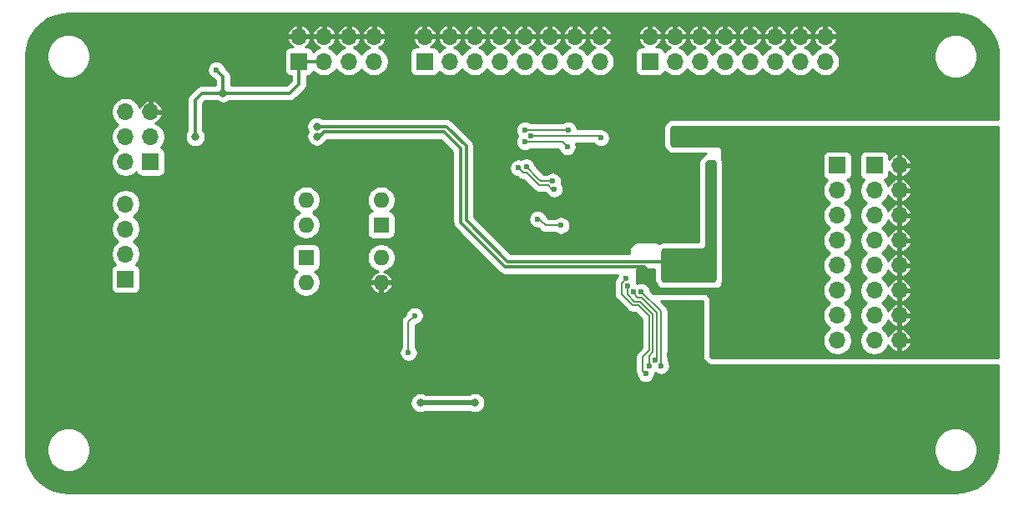
<source format=gbr>
%TF.GenerationSoftware,KiCad,Pcbnew,(5.1.6)-1*%
%TF.CreationDate,2020-11-10T11:45:45+01:00*%
%TF.ProjectId,stm32f373rct6_evaluation_board,73746d33-3266-4333-9733-726374365f65,rev?*%
%TF.SameCoordinates,Original*%
%TF.FileFunction,Copper,L2,Bot*%
%TF.FilePolarity,Positive*%
%FSLAX46Y46*%
G04 Gerber Fmt 4.6, Leading zero omitted, Abs format (unit mm)*
G04 Created by KiCad (PCBNEW (5.1.6)-1) date 2020-11-10 11:45:45*
%MOMM*%
%LPD*%
G01*
G04 APERTURE LIST*
%TA.AperFunction,ComponentPad*%
%ADD10O,1.700000X1.700000*%
%TD*%
%TA.AperFunction,ComponentPad*%
%ADD11R,1.700000X1.700000*%
%TD*%
%TA.AperFunction,ComponentPad*%
%ADD12O,1.600000X1.600000*%
%TD*%
%TA.AperFunction,ComponentPad*%
%ADD13R,1.600000X1.600000*%
%TD*%
%TA.AperFunction,ViaPad*%
%ADD14C,0.600000*%
%TD*%
%TA.AperFunction,ViaPad*%
%ADD15C,0.800000*%
%TD*%
%TA.AperFunction,Conductor*%
%ADD16C,0.500000*%
%TD*%
%TA.AperFunction,Conductor*%
%ADD17C,0.350000*%
%TD*%
%TA.AperFunction,Conductor*%
%ADD18C,0.200000*%
%TD*%
%TA.AperFunction,Conductor*%
%ADD19C,0.254000*%
%TD*%
G04 APERTURE END LIST*
D10*
%TO.P,J7,8*%
%TO.N,GND*%
X121000000Y-86000000D03*
%TO.P,J7,7*%
%TO.N,VDD*%
X121000000Y-88540000D03*
%TO.P,J7,6*%
%TO.N,GND*%
X118460000Y-86000000D03*
%TO.P,J7,5*%
%TO.N,VDD*%
X118460000Y-88540000D03*
%TO.P,J7,4*%
%TO.N,GND*%
X115920000Y-86000000D03*
%TO.P,J7,3*%
%TO.N,+5V*%
X115920000Y-88540000D03*
%TO.P,J7,2*%
%TO.N,GND*%
X113380000Y-86000000D03*
D11*
%TO.P,J7,1*%
%TO.N,+5V*%
X113380000Y-88540000D03*
%TD*%
D10*
%TO.P,J5,16*%
%TO.N,GND*%
X166780000Y-86000000D03*
%TO.P,J5,15*%
%TO.N,/A11*%
X166780000Y-88540000D03*
%TO.P,J5,14*%
%TO.N,GND*%
X164240000Y-86000000D03*
%TO.P,J5,13*%
%TO.N,/A10*%
X164240000Y-88540000D03*
%TO.P,J5,12*%
%TO.N,GND*%
X161700000Y-86000000D03*
%TO.P,J5,11*%
%TO.N,/A9*%
X161700000Y-88540000D03*
%TO.P,J5,10*%
%TO.N,GND*%
X159160000Y-86000000D03*
%TO.P,J5,9*%
%TO.N,/A8*%
X159160000Y-88540000D03*
%TO.P,J5,8*%
%TO.N,GND*%
X156620000Y-86000000D03*
%TO.P,J5,7*%
%TO.N,/C9*%
X156620000Y-88540000D03*
%TO.P,J5,6*%
%TO.N,GND*%
X154080000Y-86000000D03*
%TO.P,J5,5*%
%TO.N,/C8*%
X154080000Y-88540000D03*
%TO.P,J5,4*%
%TO.N,GND*%
X151540000Y-86000000D03*
%TO.P,J5,3*%
%TO.N,/C7*%
X151540000Y-88540000D03*
%TO.P,J5,2*%
%TO.N,GND*%
X149000000Y-86000000D03*
D11*
%TO.P,J5,1*%
%TO.N,/C6*%
X149000000Y-88540000D03*
%TD*%
D10*
%TO.P,J1,4*%
%TO.N,/ISOLATED RS485/GND_BUS*%
X95800000Y-103000000D03*
%TO.P,J1,3*%
%TO.N,/ISOLATED RS485/RS485_A*%
X95800000Y-105540000D03*
%TO.P,J1,2*%
%TO.N,/ISOLATED RS485/RS485_B*%
X95800000Y-108080000D03*
D11*
%TO.P,J1,1*%
%TO.N,/ISOLATED RS485/VDD_BUS*%
X95800000Y-110620000D03*
%TD*%
D10*
%TO.P,J3,8*%
%TO.N,/SD_8*%
X168000000Y-116870000D03*
%TO.P,J3,7*%
%TO.N,/SD_7*%
X168000000Y-114330000D03*
%TO.P,J3,6*%
%TO.N,/SD_6*%
X168000000Y-111790000D03*
%TO.P,J3,5*%
%TO.N,/SD_5*%
X168000000Y-109250000D03*
%TO.P,J3,4*%
%TO.N,/SD_4*%
X168000000Y-106710000D03*
%TO.P,J3,3*%
%TO.N,/SD_3*%
X168000000Y-104170000D03*
%TO.P,J3,2*%
%TO.N,/SD_2*%
X168000000Y-101630000D03*
D11*
%TO.P,J3,1*%
%TO.N,/SD_1*%
X168000000Y-99090000D03*
%TD*%
D10*
%TO.P,J4,16*%
%TO.N,GNDA*%
X174290000Y-116870000D03*
%TO.P,J4,15*%
%TO.N,/SD_8*%
X171750000Y-116870000D03*
%TO.P,J4,14*%
%TO.N,GNDA*%
X174290000Y-114330000D03*
%TO.P,J4,13*%
%TO.N,/SD_7*%
X171750000Y-114330000D03*
%TO.P,J4,12*%
%TO.N,GNDA*%
X174290000Y-111790000D03*
%TO.P,J4,11*%
%TO.N,/SD_6*%
X171750000Y-111790000D03*
%TO.P,J4,10*%
%TO.N,GNDA*%
X174290000Y-109250000D03*
%TO.P,J4,9*%
%TO.N,/SD_5*%
X171750000Y-109250000D03*
%TO.P,J4,8*%
%TO.N,GNDA*%
X174290000Y-106710000D03*
%TO.P,J4,7*%
%TO.N,/SD_4*%
X171750000Y-106710000D03*
%TO.P,J4,6*%
%TO.N,GNDA*%
X174290000Y-104170000D03*
%TO.P,J4,5*%
%TO.N,/SD_3*%
X171750000Y-104170000D03*
%TO.P,J4,4*%
%TO.N,GNDA*%
X174290000Y-101630000D03*
%TO.P,J4,3*%
%TO.N,/SD_2*%
X171750000Y-101630000D03*
%TO.P,J4,2*%
%TO.N,GNDA*%
X174290000Y-99090000D03*
D11*
%TO.P,J4,1*%
%TO.N,/SD_1*%
X171750000Y-99090000D03*
%TD*%
D10*
%TO.P,J6,16*%
%TO.N,GND*%
X143910000Y-86000000D03*
%TO.P,J6,15*%
%TO.N,GPIO_A12*%
X143910000Y-88540000D03*
%TO.P,J6,14*%
%TO.N,GND*%
X141370000Y-86000000D03*
%TO.P,J6,13*%
%TO.N,/F6*%
X141370000Y-88540000D03*
%TO.P,J6,12*%
%TO.N,GND*%
X138830000Y-86000000D03*
%TO.P,J6,11*%
%TO.N,/F7*%
X138830000Y-88540000D03*
%TO.P,J6,10*%
%TO.N,GND*%
X136290000Y-86000000D03*
%TO.P,J6,9*%
%TO.N,/A15*%
X136290000Y-88540000D03*
%TO.P,J6,8*%
%TO.N,GND*%
X133750000Y-86000000D03*
%TO.P,J6,7*%
%TO.N,/C10*%
X133750000Y-88540000D03*
%TO.P,J6,6*%
%TO.N,GND*%
X131210000Y-86000000D03*
%TO.P,J6,5*%
%TO.N,/D2*%
X131210000Y-88540000D03*
%TO.P,J6,4*%
%TO.N,GND*%
X128670000Y-86000000D03*
%TO.P,J6,3*%
%TO.N,/B3*%
X128670000Y-88540000D03*
%TO.P,J6,2*%
%TO.N,GND*%
X126130000Y-86000000D03*
D11*
%TO.P,J6,1*%
%TO.N,/B4*%
X126130000Y-88540000D03*
%TD*%
D10*
%TO.P,J2,6*%
%TO.N,/uC_SWD_DIO*%
X95800000Y-93660000D03*
%TO.P,J2,5*%
%TO.N,GND*%
X98340000Y-93660000D03*
%TO.P,J2,4*%
%TO.N,/uC_SWD_CLK*%
X95800000Y-96200000D03*
%TO.P,J2,3*%
%TO.N,+5V*%
X98340000Y-96200000D03*
%TO.P,J2,2*%
%TO.N,/uC_reset*%
X95800000Y-98740000D03*
D11*
%TO.P,J2,1*%
%TO.N,VDD*%
X98340000Y-98740000D03*
%TD*%
D12*
%TO.P,U5,4*%
%TO.N,/ISOLATED RS485/TX_(in)_iso*%
X114100000Y-105140000D03*
%TO.P,U5,2*%
%TO.N,/ISOLATED RS485/TX_(in)*%
X121720000Y-102600000D03*
%TO.P,U5,3*%
%TO.N,/ISOLATED RS485/GND_BUS*%
X114100000Y-102600000D03*
D13*
%TO.P,U5,1*%
%TO.N,Net-(R11-Pad1)*%
X121720000Y-105140000D03*
%TD*%
D12*
%TO.P,U4,4*%
%TO.N,/ISOLATED RS485/RX_(out)*%
X121720000Y-108460000D03*
%TO.P,U4,2*%
%TO.N,/ISOLATED RS485/RX_(out)_iso*%
X114100000Y-111000000D03*
%TO.P,U4,3*%
%TO.N,GND*%
X121720000Y-111000000D03*
D13*
%TO.P,U4,1*%
%TO.N,Net-(R8-Pad2)*%
X114100000Y-108460000D03*
%TD*%
D14*
%TO.N,GND*%
X104550000Y-120300000D03*
X108650000Y-120350000D03*
X132900000Y-103400000D03*
X140600000Y-117350000D03*
X151000000Y-118400000D03*
X152600000Y-118400000D03*
X154200000Y-118400000D03*
X153750000Y-104350000D03*
X146550000Y-129700000D03*
X123250000Y-129700000D03*
X147300000Y-118900000D03*
X93500000Y-118500000D03*
X93500000Y-117250000D03*
X93500000Y-119750000D03*
X125500000Y-121200000D03*
X116350000Y-121300000D03*
X112750000Y-120350000D03*
X138550000Y-107050000D03*
D15*
X105700000Y-101350000D03*
D14*
X108700000Y-89000000D03*
X103700000Y-89000000D03*
D15*
%TO.N,Net-(BT1-Pad1)*%
X131250000Y-123200000D03*
X125700000Y-123200000D03*
D14*
%TO.N,GNDA*%
X156500000Y-112250000D03*
X156750000Y-99750000D03*
X151750000Y-96750000D03*
X158375000Y-104800000D03*
D15*
X115200000Y-96150000D03*
D14*
X149350000Y-111700000D03*
%TO.N,VDDA*%
X153350000Y-108850000D03*
X154950000Y-108850000D03*
X150700000Y-110500000D03*
D15*
X115200000Y-95150000D03*
D14*
X155200000Y-98950000D03*
D15*
%TO.N,+5V*%
X102850000Y-96200000D03*
X105700000Y-91750000D03*
D14*
X105000000Y-89400000D03*
%TO.N,/uC_reset*%
X140700000Y-95500000D03*
X136300000Y-95500000D03*
%TO.N,/uC_SWD_CLK*%
X140600000Y-97200000D03*
X136300000Y-96700000D03*
%TO.N,/uC_SWD_DIO*%
X144000000Y-96300000D03*
X136900000Y-96100000D03*
%TO.N,/ISOLATED RS485/RX_(out)*%
X139100000Y-100700000D03*
X136450000Y-99250000D03*
%TO.N,/ISOLATED RS485/TX_(in)*%
X139300000Y-101500000D03*
X135650000Y-99350000D03*
%TO.N,/STM32F373RCT6/GPIO_PB5*%
X124500000Y-118100000D03*
X125100000Y-114350000D03*
%TO.N,Net-(R12-Pad2)*%
X139950000Y-105200000D03*
X137600000Y-104550000D03*
%TO.N,/STM32F373RCT6/C0*%
X146600000Y-110550000D03*
X148550000Y-120250000D03*
%TO.N,/STM32F373RCT6/C1*%
X146700000Y-111350000D03*
X148900000Y-119450000D03*
%TO.N,/STM32F373RCT6/C2*%
X147300000Y-111900000D03*
X149500000Y-118900000D03*
%TO.N,/STM32F373RCT6/C3*%
X148100000Y-111900000D03*
X150100000Y-119450000D03*
%TD*%
D16*
%TO.N,Net-(BT1-Pad1)*%
X125700000Y-123200000D02*
X131250000Y-123200000D01*
D17*
%TO.N,GNDA*%
X134322180Y-109400010D02*
X148450010Y-109400010D01*
X148450010Y-109400010D02*
X148750000Y-109700000D01*
X129799990Y-104877820D02*
X134322180Y-109400010D01*
X129799990Y-97377820D02*
X129799990Y-104877820D01*
X115200000Y-96150000D02*
X115450010Y-96150000D01*
X128122180Y-95700010D02*
X129799990Y-97377820D01*
X115450010Y-96150000D02*
X115900000Y-95700010D01*
X115900000Y-95700010D02*
X128122180Y-95700010D01*
X148750000Y-111100000D02*
X149350000Y-111700000D01*
X148750000Y-109700000D02*
X148750000Y-111100000D01*
%TO.N,VDDA*%
X134550000Y-108850000D02*
X153350000Y-108850000D01*
X115200000Y-95150000D02*
X128350000Y-95150000D01*
X130350000Y-104650000D02*
X134550000Y-108850000D01*
X130350000Y-97150000D02*
X130350000Y-104650000D01*
X128350000Y-95150000D02*
X130350000Y-97150000D01*
D18*
%TO.N,+5V*%
X105000000Y-89600000D02*
X105000000Y-89400000D01*
D17*
X105700000Y-91750000D02*
X112450000Y-91750000D01*
X113380000Y-90820000D02*
X113380000Y-88540000D01*
X112450000Y-91750000D02*
X113380000Y-90820000D01*
X115920000Y-88540000D02*
X113380000Y-88540000D01*
X102850000Y-96200000D02*
X102850000Y-92450000D01*
X103550000Y-91750000D02*
X105700000Y-91750000D01*
X102850000Y-92450000D02*
X103550000Y-91750000D01*
X105700000Y-90100000D02*
X105700000Y-91750000D01*
X105000000Y-89400000D02*
X105700000Y-90100000D01*
D18*
%TO.N,/uC_reset*%
X140700000Y-95500000D02*
X136300000Y-95500000D01*
%TO.N,/uC_SWD_CLK*%
X140600000Y-97200000D02*
X140100000Y-96700000D01*
X140100000Y-96700000D02*
X136300000Y-96700000D01*
%TO.N,/uC_SWD_DIO*%
X144000000Y-96300000D02*
X143800000Y-96100000D01*
X143800000Y-96100000D02*
X136900000Y-96100000D01*
%TO.N,/ISOLATED RS485/RX_(out)*%
X139100000Y-100700000D02*
X137900000Y-100700000D01*
X137900000Y-100700000D02*
X137600000Y-100400000D01*
X137600000Y-100400000D02*
X136450000Y-99250000D01*
%TO.N,/ISOLATED RS485/TX_(in)*%
X139300000Y-101500000D02*
X139050000Y-101500000D01*
X139050000Y-101500000D02*
X138650000Y-101100000D01*
X138650000Y-101100000D02*
X137734302Y-101100000D01*
X137734302Y-101100000D02*
X136484303Y-99850001D01*
X136484303Y-99850001D02*
X136150001Y-99850001D01*
X136150001Y-99850001D02*
X135650000Y-99350000D01*
%TO.N,/STM32F373RCT6/GPIO_PB5*%
X124500000Y-118100000D02*
X124500000Y-114950000D01*
X124500000Y-114950000D02*
X125100000Y-114350000D01*
%TO.N,Net-(R12-Pad2)*%
X139950000Y-105200000D02*
X138400000Y-105200000D01*
X138400000Y-105200000D02*
X137950000Y-104750000D01*
X137950000Y-104750000D02*
X137750000Y-104550000D01*
X137750000Y-104550000D02*
X137600000Y-104550000D01*
%TO.N,/STM32F373RCT6/C0*%
X146600000Y-110550000D02*
X146099999Y-111050001D01*
X146099999Y-111050001D02*
X146099999Y-112153699D01*
X146099999Y-112153699D02*
X147254169Y-113307869D01*
X147254169Y-113307869D02*
X147810775Y-113307869D01*
X147810775Y-113307869D02*
X148899970Y-114397064D01*
X148899970Y-114397064D02*
X148899970Y-117884331D01*
X148899970Y-117884331D02*
X148250000Y-118534301D01*
X148250000Y-118534301D02*
X148250000Y-119950000D01*
X148250000Y-119950000D02*
X148550000Y-120250000D01*
%TO.N,/STM32F373RCT6/C1*%
X146700000Y-111350000D02*
X146700000Y-112188002D01*
X146700000Y-112188002D02*
X147419857Y-112907859D01*
X147419857Y-112907859D02*
X147976463Y-112907859D01*
X147976463Y-112907859D02*
X149299980Y-114231376D01*
X149299980Y-114231376D02*
X149299980Y-118050020D01*
X149299980Y-118050020D02*
X148900000Y-118450000D01*
X148900000Y-118450000D02*
X148900000Y-119450000D01*
%TO.N,/STM32F373RCT6/C2*%
X147300000Y-111900000D02*
X147300000Y-112050000D01*
X147300000Y-112050000D02*
X147757849Y-112507849D01*
X147757849Y-112507849D02*
X148142151Y-112507849D01*
X148142151Y-112507849D02*
X149699990Y-114065688D01*
X149699990Y-114065688D02*
X149699990Y-118700010D01*
X149699990Y-118700010D02*
X149500000Y-118900000D01*
%TO.N,/STM32F373RCT6/C3*%
X148100000Y-111900000D02*
X150100000Y-113900000D01*
X150100000Y-113900000D02*
X150100000Y-119450000D01*
%TD*%
D19*
%TO.N,VDDA*%
G36*
X155623000Y-98802606D02*
G01*
X155623000Y-110697394D01*
X155447394Y-110873000D01*
X150402606Y-110873000D01*
X150227000Y-110697394D01*
X150227000Y-107802606D01*
X150402606Y-107627000D01*
X154350000Y-107627000D01*
X154374776Y-107624560D01*
X154398601Y-107617333D01*
X154420557Y-107605597D01*
X154439803Y-107589803D01*
X154689803Y-107339803D01*
X154705597Y-107320557D01*
X154717333Y-107298601D01*
X154724560Y-107274776D01*
X154727000Y-107250000D01*
X154727000Y-98802606D01*
X154902606Y-98627000D01*
X155447394Y-98627000D01*
X155623000Y-98802606D01*
G37*
X155623000Y-98802606D02*
X155623000Y-110697394D01*
X155447394Y-110873000D01*
X150402606Y-110873000D01*
X150227000Y-110697394D01*
X150227000Y-107802606D01*
X150402606Y-107627000D01*
X154350000Y-107627000D01*
X154374776Y-107624560D01*
X154398601Y-107617333D01*
X154420557Y-107605597D01*
X154439803Y-107589803D01*
X154689803Y-107339803D01*
X154705597Y-107320557D01*
X154717333Y-107298601D01*
X154724560Y-107274776D01*
X154727000Y-107250000D01*
X154727000Y-98802606D01*
X154902606Y-98627000D01*
X155447394Y-98627000D01*
X155623000Y-98802606D01*
%TO.N,GNDA*%
G36*
X184340001Y-118623000D02*
G01*
X155252606Y-118623000D01*
X155132793Y-118503187D01*
X155135000Y-118492089D01*
X155135000Y-118307911D01*
X155099068Y-118127271D01*
X155077000Y-118073994D01*
X155077000Y-112500000D01*
X155074560Y-112475224D01*
X155067333Y-112451399D01*
X155055597Y-112429443D01*
X155039803Y-112410197D01*
X154789803Y-112160197D01*
X154770557Y-112144403D01*
X154748601Y-112132667D01*
X154724776Y-112125440D01*
X154700000Y-112123000D01*
X149362447Y-112123000D01*
X149031932Y-111792485D01*
X148999068Y-111627271D01*
X148928586Y-111457111D01*
X148826262Y-111303972D01*
X148696028Y-111173738D01*
X148542889Y-111071414D01*
X148372729Y-111000932D01*
X148192089Y-110965000D01*
X148007911Y-110965000D01*
X147827271Y-111000932D01*
X147700000Y-111053649D01*
X147627000Y-111023412D01*
X147627000Y-109660000D01*
X149465000Y-109660000D01*
X149465000Y-110750000D01*
X149477201Y-110873882D01*
X149513336Y-110993004D01*
X149572017Y-111102787D01*
X149650987Y-111199013D01*
X149673000Y-111221026D01*
X149673000Y-111250000D01*
X149675440Y-111274776D01*
X149682667Y-111298601D01*
X149694403Y-111320557D01*
X149710197Y-111339803D01*
X149960197Y-111589803D01*
X149979443Y-111605597D01*
X150001399Y-111617333D01*
X150025224Y-111624560D01*
X150050000Y-111627000D01*
X150268773Y-111627000D01*
X150350000Y-111635000D01*
X155500000Y-111635000D01*
X155581227Y-111627000D01*
X155950000Y-111627000D01*
X155974776Y-111624560D01*
X155998601Y-111617333D01*
X156020557Y-111605597D01*
X156039803Y-111589803D01*
X156289803Y-111339803D01*
X156305597Y-111320557D01*
X156317333Y-111298601D01*
X156324560Y-111274776D01*
X156327000Y-111250000D01*
X156327000Y-111011084D01*
X156336664Y-110993004D01*
X156372799Y-110873882D01*
X156385000Y-110750000D01*
X156385000Y-98750000D01*
X156372799Y-98626118D01*
X156336664Y-98506996D01*
X156327000Y-98488916D01*
X156327000Y-98240000D01*
X166511928Y-98240000D01*
X166511928Y-99940000D01*
X166524188Y-100064482D01*
X166560498Y-100184180D01*
X166619463Y-100294494D01*
X166698815Y-100391185D01*
X166795506Y-100470537D01*
X166905820Y-100529502D01*
X166978380Y-100551513D01*
X166846525Y-100683368D01*
X166684010Y-100926589D01*
X166572068Y-101196842D01*
X166515000Y-101483740D01*
X166515000Y-101776260D01*
X166572068Y-102063158D01*
X166684010Y-102333411D01*
X166846525Y-102576632D01*
X167053368Y-102783475D01*
X167227760Y-102900000D01*
X167053368Y-103016525D01*
X166846525Y-103223368D01*
X166684010Y-103466589D01*
X166572068Y-103736842D01*
X166515000Y-104023740D01*
X166515000Y-104316260D01*
X166572068Y-104603158D01*
X166684010Y-104873411D01*
X166846525Y-105116632D01*
X167053368Y-105323475D01*
X167227760Y-105440000D01*
X167053368Y-105556525D01*
X166846525Y-105763368D01*
X166684010Y-106006589D01*
X166572068Y-106276842D01*
X166515000Y-106563740D01*
X166515000Y-106856260D01*
X166572068Y-107143158D01*
X166684010Y-107413411D01*
X166846525Y-107656632D01*
X167053368Y-107863475D01*
X167227760Y-107980000D01*
X167053368Y-108096525D01*
X166846525Y-108303368D01*
X166684010Y-108546589D01*
X166572068Y-108816842D01*
X166515000Y-109103740D01*
X166515000Y-109396260D01*
X166572068Y-109683158D01*
X166684010Y-109953411D01*
X166846525Y-110196632D01*
X167053368Y-110403475D01*
X167227760Y-110520000D01*
X167053368Y-110636525D01*
X166846525Y-110843368D01*
X166684010Y-111086589D01*
X166572068Y-111356842D01*
X166515000Y-111643740D01*
X166515000Y-111936260D01*
X166572068Y-112223158D01*
X166684010Y-112493411D01*
X166846525Y-112736632D01*
X167053368Y-112943475D01*
X167227760Y-113060000D01*
X167053368Y-113176525D01*
X166846525Y-113383368D01*
X166684010Y-113626589D01*
X166572068Y-113896842D01*
X166515000Y-114183740D01*
X166515000Y-114476260D01*
X166572068Y-114763158D01*
X166684010Y-115033411D01*
X166846525Y-115276632D01*
X167053368Y-115483475D01*
X167227760Y-115600000D01*
X167053368Y-115716525D01*
X166846525Y-115923368D01*
X166684010Y-116166589D01*
X166572068Y-116436842D01*
X166515000Y-116723740D01*
X166515000Y-117016260D01*
X166572068Y-117303158D01*
X166684010Y-117573411D01*
X166846525Y-117816632D01*
X167053368Y-118023475D01*
X167296589Y-118185990D01*
X167566842Y-118297932D01*
X167853740Y-118355000D01*
X168146260Y-118355000D01*
X168433158Y-118297932D01*
X168703411Y-118185990D01*
X168946632Y-118023475D01*
X169153475Y-117816632D01*
X169315990Y-117573411D01*
X169427932Y-117303158D01*
X169485000Y-117016260D01*
X169485000Y-116723740D01*
X169427932Y-116436842D01*
X169315990Y-116166589D01*
X169153475Y-115923368D01*
X168946632Y-115716525D01*
X168772240Y-115600000D01*
X168946632Y-115483475D01*
X169153475Y-115276632D01*
X169315990Y-115033411D01*
X169427932Y-114763158D01*
X169485000Y-114476260D01*
X169485000Y-114183740D01*
X169427932Y-113896842D01*
X169315990Y-113626589D01*
X169153475Y-113383368D01*
X168946632Y-113176525D01*
X168772240Y-113060000D01*
X168946632Y-112943475D01*
X169153475Y-112736632D01*
X169315990Y-112493411D01*
X169427932Y-112223158D01*
X169485000Y-111936260D01*
X169485000Y-111643740D01*
X169427932Y-111356842D01*
X169315990Y-111086589D01*
X169153475Y-110843368D01*
X168946632Y-110636525D01*
X168772240Y-110520000D01*
X168946632Y-110403475D01*
X169153475Y-110196632D01*
X169315990Y-109953411D01*
X169427932Y-109683158D01*
X169485000Y-109396260D01*
X169485000Y-109103740D01*
X169427932Y-108816842D01*
X169315990Y-108546589D01*
X169153475Y-108303368D01*
X168946632Y-108096525D01*
X168772240Y-107980000D01*
X168946632Y-107863475D01*
X169153475Y-107656632D01*
X169315990Y-107413411D01*
X169427932Y-107143158D01*
X169485000Y-106856260D01*
X169485000Y-106563740D01*
X169427932Y-106276842D01*
X169315990Y-106006589D01*
X169153475Y-105763368D01*
X168946632Y-105556525D01*
X168772240Y-105440000D01*
X168946632Y-105323475D01*
X169153475Y-105116632D01*
X169315990Y-104873411D01*
X169427932Y-104603158D01*
X169485000Y-104316260D01*
X169485000Y-104023740D01*
X169427932Y-103736842D01*
X169315990Y-103466589D01*
X169153475Y-103223368D01*
X168946632Y-103016525D01*
X168772240Y-102900000D01*
X168946632Y-102783475D01*
X169153475Y-102576632D01*
X169315990Y-102333411D01*
X169427932Y-102063158D01*
X169485000Y-101776260D01*
X169485000Y-101483740D01*
X169427932Y-101196842D01*
X169315990Y-100926589D01*
X169153475Y-100683368D01*
X169021620Y-100551513D01*
X169094180Y-100529502D01*
X169204494Y-100470537D01*
X169301185Y-100391185D01*
X169380537Y-100294494D01*
X169439502Y-100184180D01*
X169475812Y-100064482D01*
X169488072Y-99940000D01*
X169488072Y-98240000D01*
X170261928Y-98240000D01*
X170261928Y-99940000D01*
X170274188Y-100064482D01*
X170310498Y-100184180D01*
X170369463Y-100294494D01*
X170448815Y-100391185D01*
X170545506Y-100470537D01*
X170655820Y-100529502D01*
X170728380Y-100551513D01*
X170596525Y-100683368D01*
X170434010Y-100926589D01*
X170322068Y-101196842D01*
X170265000Y-101483740D01*
X170265000Y-101776260D01*
X170322068Y-102063158D01*
X170434010Y-102333411D01*
X170596525Y-102576632D01*
X170803368Y-102783475D01*
X170977760Y-102900000D01*
X170803368Y-103016525D01*
X170596525Y-103223368D01*
X170434010Y-103466589D01*
X170322068Y-103736842D01*
X170265000Y-104023740D01*
X170265000Y-104316260D01*
X170322068Y-104603158D01*
X170434010Y-104873411D01*
X170596525Y-105116632D01*
X170803368Y-105323475D01*
X170977760Y-105440000D01*
X170803368Y-105556525D01*
X170596525Y-105763368D01*
X170434010Y-106006589D01*
X170322068Y-106276842D01*
X170265000Y-106563740D01*
X170265000Y-106856260D01*
X170322068Y-107143158D01*
X170434010Y-107413411D01*
X170596525Y-107656632D01*
X170803368Y-107863475D01*
X170977760Y-107980000D01*
X170803368Y-108096525D01*
X170596525Y-108303368D01*
X170434010Y-108546589D01*
X170322068Y-108816842D01*
X170265000Y-109103740D01*
X170265000Y-109396260D01*
X170322068Y-109683158D01*
X170434010Y-109953411D01*
X170596525Y-110196632D01*
X170803368Y-110403475D01*
X170977760Y-110520000D01*
X170803368Y-110636525D01*
X170596525Y-110843368D01*
X170434010Y-111086589D01*
X170322068Y-111356842D01*
X170265000Y-111643740D01*
X170265000Y-111936260D01*
X170322068Y-112223158D01*
X170434010Y-112493411D01*
X170596525Y-112736632D01*
X170803368Y-112943475D01*
X170977760Y-113060000D01*
X170803368Y-113176525D01*
X170596525Y-113383368D01*
X170434010Y-113626589D01*
X170322068Y-113896842D01*
X170265000Y-114183740D01*
X170265000Y-114476260D01*
X170322068Y-114763158D01*
X170434010Y-115033411D01*
X170596525Y-115276632D01*
X170803368Y-115483475D01*
X170977760Y-115600000D01*
X170803368Y-115716525D01*
X170596525Y-115923368D01*
X170434010Y-116166589D01*
X170322068Y-116436842D01*
X170265000Y-116723740D01*
X170265000Y-117016260D01*
X170322068Y-117303158D01*
X170434010Y-117573411D01*
X170596525Y-117816632D01*
X170803368Y-118023475D01*
X171046589Y-118185990D01*
X171316842Y-118297932D01*
X171603740Y-118355000D01*
X171896260Y-118355000D01*
X172183158Y-118297932D01*
X172453411Y-118185990D01*
X172696632Y-118023475D01*
X172903475Y-117816632D01*
X173065990Y-117573411D01*
X173160412Y-117345455D01*
X173224761Y-117486961D01*
X173365592Y-117682924D01*
X173541948Y-117847647D01*
X173747051Y-117974799D01*
X173973019Y-118059495D01*
X174163000Y-117999187D01*
X174163000Y-116997000D01*
X174417000Y-116997000D01*
X174417000Y-117999187D01*
X174606981Y-118059495D01*
X174832949Y-117974799D01*
X175038052Y-117847647D01*
X175214408Y-117682924D01*
X175355239Y-117486961D01*
X175455134Y-117267288D01*
X175479489Y-117186980D01*
X175418627Y-116997000D01*
X174417000Y-116997000D01*
X174163000Y-116997000D01*
X174143000Y-116997000D01*
X174143000Y-116743000D01*
X174163000Y-116743000D01*
X174163000Y-115740813D01*
X174417000Y-115740813D01*
X174417000Y-116743000D01*
X175418627Y-116743000D01*
X175479489Y-116553020D01*
X175455134Y-116472712D01*
X175355239Y-116253039D01*
X175214408Y-116057076D01*
X175038052Y-115892353D01*
X174832949Y-115765201D01*
X174606981Y-115680505D01*
X174417000Y-115740813D01*
X174163000Y-115740813D01*
X173973019Y-115680505D01*
X173747051Y-115765201D01*
X173541948Y-115892353D01*
X173365592Y-116057076D01*
X173224761Y-116253039D01*
X173160412Y-116394545D01*
X173065990Y-116166589D01*
X172903475Y-115923368D01*
X172696632Y-115716525D01*
X172522240Y-115600000D01*
X172696632Y-115483475D01*
X172903475Y-115276632D01*
X173065990Y-115033411D01*
X173160412Y-114805455D01*
X173224761Y-114946961D01*
X173365592Y-115142924D01*
X173541948Y-115307647D01*
X173747051Y-115434799D01*
X173973019Y-115519495D01*
X174163000Y-115459187D01*
X174163000Y-114457000D01*
X174417000Y-114457000D01*
X174417000Y-115459187D01*
X174606981Y-115519495D01*
X174832949Y-115434799D01*
X175038052Y-115307647D01*
X175214408Y-115142924D01*
X175355239Y-114946961D01*
X175455134Y-114727288D01*
X175479489Y-114646980D01*
X175418627Y-114457000D01*
X174417000Y-114457000D01*
X174163000Y-114457000D01*
X174143000Y-114457000D01*
X174143000Y-114203000D01*
X174163000Y-114203000D01*
X174163000Y-113200813D01*
X174417000Y-113200813D01*
X174417000Y-114203000D01*
X175418627Y-114203000D01*
X175479489Y-114013020D01*
X175455134Y-113932712D01*
X175355239Y-113713039D01*
X175214408Y-113517076D01*
X175038052Y-113352353D01*
X174832949Y-113225201D01*
X174606981Y-113140505D01*
X174417000Y-113200813D01*
X174163000Y-113200813D01*
X173973019Y-113140505D01*
X173747051Y-113225201D01*
X173541948Y-113352353D01*
X173365592Y-113517076D01*
X173224761Y-113713039D01*
X173160412Y-113854545D01*
X173065990Y-113626589D01*
X172903475Y-113383368D01*
X172696632Y-113176525D01*
X172522240Y-113060000D01*
X172696632Y-112943475D01*
X172903475Y-112736632D01*
X173065990Y-112493411D01*
X173160412Y-112265455D01*
X173224761Y-112406961D01*
X173365592Y-112602924D01*
X173541948Y-112767647D01*
X173747051Y-112894799D01*
X173973019Y-112979495D01*
X174163000Y-112919187D01*
X174163000Y-111917000D01*
X174417000Y-111917000D01*
X174417000Y-112919187D01*
X174606981Y-112979495D01*
X174832949Y-112894799D01*
X175038052Y-112767647D01*
X175214408Y-112602924D01*
X175355239Y-112406961D01*
X175455134Y-112187288D01*
X175479489Y-112106980D01*
X175418627Y-111917000D01*
X174417000Y-111917000D01*
X174163000Y-111917000D01*
X174143000Y-111917000D01*
X174143000Y-111663000D01*
X174163000Y-111663000D01*
X174163000Y-110660813D01*
X174417000Y-110660813D01*
X174417000Y-111663000D01*
X175418627Y-111663000D01*
X175479489Y-111473020D01*
X175455134Y-111392712D01*
X175355239Y-111173039D01*
X175214408Y-110977076D01*
X175038052Y-110812353D01*
X174832949Y-110685201D01*
X174606981Y-110600505D01*
X174417000Y-110660813D01*
X174163000Y-110660813D01*
X173973019Y-110600505D01*
X173747051Y-110685201D01*
X173541948Y-110812353D01*
X173365592Y-110977076D01*
X173224761Y-111173039D01*
X173160412Y-111314545D01*
X173065990Y-111086589D01*
X172903475Y-110843368D01*
X172696632Y-110636525D01*
X172522240Y-110520000D01*
X172696632Y-110403475D01*
X172903475Y-110196632D01*
X173065990Y-109953411D01*
X173160412Y-109725455D01*
X173224761Y-109866961D01*
X173365592Y-110062924D01*
X173541948Y-110227647D01*
X173747051Y-110354799D01*
X173973019Y-110439495D01*
X174163000Y-110379187D01*
X174163000Y-109377000D01*
X174417000Y-109377000D01*
X174417000Y-110379187D01*
X174606981Y-110439495D01*
X174832949Y-110354799D01*
X175038052Y-110227647D01*
X175214408Y-110062924D01*
X175355239Y-109866961D01*
X175455134Y-109647288D01*
X175479489Y-109566980D01*
X175418627Y-109377000D01*
X174417000Y-109377000D01*
X174163000Y-109377000D01*
X174143000Y-109377000D01*
X174143000Y-109123000D01*
X174163000Y-109123000D01*
X174163000Y-108120813D01*
X174417000Y-108120813D01*
X174417000Y-109123000D01*
X175418627Y-109123000D01*
X175479489Y-108933020D01*
X175455134Y-108852712D01*
X175355239Y-108633039D01*
X175214408Y-108437076D01*
X175038052Y-108272353D01*
X174832949Y-108145201D01*
X174606981Y-108060505D01*
X174417000Y-108120813D01*
X174163000Y-108120813D01*
X173973019Y-108060505D01*
X173747051Y-108145201D01*
X173541948Y-108272353D01*
X173365592Y-108437076D01*
X173224761Y-108633039D01*
X173160412Y-108774545D01*
X173065990Y-108546589D01*
X172903475Y-108303368D01*
X172696632Y-108096525D01*
X172522240Y-107980000D01*
X172696632Y-107863475D01*
X172903475Y-107656632D01*
X173065990Y-107413411D01*
X173160412Y-107185455D01*
X173224761Y-107326961D01*
X173365592Y-107522924D01*
X173541948Y-107687647D01*
X173747051Y-107814799D01*
X173973019Y-107899495D01*
X174163000Y-107839187D01*
X174163000Y-106837000D01*
X174417000Y-106837000D01*
X174417000Y-107839187D01*
X174606981Y-107899495D01*
X174832949Y-107814799D01*
X175038052Y-107687647D01*
X175214408Y-107522924D01*
X175355239Y-107326961D01*
X175455134Y-107107288D01*
X175479489Y-107026980D01*
X175418627Y-106837000D01*
X174417000Y-106837000D01*
X174163000Y-106837000D01*
X174143000Y-106837000D01*
X174143000Y-106583000D01*
X174163000Y-106583000D01*
X174163000Y-105580813D01*
X174417000Y-105580813D01*
X174417000Y-106583000D01*
X175418627Y-106583000D01*
X175479489Y-106393020D01*
X175455134Y-106312712D01*
X175355239Y-106093039D01*
X175214408Y-105897076D01*
X175038052Y-105732353D01*
X174832949Y-105605201D01*
X174606981Y-105520505D01*
X174417000Y-105580813D01*
X174163000Y-105580813D01*
X173973019Y-105520505D01*
X173747051Y-105605201D01*
X173541948Y-105732353D01*
X173365592Y-105897076D01*
X173224761Y-106093039D01*
X173160412Y-106234545D01*
X173065990Y-106006589D01*
X172903475Y-105763368D01*
X172696632Y-105556525D01*
X172522240Y-105440000D01*
X172696632Y-105323475D01*
X172903475Y-105116632D01*
X173065990Y-104873411D01*
X173160412Y-104645455D01*
X173224761Y-104786961D01*
X173365592Y-104982924D01*
X173541948Y-105147647D01*
X173747051Y-105274799D01*
X173973019Y-105359495D01*
X174163000Y-105299187D01*
X174163000Y-104297000D01*
X174417000Y-104297000D01*
X174417000Y-105299187D01*
X174606981Y-105359495D01*
X174832949Y-105274799D01*
X175038052Y-105147647D01*
X175214408Y-104982924D01*
X175355239Y-104786961D01*
X175455134Y-104567288D01*
X175479489Y-104486980D01*
X175418627Y-104297000D01*
X174417000Y-104297000D01*
X174163000Y-104297000D01*
X174143000Y-104297000D01*
X174143000Y-104043000D01*
X174163000Y-104043000D01*
X174163000Y-103040813D01*
X174417000Y-103040813D01*
X174417000Y-104043000D01*
X175418627Y-104043000D01*
X175479489Y-103853020D01*
X175455134Y-103772712D01*
X175355239Y-103553039D01*
X175214408Y-103357076D01*
X175038052Y-103192353D01*
X174832949Y-103065201D01*
X174606981Y-102980505D01*
X174417000Y-103040813D01*
X174163000Y-103040813D01*
X173973019Y-102980505D01*
X173747051Y-103065201D01*
X173541948Y-103192353D01*
X173365592Y-103357076D01*
X173224761Y-103553039D01*
X173160412Y-103694545D01*
X173065990Y-103466589D01*
X172903475Y-103223368D01*
X172696632Y-103016525D01*
X172522240Y-102900000D01*
X172696632Y-102783475D01*
X172903475Y-102576632D01*
X173065990Y-102333411D01*
X173160412Y-102105455D01*
X173224761Y-102246961D01*
X173365592Y-102442924D01*
X173541948Y-102607647D01*
X173747051Y-102734799D01*
X173973019Y-102819495D01*
X174163000Y-102759187D01*
X174163000Y-101757000D01*
X174417000Y-101757000D01*
X174417000Y-102759187D01*
X174606981Y-102819495D01*
X174832949Y-102734799D01*
X175038052Y-102607647D01*
X175214408Y-102442924D01*
X175355239Y-102246961D01*
X175455134Y-102027288D01*
X175479489Y-101946980D01*
X175418627Y-101757000D01*
X174417000Y-101757000D01*
X174163000Y-101757000D01*
X174143000Y-101757000D01*
X174143000Y-101503000D01*
X174163000Y-101503000D01*
X174163000Y-100500813D01*
X174417000Y-100500813D01*
X174417000Y-101503000D01*
X175418627Y-101503000D01*
X175479489Y-101313020D01*
X175455134Y-101232712D01*
X175355239Y-101013039D01*
X175214408Y-100817076D01*
X175038052Y-100652353D01*
X174832949Y-100525201D01*
X174606981Y-100440505D01*
X174417000Y-100500813D01*
X174163000Y-100500813D01*
X173973019Y-100440505D01*
X173747051Y-100525201D01*
X173541948Y-100652353D01*
X173365592Y-100817076D01*
X173224761Y-101013039D01*
X173160412Y-101154545D01*
X173065990Y-100926589D01*
X172903475Y-100683368D01*
X172771620Y-100551513D01*
X172844180Y-100529502D01*
X172954494Y-100470537D01*
X173051185Y-100391185D01*
X173130537Y-100294494D01*
X173189502Y-100184180D01*
X173225812Y-100064482D01*
X173238072Y-99940000D01*
X173238072Y-99725483D01*
X173365592Y-99902924D01*
X173541948Y-100067647D01*
X173747051Y-100194799D01*
X173973019Y-100279495D01*
X174163000Y-100219187D01*
X174163000Y-99217000D01*
X174417000Y-99217000D01*
X174417000Y-100219187D01*
X174606981Y-100279495D01*
X174832949Y-100194799D01*
X175038052Y-100067647D01*
X175214408Y-99902924D01*
X175355239Y-99706961D01*
X175455134Y-99487288D01*
X175479489Y-99406980D01*
X175418627Y-99217000D01*
X174417000Y-99217000D01*
X174163000Y-99217000D01*
X174143000Y-99217000D01*
X174143000Y-98963000D01*
X174163000Y-98963000D01*
X174163000Y-97960813D01*
X174417000Y-97960813D01*
X174417000Y-98963000D01*
X175418627Y-98963000D01*
X175479489Y-98773020D01*
X175455134Y-98692712D01*
X175355239Y-98473039D01*
X175214408Y-98277076D01*
X175038052Y-98112353D01*
X174832949Y-97985201D01*
X174606981Y-97900505D01*
X174417000Y-97960813D01*
X174163000Y-97960813D01*
X173973019Y-97900505D01*
X173747051Y-97985201D01*
X173541948Y-98112353D01*
X173365592Y-98277076D01*
X173238072Y-98454517D01*
X173238072Y-98240000D01*
X173225812Y-98115518D01*
X173189502Y-97995820D01*
X173130537Y-97885506D01*
X173051185Y-97788815D01*
X172954494Y-97709463D01*
X172844180Y-97650498D01*
X172724482Y-97614188D01*
X172600000Y-97601928D01*
X170900000Y-97601928D01*
X170775518Y-97614188D01*
X170655820Y-97650498D01*
X170545506Y-97709463D01*
X170448815Y-97788815D01*
X170369463Y-97885506D01*
X170310498Y-97995820D01*
X170274188Y-98115518D01*
X170261928Y-98240000D01*
X169488072Y-98240000D01*
X169475812Y-98115518D01*
X169439502Y-97995820D01*
X169380537Y-97885506D01*
X169301185Y-97788815D01*
X169204494Y-97709463D01*
X169094180Y-97650498D01*
X168974482Y-97614188D01*
X168850000Y-97601928D01*
X167150000Y-97601928D01*
X167025518Y-97614188D01*
X166905820Y-97650498D01*
X166795506Y-97709463D01*
X166698815Y-97788815D01*
X166619463Y-97885506D01*
X166560498Y-97995820D01*
X166524188Y-98115518D01*
X166511928Y-98240000D01*
X156327000Y-98240000D01*
X156327000Y-97500000D01*
X156324560Y-97475224D01*
X156317333Y-97451399D01*
X156305597Y-97429443D01*
X156289803Y-97410197D01*
X156039803Y-97160197D01*
X156020557Y-97144403D01*
X155998601Y-97132667D01*
X155974776Y-97125440D01*
X155950000Y-97123000D01*
X151302606Y-97123000D01*
X151127000Y-96947394D01*
X151127000Y-95302606D01*
X151302606Y-95127000D01*
X184340000Y-95127000D01*
X184340001Y-118623000D01*
G37*
X184340001Y-118623000D02*
X155252606Y-118623000D01*
X155132793Y-118503187D01*
X155135000Y-118492089D01*
X155135000Y-118307911D01*
X155099068Y-118127271D01*
X155077000Y-118073994D01*
X155077000Y-112500000D01*
X155074560Y-112475224D01*
X155067333Y-112451399D01*
X155055597Y-112429443D01*
X155039803Y-112410197D01*
X154789803Y-112160197D01*
X154770557Y-112144403D01*
X154748601Y-112132667D01*
X154724776Y-112125440D01*
X154700000Y-112123000D01*
X149362447Y-112123000D01*
X149031932Y-111792485D01*
X148999068Y-111627271D01*
X148928586Y-111457111D01*
X148826262Y-111303972D01*
X148696028Y-111173738D01*
X148542889Y-111071414D01*
X148372729Y-111000932D01*
X148192089Y-110965000D01*
X148007911Y-110965000D01*
X147827271Y-111000932D01*
X147700000Y-111053649D01*
X147627000Y-111023412D01*
X147627000Y-109660000D01*
X149465000Y-109660000D01*
X149465000Y-110750000D01*
X149477201Y-110873882D01*
X149513336Y-110993004D01*
X149572017Y-111102787D01*
X149650987Y-111199013D01*
X149673000Y-111221026D01*
X149673000Y-111250000D01*
X149675440Y-111274776D01*
X149682667Y-111298601D01*
X149694403Y-111320557D01*
X149710197Y-111339803D01*
X149960197Y-111589803D01*
X149979443Y-111605597D01*
X150001399Y-111617333D01*
X150025224Y-111624560D01*
X150050000Y-111627000D01*
X150268773Y-111627000D01*
X150350000Y-111635000D01*
X155500000Y-111635000D01*
X155581227Y-111627000D01*
X155950000Y-111627000D01*
X155974776Y-111624560D01*
X155998601Y-111617333D01*
X156020557Y-111605597D01*
X156039803Y-111589803D01*
X156289803Y-111339803D01*
X156305597Y-111320557D01*
X156317333Y-111298601D01*
X156324560Y-111274776D01*
X156327000Y-111250000D01*
X156327000Y-111011084D01*
X156336664Y-110993004D01*
X156372799Y-110873882D01*
X156385000Y-110750000D01*
X156385000Y-98750000D01*
X156372799Y-98626118D01*
X156336664Y-98506996D01*
X156327000Y-98488916D01*
X156327000Y-98240000D01*
X166511928Y-98240000D01*
X166511928Y-99940000D01*
X166524188Y-100064482D01*
X166560498Y-100184180D01*
X166619463Y-100294494D01*
X166698815Y-100391185D01*
X166795506Y-100470537D01*
X166905820Y-100529502D01*
X166978380Y-100551513D01*
X166846525Y-100683368D01*
X166684010Y-100926589D01*
X166572068Y-101196842D01*
X166515000Y-101483740D01*
X166515000Y-101776260D01*
X166572068Y-102063158D01*
X166684010Y-102333411D01*
X166846525Y-102576632D01*
X167053368Y-102783475D01*
X167227760Y-102900000D01*
X167053368Y-103016525D01*
X166846525Y-103223368D01*
X166684010Y-103466589D01*
X166572068Y-103736842D01*
X166515000Y-104023740D01*
X166515000Y-104316260D01*
X166572068Y-104603158D01*
X166684010Y-104873411D01*
X166846525Y-105116632D01*
X167053368Y-105323475D01*
X167227760Y-105440000D01*
X167053368Y-105556525D01*
X166846525Y-105763368D01*
X166684010Y-106006589D01*
X166572068Y-106276842D01*
X166515000Y-106563740D01*
X166515000Y-106856260D01*
X166572068Y-107143158D01*
X166684010Y-107413411D01*
X166846525Y-107656632D01*
X167053368Y-107863475D01*
X167227760Y-107980000D01*
X167053368Y-108096525D01*
X166846525Y-108303368D01*
X166684010Y-108546589D01*
X166572068Y-108816842D01*
X166515000Y-109103740D01*
X166515000Y-109396260D01*
X166572068Y-109683158D01*
X166684010Y-109953411D01*
X166846525Y-110196632D01*
X167053368Y-110403475D01*
X167227760Y-110520000D01*
X167053368Y-110636525D01*
X166846525Y-110843368D01*
X166684010Y-111086589D01*
X166572068Y-111356842D01*
X166515000Y-111643740D01*
X166515000Y-111936260D01*
X166572068Y-112223158D01*
X166684010Y-112493411D01*
X166846525Y-112736632D01*
X167053368Y-112943475D01*
X167227760Y-113060000D01*
X167053368Y-113176525D01*
X166846525Y-113383368D01*
X166684010Y-113626589D01*
X166572068Y-113896842D01*
X166515000Y-114183740D01*
X166515000Y-114476260D01*
X166572068Y-114763158D01*
X166684010Y-115033411D01*
X166846525Y-115276632D01*
X167053368Y-115483475D01*
X167227760Y-115600000D01*
X167053368Y-115716525D01*
X166846525Y-115923368D01*
X166684010Y-116166589D01*
X166572068Y-116436842D01*
X166515000Y-116723740D01*
X166515000Y-117016260D01*
X166572068Y-117303158D01*
X166684010Y-117573411D01*
X166846525Y-117816632D01*
X167053368Y-118023475D01*
X167296589Y-118185990D01*
X167566842Y-118297932D01*
X167853740Y-118355000D01*
X168146260Y-118355000D01*
X168433158Y-118297932D01*
X168703411Y-118185990D01*
X168946632Y-118023475D01*
X169153475Y-117816632D01*
X169315990Y-117573411D01*
X169427932Y-117303158D01*
X169485000Y-117016260D01*
X169485000Y-116723740D01*
X169427932Y-116436842D01*
X169315990Y-116166589D01*
X169153475Y-115923368D01*
X168946632Y-115716525D01*
X168772240Y-115600000D01*
X168946632Y-115483475D01*
X169153475Y-115276632D01*
X169315990Y-115033411D01*
X169427932Y-114763158D01*
X169485000Y-114476260D01*
X169485000Y-114183740D01*
X169427932Y-113896842D01*
X169315990Y-113626589D01*
X169153475Y-113383368D01*
X168946632Y-113176525D01*
X168772240Y-113060000D01*
X168946632Y-112943475D01*
X169153475Y-112736632D01*
X169315990Y-112493411D01*
X169427932Y-112223158D01*
X169485000Y-111936260D01*
X169485000Y-111643740D01*
X169427932Y-111356842D01*
X169315990Y-111086589D01*
X169153475Y-110843368D01*
X168946632Y-110636525D01*
X168772240Y-110520000D01*
X168946632Y-110403475D01*
X169153475Y-110196632D01*
X169315990Y-109953411D01*
X169427932Y-109683158D01*
X169485000Y-109396260D01*
X169485000Y-109103740D01*
X169427932Y-108816842D01*
X169315990Y-108546589D01*
X169153475Y-108303368D01*
X168946632Y-108096525D01*
X168772240Y-107980000D01*
X168946632Y-107863475D01*
X169153475Y-107656632D01*
X169315990Y-107413411D01*
X169427932Y-107143158D01*
X169485000Y-106856260D01*
X169485000Y-106563740D01*
X169427932Y-106276842D01*
X169315990Y-106006589D01*
X169153475Y-105763368D01*
X168946632Y-105556525D01*
X168772240Y-105440000D01*
X168946632Y-105323475D01*
X169153475Y-105116632D01*
X169315990Y-104873411D01*
X169427932Y-104603158D01*
X169485000Y-104316260D01*
X169485000Y-104023740D01*
X169427932Y-103736842D01*
X169315990Y-103466589D01*
X169153475Y-103223368D01*
X168946632Y-103016525D01*
X168772240Y-102900000D01*
X168946632Y-102783475D01*
X169153475Y-102576632D01*
X169315990Y-102333411D01*
X169427932Y-102063158D01*
X169485000Y-101776260D01*
X169485000Y-101483740D01*
X169427932Y-101196842D01*
X169315990Y-100926589D01*
X169153475Y-100683368D01*
X169021620Y-100551513D01*
X169094180Y-100529502D01*
X169204494Y-100470537D01*
X169301185Y-100391185D01*
X169380537Y-100294494D01*
X169439502Y-100184180D01*
X169475812Y-100064482D01*
X169488072Y-99940000D01*
X169488072Y-98240000D01*
X170261928Y-98240000D01*
X170261928Y-99940000D01*
X170274188Y-100064482D01*
X170310498Y-100184180D01*
X170369463Y-100294494D01*
X170448815Y-100391185D01*
X170545506Y-100470537D01*
X170655820Y-100529502D01*
X170728380Y-100551513D01*
X170596525Y-100683368D01*
X170434010Y-100926589D01*
X170322068Y-101196842D01*
X170265000Y-101483740D01*
X170265000Y-101776260D01*
X170322068Y-102063158D01*
X170434010Y-102333411D01*
X170596525Y-102576632D01*
X170803368Y-102783475D01*
X170977760Y-102900000D01*
X170803368Y-103016525D01*
X170596525Y-103223368D01*
X170434010Y-103466589D01*
X170322068Y-103736842D01*
X170265000Y-104023740D01*
X170265000Y-104316260D01*
X170322068Y-104603158D01*
X170434010Y-104873411D01*
X170596525Y-105116632D01*
X170803368Y-105323475D01*
X170977760Y-105440000D01*
X170803368Y-105556525D01*
X170596525Y-105763368D01*
X170434010Y-106006589D01*
X170322068Y-106276842D01*
X170265000Y-106563740D01*
X170265000Y-106856260D01*
X170322068Y-107143158D01*
X170434010Y-107413411D01*
X170596525Y-107656632D01*
X170803368Y-107863475D01*
X170977760Y-107980000D01*
X170803368Y-108096525D01*
X170596525Y-108303368D01*
X170434010Y-108546589D01*
X170322068Y-108816842D01*
X170265000Y-109103740D01*
X170265000Y-109396260D01*
X170322068Y-109683158D01*
X170434010Y-109953411D01*
X170596525Y-110196632D01*
X170803368Y-110403475D01*
X170977760Y-110520000D01*
X170803368Y-110636525D01*
X170596525Y-110843368D01*
X170434010Y-111086589D01*
X170322068Y-111356842D01*
X170265000Y-111643740D01*
X170265000Y-111936260D01*
X170322068Y-112223158D01*
X170434010Y-112493411D01*
X170596525Y-112736632D01*
X170803368Y-112943475D01*
X170977760Y-113060000D01*
X170803368Y-113176525D01*
X170596525Y-113383368D01*
X170434010Y-113626589D01*
X170322068Y-113896842D01*
X170265000Y-114183740D01*
X170265000Y-114476260D01*
X170322068Y-114763158D01*
X170434010Y-115033411D01*
X170596525Y-115276632D01*
X170803368Y-115483475D01*
X170977760Y-115600000D01*
X170803368Y-115716525D01*
X170596525Y-115923368D01*
X170434010Y-116166589D01*
X170322068Y-116436842D01*
X170265000Y-116723740D01*
X170265000Y-117016260D01*
X170322068Y-117303158D01*
X170434010Y-117573411D01*
X170596525Y-117816632D01*
X170803368Y-118023475D01*
X171046589Y-118185990D01*
X171316842Y-118297932D01*
X171603740Y-118355000D01*
X171896260Y-118355000D01*
X172183158Y-118297932D01*
X172453411Y-118185990D01*
X172696632Y-118023475D01*
X172903475Y-117816632D01*
X173065990Y-117573411D01*
X173160412Y-117345455D01*
X173224761Y-117486961D01*
X173365592Y-117682924D01*
X173541948Y-117847647D01*
X173747051Y-117974799D01*
X173973019Y-118059495D01*
X174163000Y-117999187D01*
X174163000Y-116997000D01*
X174417000Y-116997000D01*
X174417000Y-117999187D01*
X174606981Y-118059495D01*
X174832949Y-117974799D01*
X175038052Y-117847647D01*
X175214408Y-117682924D01*
X175355239Y-117486961D01*
X175455134Y-117267288D01*
X175479489Y-117186980D01*
X175418627Y-116997000D01*
X174417000Y-116997000D01*
X174163000Y-116997000D01*
X174143000Y-116997000D01*
X174143000Y-116743000D01*
X174163000Y-116743000D01*
X174163000Y-115740813D01*
X174417000Y-115740813D01*
X174417000Y-116743000D01*
X175418627Y-116743000D01*
X175479489Y-116553020D01*
X175455134Y-116472712D01*
X175355239Y-116253039D01*
X175214408Y-116057076D01*
X175038052Y-115892353D01*
X174832949Y-115765201D01*
X174606981Y-115680505D01*
X174417000Y-115740813D01*
X174163000Y-115740813D01*
X173973019Y-115680505D01*
X173747051Y-115765201D01*
X173541948Y-115892353D01*
X173365592Y-116057076D01*
X173224761Y-116253039D01*
X173160412Y-116394545D01*
X173065990Y-116166589D01*
X172903475Y-115923368D01*
X172696632Y-115716525D01*
X172522240Y-115600000D01*
X172696632Y-115483475D01*
X172903475Y-115276632D01*
X173065990Y-115033411D01*
X173160412Y-114805455D01*
X173224761Y-114946961D01*
X173365592Y-115142924D01*
X173541948Y-115307647D01*
X173747051Y-115434799D01*
X173973019Y-115519495D01*
X174163000Y-115459187D01*
X174163000Y-114457000D01*
X174417000Y-114457000D01*
X174417000Y-115459187D01*
X174606981Y-115519495D01*
X174832949Y-115434799D01*
X175038052Y-115307647D01*
X175214408Y-115142924D01*
X175355239Y-114946961D01*
X175455134Y-114727288D01*
X175479489Y-114646980D01*
X175418627Y-114457000D01*
X174417000Y-114457000D01*
X174163000Y-114457000D01*
X174143000Y-114457000D01*
X174143000Y-114203000D01*
X174163000Y-114203000D01*
X174163000Y-113200813D01*
X174417000Y-113200813D01*
X174417000Y-114203000D01*
X175418627Y-114203000D01*
X175479489Y-114013020D01*
X175455134Y-113932712D01*
X175355239Y-113713039D01*
X175214408Y-113517076D01*
X175038052Y-113352353D01*
X174832949Y-113225201D01*
X174606981Y-113140505D01*
X174417000Y-113200813D01*
X174163000Y-113200813D01*
X173973019Y-113140505D01*
X173747051Y-113225201D01*
X173541948Y-113352353D01*
X173365592Y-113517076D01*
X173224761Y-113713039D01*
X173160412Y-113854545D01*
X173065990Y-113626589D01*
X172903475Y-113383368D01*
X172696632Y-113176525D01*
X172522240Y-113060000D01*
X172696632Y-112943475D01*
X172903475Y-112736632D01*
X173065990Y-112493411D01*
X173160412Y-112265455D01*
X173224761Y-112406961D01*
X173365592Y-112602924D01*
X173541948Y-112767647D01*
X173747051Y-112894799D01*
X173973019Y-112979495D01*
X174163000Y-112919187D01*
X174163000Y-111917000D01*
X174417000Y-111917000D01*
X174417000Y-112919187D01*
X174606981Y-112979495D01*
X174832949Y-112894799D01*
X175038052Y-112767647D01*
X175214408Y-112602924D01*
X175355239Y-112406961D01*
X175455134Y-112187288D01*
X175479489Y-112106980D01*
X175418627Y-111917000D01*
X174417000Y-111917000D01*
X174163000Y-111917000D01*
X174143000Y-111917000D01*
X174143000Y-111663000D01*
X174163000Y-111663000D01*
X174163000Y-110660813D01*
X174417000Y-110660813D01*
X174417000Y-111663000D01*
X175418627Y-111663000D01*
X175479489Y-111473020D01*
X175455134Y-111392712D01*
X175355239Y-111173039D01*
X175214408Y-110977076D01*
X175038052Y-110812353D01*
X174832949Y-110685201D01*
X174606981Y-110600505D01*
X174417000Y-110660813D01*
X174163000Y-110660813D01*
X173973019Y-110600505D01*
X173747051Y-110685201D01*
X173541948Y-110812353D01*
X173365592Y-110977076D01*
X173224761Y-111173039D01*
X173160412Y-111314545D01*
X173065990Y-111086589D01*
X172903475Y-110843368D01*
X172696632Y-110636525D01*
X172522240Y-110520000D01*
X172696632Y-110403475D01*
X172903475Y-110196632D01*
X173065990Y-109953411D01*
X173160412Y-109725455D01*
X173224761Y-109866961D01*
X173365592Y-110062924D01*
X173541948Y-110227647D01*
X173747051Y-110354799D01*
X173973019Y-110439495D01*
X174163000Y-110379187D01*
X174163000Y-109377000D01*
X174417000Y-109377000D01*
X174417000Y-110379187D01*
X174606981Y-110439495D01*
X174832949Y-110354799D01*
X175038052Y-110227647D01*
X175214408Y-110062924D01*
X175355239Y-109866961D01*
X175455134Y-109647288D01*
X175479489Y-109566980D01*
X175418627Y-109377000D01*
X174417000Y-109377000D01*
X174163000Y-109377000D01*
X174143000Y-109377000D01*
X174143000Y-109123000D01*
X174163000Y-109123000D01*
X174163000Y-108120813D01*
X174417000Y-108120813D01*
X174417000Y-109123000D01*
X175418627Y-109123000D01*
X175479489Y-108933020D01*
X175455134Y-108852712D01*
X175355239Y-108633039D01*
X175214408Y-108437076D01*
X175038052Y-108272353D01*
X174832949Y-108145201D01*
X174606981Y-108060505D01*
X174417000Y-108120813D01*
X174163000Y-108120813D01*
X173973019Y-108060505D01*
X173747051Y-108145201D01*
X173541948Y-108272353D01*
X173365592Y-108437076D01*
X173224761Y-108633039D01*
X173160412Y-108774545D01*
X173065990Y-108546589D01*
X172903475Y-108303368D01*
X172696632Y-108096525D01*
X172522240Y-107980000D01*
X172696632Y-107863475D01*
X172903475Y-107656632D01*
X173065990Y-107413411D01*
X173160412Y-107185455D01*
X173224761Y-107326961D01*
X173365592Y-107522924D01*
X173541948Y-107687647D01*
X173747051Y-107814799D01*
X173973019Y-107899495D01*
X174163000Y-107839187D01*
X174163000Y-106837000D01*
X174417000Y-106837000D01*
X174417000Y-107839187D01*
X174606981Y-107899495D01*
X174832949Y-107814799D01*
X175038052Y-107687647D01*
X175214408Y-107522924D01*
X175355239Y-107326961D01*
X175455134Y-107107288D01*
X175479489Y-107026980D01*
X175418627Y-106837000D01*
X174417000Y-106837000D01*
X174163000Y-106837000D01*
X174143000Y-106837000D01*
X174143000Y-106583000D01*
X174163000Y-106583000D01*
X174163000Y-105580813D01*
X174417000Y-105580813D01*
X174417000Y-106583000D01*
X175418627Y-106583000D01*
X175479489Y-106393020D01*
X175455134Y-106312712D01*
X175355239Y-106093039D01*
X175214408Y-105897076D01*
X175038052Y-105732353D01*
X174832949Y-105605201D01*
X174606981Y-105520505D01*
X174417000Y-105580813D01*
X174163000Y-105580813D01*
X173973019Y-105520505D01*
X173747051Y-105605201D01*
X173541948Y-105732353D01*
X173365592Y-105897076D01*
X173224761Y-106093039D01*
X173160412Y-106234545D01*
X173065990Y-106006589D01*
X172903475Y-105763368D01*
X172696632Y-105556525D01*
X172522240Y-105440000D01*
X172696632Y-105323475D01*
X172903475Y-105116632D01*
X173065990Y-104873411D01*
X173160412Y-104645455D01*
X173224761Y-104786961D01*
X173365592Y-104982924D01*
X173541948Y-105147647D01*
X173747051Y-105274799D01*
X173973019Y-105359495D01*
X174163000Y-105299187D01*
X174163000Y-104297000D01*
X174417000Y-104297000D01*
X174417000Y-105299187D01*
X174606981Y-105359495D01*
X174832949Y-105274799D01*
X175038052Y-105147647D01*
X175214408Y-104982924D01*
X175355239Y-104786961D01*
X175455134Y-104567288D01*
X175479489Y-104486980D01*
X175418627Y-104297000D01*
X174417000Y-104297000D01*
X174163000Y-104297000D01*
X174143000Y-104297000D01*
X174143000Y-104043000D01*
X174163000Y-104043000D01*
X174163000Y-103040813D01*
X174417000Y-103040813D01*
X174417000Y-104043000D01*
X175418627Y-104043000D01*
X175479489Y-103853020D01*
X175455134Y-103772712D01*
X175355239Y-103553039D01*
X175214408Y-103357076D01*
X175038052Y-103192353D01*
X174832949Y-103065201D01*
X174606981Y-102980505D01*
X174417000Y-103040813D01*
X174163000Y-103040813D01*
X173973019Y-102980505D01*
X173747051Y-103065201D01*
X173541948Y-103192353D01*
X173365592Y-103357076D01*
X173224761Y-103553039D01*
X173160412Y-103694545D01*
X173065990Y-103466589D01*
X172903475Y-103223368D01*
X172696632Y-103016525D01*
X172522240Y-102900000D01*
X172696632Y-102783475D01*
X172903475Y-102576632D01*
X173065990Y-102333411D01*
X173160412Y-102105455D01*
X173224761Y-102246961D01*
X173365592Y-102442924D01*
X173541948Y-102607647D01*
X173747051Y-102734799D01*
X173973019Y-102819495D01*
X174163000Y-102759187D01*
X174163000Y-101757000D01*
X174417000Y-101757000D01*
X174417000Y-102759187D01*
X174606981Y-102819495D01*
X174832949Y-102734799D01*
X175038052Y-102607647D01*
X175214408Y-102442924D01*
X175355239Y-102246961D01*
X175455134Y-102027288D01*
X175479489Y-101946980D01*
X175418627Y-101757000D01*
X174417000Y-101757000D01*
X174163000Y-101757000D01*
X174143000Y-101757000D01*
X174143000Y-101503000D01*
X174163000Y-101503000D01*
X174163000Y-100500813D01*
X174417000Y-100500813D01*
X174417000Y-101503000D01*
X175418627Y-101503000D01*
X175479489Y-101313020D01*
X175455134Y-101232712D01*
X175355239Y-101013039D01*
X175214408Y-100817076D01*
X175038052Y-100652353D01*
X174832949Y-100525201D01*
X174606981Y-100440505D01*
X174417000Y-100500813D01*
X174163000Y-100500813D01*
X173973019Y-100440505D01*
X173747051Y-100525201D01*
X173541948Y-100652353D01*
X173365592Y-100817076D01*
X173224761Y-101013039D01*
X173160412Y-101154545D01*
X173065990Y-100926589D01*
X172903475Y-100683368D01*
X172771620Y-100551513D01*
X172844180Y-100529502D01*
X172954494Y-100470537D01*
X173051185Y-100391185D01*
X173130537Y-100294494D01*
X173189502Y-100184180D01*
X173225812Y-100064482D01*
X173238072Y-99940000D01*
X173238072Y-99725483D01*
X173365592Y-99902924D01*
X173541948Y-100067647D01*
X173747051Y-100194799D01*
X173973019Y-100279495D01*
X174163000Y-100219187D01*
X174163000Y-99217000D01*
X174417000Y-99217000D01*
X174417000Y-100219187D01*
X174606981Y-100279495D01*
X174832949Y-100194799D01*
X175038052Y-100067647D01*
X175214408Y-99902924D01*
X175355239Y-99706961D01*
X175455134Y-99487288D01*
X175479489Y-99406980D01*
X175418627Y-99217000D01*
X174417000Y-99217000D01*
X174163000Y-99217000D01*
X174143000Y-99217000D01*
X174143000Y-98963000D01*
X174163000Y-98963000D01*
X174163000Y-97960813D01*
X174417000Y-97960813D01*
X174417000Y-98963000D01*
X175418627Y-98963000D01*
X175479489Y-98773020D01*
X175455134Y-98692712D01*
X175355239Y-98473039D01*
X175214408Y-98277076D01*
X175038052Y-98112353D01*
X174832949Y-97985201D01*
X174606981Y-97900505D01*
X174417000Y-97960813D01*
X174163000Y-97960813D01*
X173973019Y-97900505D01*
X173747051Y-97985201D01*
X173541948Y-98112353D01*
X173365592Y-98277076D01*
X173238072Y-98454517D01*
X173238072Y-98240000D01*
X173225812Y-98115518D01*
X173189502Y-97995820D01*
X173130537Y-97885506D01*
X173051185Y-97788815D01*
X172954494Y-97709463D01*
X172844180Y-97650498D01*
X172724482Y-97614188D01*
X172600000Y-97601928D01*
X170900000Y-97601928D01*
X170775518Y-97614188D01*
X170655820Y-97650498D01*
X170545506Y-97709463D01*
X170448815Y-97788815D01*
X170369463Y-97885506D01*
X170310498Y-97995820D01*
X170274188Y-98115518D01*
X170261928Y-98240000D01*
X169488072Y-98240000D01*
X169475812Y-98115518D01*
X169439502Y-97995820D01*
X169380537Y-97885506D01*
X169301185Y-97788815D01*
X169204494Y-97709463D01*
X169094180Y-97650498D01*
X168974482Y-97614188D01*
X168850000Y-97601928D01*
X167150000Y-97601928D01*
X167025518Y-97614188D01*
X166905820Y-97650498D01*
X166795506Y-97709463D01*
X166698815Y-97788815D01*
X166619463Y-97885506D01*
X166560498Y-97995820D01*
X166524188Y-98115518D01*
X166511928Y-98240000D01*
X156327000Y-98240000D01*
X156327000Y-97500000D01*
X156324560Y-97475224D01*
X156317333Y-97451399D01*
X156305597Y-97429443D01*
X156289803Y-97410197D01*
X156039803Y-97160197D01*
X156020557Y-97144403D01*
X155998601Y-97132667D01*
X155974776Y-97125440D01*
X155950000Y-97123000D01*
X151302606Y-97123000D01*
X151127000Y-96947394D01*
X151127000Y-95302606D01*
X151302606Y-95127000D01*
X184340000Y-95127000D01*
X184340001Y-118623000D01*
%TO.N,GND*%
G36*
X180768083Y-83731173D02*
G01*
X181511891Y-83934656D01*
X182207905Y-84266638D01*
X182834130Y-84716626D01*
X183370777Y-85270403D01*
X183800871Y-85910451D01*
X184110829Y-86616553D01*
X184292065Y-87371457D01*
X184340000Y-88024207D01*
X184340000Y-94365000D01*
X151250000Y-94365000D01*
X151126118Y-94377201D01*
X151006996Y-94413336D01*
X150897213Y-94472017D01*
X150800987Y-94550987D01*
X150550987Y-94800987D01*
X150472017Y-94897213D01*
X150413336Y-95006996D01*
X150377201Y-95126118D01*
X150365000Y-95250000D01*
X150365000Y-97000000D01*
X150377201Y-97123882D01*
X150413336Y-97243004D01*
X150472017Y-97352787D01*
X150550987Y-97449013D01*
X150800987Y-97699013D01*
X150897213Y-97777983D01*
X151006996Y-97836664D01*
X151126118Y-97872799D01*
X151250000Y-97885000D01*
X154700408Y-97885000D01*
X154606996Y-97913336D01*
X154497213Y-97972017D01*
X154400987Y-98050987D01*
X154150987Y-98300987D01*
X154072017Y-98397213D01*
X154013336Y-98506996D01*
X153977201Y-98626118D01*
X153965000Y-98750000D01*
X153965000Y-106865000D01*
X150350000Y-106865000D01*
X150226118Y-106877201D01*
X150106996Y-106913336D01*
X149997213Y-106972017D01*
X149950000Y-107010763D01*
X149902787Y-106972017D01*
X149793004Y-106913336D01*
X149673882Y-106877201D01*
X149550000Y-106865000D01*
X147750000Y-106865000D01*
X147626118Y-106877201D01*
X147506996Y-106913336D01*
X147397213Y-106972017D01*
X147300987Y-107050987D01*
X147050987Y-107300987D01*
X146972017Y-107397213D01*
X146913336Y-107506996D01*
X146877201Y-107626118D01*
X146865000Y-107750000D01*
X146865000Y-108040000D01*
X134885513Y-108040000D01*
X131303424Y-104457911D01*
X136665000Y-104457911D01*
X136665000Y-104642089D01*
X136700932Y-104822729D01*
X136771414Y-104992889D01*
X136873738Y-105146028D01*
X137003972Y-105276262D01*
X137157111Y-105378586D01*
X137327271Y-105449068D01*
X137507911Y-105485000D01*
X137645554Y-105485000D01*
X137854741Y-105694187D01*
X137877762Y-105722238D01*
X137989680Y-105814087D01*
X138117367Y-105882337D01*
X138213886Y-105911616D01*
X138255914Y-105924365D01*
X138270132Y-105925765D01*
X138363895Y-105935000D01*
X138363902Y-105935000D01*
X138399999Y-105938555D01*
X138436096Y-105935000D01*
X139367049Y-105935000D01*
X139507111Y-106028586D01*
X139677271Y-106099068D01*
X139857911Y-106135000D01*
X140042089Y-106135000D01*
X140222729Y-106099068D01*
X140392889Y-106028586D01*
X140546028Y-105926262D01*
X140676262Y-105796028D01*
X140778586Y-105642889D01*
X140849068Y-105472729D01*
X140885000Y-105292089D01*
X140885000Y-105107911D01*
X140849068Y-104927271D01*
X140778586Y-104757111D01*
X140676262Y-104603972D01*
X140546028Y-104473738D01*
X140392889Y-104371414D01*
X140222729Y-104300932D01*
X140042089Y-104265000D01*
X139857911Y-104265000D01*
X139677271Y-104300932D01*
X139507111Y-104371414D01*
X139367049Y-104465000D01*
X138704446Y-104465000D01*
X138486588Y-104247142D01*
X138428586Y-104107111D01*
X138326262Y-103953972D01*
X138196028Y-103823738D01*
X138042889Y-103721414D01*
X137872729Y-103650932D01*
X137692089Y-103615000D01*
X137507911Y-103615000D01*
X137327271Y-103650932D01*
X137157111Y-103721414D01*
X137003972Y-103823738D01*
X136873738Y-103953972D01*
X136771414Y-104107111D01*
X136700932Y-104277271D01*
X136665000Y-104457911D01*
X131303424Y-104457911D01*
X131160000Y-104314488D01*
X131160000Y-99257911D01*
X134715000Y-99257911D01*
X134715000Y-99442089D01*
X134750932Y-99622729D01*
X134821414Y-99792889D01*
X134923738Y-99946028D01*
X135053972Y-100076262D01*
X135207111Y-100178586D01*
X135377271Y-100249068D01*
X135542485Y-100281931D01*
X135604747Y-100344193D01*
X135627763Y-100372239D01*
X135739681Y-100464088D01*
X135867368Y-100532338D01*
X136005916Y-100574366D01*
X136113896Y-100585001D01*
X136113905Y-100585001D01*
X136150000Y-100588556D01*
X136180416Y-100585560D01*
X137189048Y-101594193D01*
X137212064Y-101622238D01*
X137240108Y-101645253D01*
X137323982Y-101714087D01*
X137451668Y-101782337D01*
X137590217Y-101824365D01*
X137734302Y-101838556D01*
X137770407Y-101835000D01*
X138345554Y-101835000D01*
X138504741Y-101994187D01*
X138509848Y-102000410D01*
X138573738Y-102096028D01*
X138703972Y-102226262D01*
X138857111Y-102328586D01*
X139027271Y-102399068D01*
X139207911Y-102435000D01*
X139392089Y-102435000D01*
X139572729Y-102399068D01*
X139742889Y-102328586D01*
X139896028Y-102226262D01*
X140026262Y-102096028D01*
X140128586Y-101942889D01*
X140199068Y-101772729D01*
X140235000Y-101592089D01*
X140235000Y-101407911D01*
X140199068Y-101227271D01*
X140128586Y-101057111D01*
X140026262Y-100903972D01*
X140014987Y-100892697D01*
X140035000Y-100792089D01*
X140035000Y-100607911D01*
X139999068Y-100427271D01*
X139928586Y-100257111D01*
X139826262Y-100103972D01*
X139696028Y-99973738D01*
X139542889Y-99871414D01*
X139372729Y-99800932D01*
X139192089Y-99765000D01*
X139007911Y-99765000D01*
X138827271Y-99800932D01*
X138657111Y-99871414D01*
X138517049Y-99965000D01*
X138204446Y-99965000D01*
X138145258Y-99905812D01*
X138145253Y-99905806D01*
X137381932Y-99142485D01*
X137349068Y-98977271D01*
X137278586Y-98807111D01*
X137176262Y-98653972D01*
X137046028Y-98523738D01*
X136892889Y-98421414D01*
X136722729Y-98350932D01*
X136542089Y-98315000D01*
X136357911Y-98315000D01*
X136177271Y-98350932D01*
X136007111Y-98421414D01*
X135947548Y-98461212D01*
X135922729Y-98450932D01*
X135742089Y-98415000D01*
X135557911Y-98415000D01*
X135377271Y-98450932D01*
X135207111Y-98521414D01*
X135053972Y-98623738D01*
X134923738Y-98753972D01*
X134821414Y-98907111D01*
X134750932Y-99077271D01*
X134715000Y-99257911D01*
X131160000Y-99257911D01*
X131160000Y-97189787D01*
X131163919Y-97149999D01*
X131160000Y-97110209D01*
X131148280Y-96991212D01*
X131101963Y-96838527D01*
X131066951Y-96773024D01*
X131026749Y-96697810D01*
X130952970Y-96607911D01*
X130925528Y-96574472D01*
X130894619Y-96549106D01*
X129753424Y-95407911D01*
X135365000Y-95407911D01*
X135365000Y-95592089D01*
X135400932Y-95772729D01*
X135471414Y-95942889D01*
X135573738Y-96096028D01*
X135577710Y-96100000D01*
X135573738Y-96103972D01*
X135471414Y-96257111D01*
X135400932Y-96427271D01*
X135365000Y-96607911D01*
X135365000Y-96792089D01*
X135400932Y-96972729D01*
X135471414Y-97142889D01*
X135573738Y-97296028D01*
X135703972Y-97426262D01*
X135857111Y-97528586D01*
X136027271Y-97599068D01*
X136207911Y-97635000D01*
X136392089Y-97635000D01*
X136572729Y-97599068D01*
X136742889Y-97528586D01*
X136882951Y-97435000D01*
X139693427Y-97435000D01*
X139700932Y-97472729D01*
X139771414Y-97642889D01*
X139873738Y-97796028D01*
X140003972Y-97926262D01*
X140157111Y-98028586D01*
X140327271Y-98099068D01*
X140507911Y-98135000D01*
X140692089Y-98135000D01*
X140872729Y-98099068D01*
X141042889Y-98028586D01*
X141196028Y-97926262D01*
X141326262Y-97796028D01*
X141428586Y-97642889D01*
X141499068Y-97472729D01*
X141535000Y-97292089D01*
X141535000Y-97107911D01*
X141499068Y-96927271D01*
X141460848Y-96835000D01*
X143232960Y-96835000D01*
X143273738Y-96896028D01*
X143403972Y-97026262D01*
X143557111Y-97128586D01*
X143727271Y-97199068D01*
X143907911Y-97235000D01*
X144092089Y-97235000D01*
X144272729Y-97199068D01*
X144442889Y-97128586D01*
X144596028Y-97026262D01*
X144726262Y-96896028D01*
X144828586Y-96742889D01*
X144899068Y-96572729D01*
X144935000Y-96392089D01*
X144935000Y-96207911D01*
X144899068Y-96027271D01*
X144828586Y-95857111D01*
X144726262Y-95703972D01*
X144596028Y-95573738D01*
X144442889Y-95471414D01*
X144272729Y-95400932D01*
X144092089Y-95365000D01*
X143907911Y-95365000D01*
X143884131Y-95369730D01*
X143836105Y-95365000D01*
X143800000Y-95361444D01*
X143763895Y-95365000D01*
X141626464Y-95365000D01*
X141599068Y-95227271D01*
X141528586Y-95057111D01*
X141426262Y-94903972D01*
X141296028Y-94773738D01*
X141142889Y-94671414D01*
X140972729Y-94600932D01*
X140792089Y-94565000D01*
X140607911Y-94565000D01*
X140427271Y-94600932D01*
X140257111Y-94671414D01*
X140117049Y-94765000D01*
X136882951Y-94765000D01*
X136742889Y-94671414D01*
X136572729Y-94600932D01*
X136392089Y-94565000D01*
X136207911Y-94565000D01*
X136027271Y-94600932D01*
X135857111Y-94671414D01*
X135703972Y-94773738D01*
X135573738Y-94903972D01*
X135471414Y-95057111D01*
X135400932Y-95227271D01*
X135365000Y-95407911D01*
X129753424Y-95407911D01*
X128950899Y-94605387D01*
X128925528Y-94574472D01*
X128802189Y-94473251D01*
X128661473Y-94398037D01*
X128508788Y-94351720D01*
X128389791Y-94340000D01*
X128389788Y-94340000D01*
X128350000Y-94336081D01*
X128310212Y-94340000D01*
X115850700Y-94340000D01*
X115690256Y-94232795D01*
X115501898Y-94154774D01*
X115301939Y-94115000D01*
X115098061Y-94115000D01*
X114898102Y-94154774D01*
X114709744Y-94232795D01*
X114540226Y-94346063D01*
X114396063Y-94490226D01*
X114282795Y-94659744D01*
X114204774Y-94848102D01*
X114165000Y-95048061D01*
X114165000Y-95251939D01*
X114204774Y-95451898D01*
X114282795Y-95640256D01*
X114289306Y-95650000D01*
X114282795Y-95659744D01*
X114204774Y-95848102D01*
X114165000Y-96048061D01*
X114165000Y-96251939D01*
X114204774Y-96451898D01*
X114282795Y-96640256D01*
X114396063Y-96809774D01*
X114540226Y-96953937D01*
X114709744Y-97067205D01*
X114898102Y-97145226D01*
X115098061Y-97185000D01*
X115301939Y-97185000D01*
X115501898Y-97145226D01*
X115690256Y-97067205D01*
X115859774Y-96953937D01*
X116003937Y-96809774D01*
X116117205Y-96640256D01*
X116125647Y-96619875D01*
X116235512Y-96510010D01*
X127786668Y-96510010D01*
X128989990Y-97713333D01*
X128989991Y-104838022D01*
X128986071Y-104877820D01*
X128990942Y-104927271D01*
X129001711Y-105036608D01*
X129023341Y-105107911D01*
X129048028Y-105189293D01*
X129123241Y-105330009D01*
X129163108Y-105378586D01*
X129224463Y-105453348D01*
X129255373Y-105478715D01*
X133721285Y-109944628D01*
X133746652Y-109975538D01*
X133869991Y-110076759D01*
X134010707Y-110151973D01*
X134163392Y-110198290D01*
X134282389Y-110210010D01*
X134282391Y-110210010D01*
X134322179Y-110213929D01*
X134361967Y-110210010D01*
X145728792Y-110210010D01*
X145700932Y-110277271D01*
X145668068Y-110442485D01*
X145605807Y-110504747D01*
X145577761Y-110527764D01*
X145485912Y-110639682D01*
X145417662Y-110767369D01*
X145411244Y-110788527D01*
X145375634Y-110905916D01*
X145361443Y-111050001D01*
X145364999Y-111086107D01*
X145365000Y-112117584D01*
X145361443Y-112153699D01*
X145375634Y-112297784D01*
X145400530Y-112379853D01*
X145417663Y-112436332D01*
X145485913Y-112564019D01*
X145577762Y-112675937D01*
X145605807Y-112698953D01*
X146708915Y-113802062D01*
X146731931Y-113830107D01*
X146843849Y-113921956D01*
X146971536Y-113990206D01*
X147101345Y-114029583D01*
X147110084Y-114032234D01*
X147254169Y-114046425D01*
X147290274Y-114042869D01*
X147506329Y-114042869D01*
X148164970Y-114701511D01*
X148164971Y-117579883D01*
X147755808Y-117989047D01*
X147727762Y-118012064D01*
X147635913Y-118123982D01*
X147567663Y-118251669D01*
X147543097Y-118332653D01*
X147525635Y-118390216D01*
X147511444Y-118534301D01*
X147515000Y-118570407D01*
X147515001Y-119913885D01*
X147511444Y-119950000D01*
X147525635Y-120094085D01*
X147550564Y-120176262D01*
X147567664Y-120232633D01*
X147615000Y-120321193D01*
X147615000Y-120342089D01*
X147650932Y-120522729D01*
X147721414Y-120692889D01*
X147823738Y-120846028D01*
X147953972Y-120976262D01*
X148107111Y-121078586D01*
X148277271Y-121149068D01*
X148457911Y-121185000D01*
X148642089Y-121185000D01*
X148822729Y-121149068D01*
X148992889Y-121078586D01*
X149146028Y-120976262D01*
X149276262Y-120846028D01*
X149378586Y-120692889D01*
X149449068Y-120522729D01*
X149485000Y-120342089D01*
X149485000Y-120183631D01*
X149496028Y-120176262D01*
X149500000Y-120172290D01*
X149503972Y-120176262D01*
X149657111Y-120278586D01*
X149827271Y-120349068D01*
X150007911Y-120385000D01*
X150192089Y-120385000D01*
X150372729Y-120349068D01*
X150542889Y-120278586D01*
X150696028Y-120176262D01*
X150826262Y-120046028D01*
X150928586Y-119892889D01*
X150999068Y-119722729D01*
X151035000Y-119542089D01*
X151035000Y-119357911D01*
X150999068Y-119177271D01*
X150928586Y-119007111D01*
X150835000Y-118867049D01*
X150835000Y-113936096D01*
X150838555Y-113899999D01*
X150835000Y-113863902D01*
X150835000Y-113863895D01*
X150824365Y-113755915D01*
X150818683Y-113737182D01*
X150810175Y-113709138D01*
X150782337Y-113617367D01*
X150714087Y-113489680D01*
X150652798Y-113415000D01*
X150645253Y-113405806D01*
X150645250Y-113405803D01*
X150622237Y-113377762D01*
X150594197Y-113354750D01*
X150124447Y-112885000D01*
X154315000Y-112885000D01*
X154315000Y-118500000D01*
X154327201Y-118623882D01*
X154363336Y-118743004D01*
X154422017Y-118852787D01*
X154500987Y-118949013D01*
X154750987Y-119199013D01*
X154847213Y-119277983D01*
X154956996Y-119336664D01*
X155076118Y-119372799D01*
X155200000Y-119385000D01*
X184340001Y-119385000D01*
X184340001Y-127970597D01*
X184268827Y-128768083D01*
X184065344Y-129511890D01*
X183733363Y-130207904D01*
X183283374Y-130834130D01*
X182729597Y-131370777D01*
X182089549Y-131800871D01*
X181383447Y-132110829D01*
X180628543Y-132292065D01*
X179975793Y-132340000D01*
X90029392Y-132340000D01*
X89231917Y-132268827D01*
X88488110Y-132065344D01*
X87792096Y-131733363D01*
X87165870Y-131283374D01*
X86629223Y-130729597D01*
X86199129Y-130089549D01*
X85889171Y-129383447D01*
X85707935Y-128628543D01*
X85660000Y-127975793D01*
X85660000Y-127779872D01*
X87765000Y-127779872D01*
X87765000Y-128220128D01*
X87850890Y-128651925D01*
X88019369Y-129058669D01*
X88263962Y-129424729D01*
X88575271Y-129736038D01*
X88941331Y-129980631D01*
X89348075Y-130149110D01*
X89779872Y-130235000D01*
X90220128Y-130235000D01*
X90651925Y-130149110D01*
X91058669Y-129980631D01*
X91424729Y-129736038D01*
X91736038Y-129424729D01*
X91980631Y-129058669D01*
X92149110Y-128651925D01*
X92235000Y-128220128D01*
X92235000Y-127779872D01*
X177765000Y-127779872D01*
X177765000Y-128220128D01*
X177850890Y-128651925D01*
X178019369Y-129058669D01*
X178263962Y-129424729D01*
X178575271Y-129736038D01*
X178941331Y-129980631D01*
X179348075Y-130149110D01*
X179779872Y-130235000D01*
X180220128Y-130235000D01*
X180651925Y-130149110D01*
X181058669Y-129980631D01*
X181424729Y-129736038D01*
X181736038Y-129424729D01*
X181980631Y-129058669D01*
X182149110Y-128651925D01*
X182235000Y-128220128D01*
X182235000Y-127779872D01*
X182149110Y-127348075D01*
X181980631Y-126941331D01*
X181736038Y-126575271D01*
X181424729Y-126263962D01*
X181058669Y-126019369D01*
X180651925Y-125850890D01*
X180220128Y-125765000D01*
X179779872Y-125765000D01*
X179348075Y-125850890D01*
X178941331Y-126019369D01*
X178575271Y-126263962D01*
X178263962Y-126575271D01*
X178019369Y-126941331D01*
X177850890Y-127348075D01*
X177765000Y-127779872D01*
X92235000Y-127779872D01*
X92149110Y-127348075D01*
X91980631Y-126941331D01*
X91736038Y-126575271D01*
X91424729Y-126263962D01*
X91058669Y-126019369D01*
X90651925Y-125850890D01*
X90220128Y-125765000D01*
X89779872Y-125765000D01*
X89348075Y-125850890D01*
X88941331Y-126019369D01*
X88575271Y-126263962D01*
X88263962Y-126575271D01*
X88019369Y-126941331D01*
X87850890Y-127348075D01*
X87765000Y-127779872D01*
X85660000Y-127779872D01*
X85660000Y-123098061D01*
X124665000Y-123098061D01*
X124665000Y-123301939D01*
X124704774Y-123501898D01*
X124782795Y-123690256D01*
X124896063Y-123859774D01*
X125040226Y-124003937D01*
X125209744Y-124117205D01*
X125398102Y-124195226D01*
X125598061Y-124235000D01*
X125801939Y-124235000D01*
X126001898Y-124195226D01*
X126190256Y-124117205D01*
X126238454Y-124085000D01*
X130711546Y-124085000D01*
X130759744Y-124117205D01*
X130948102Y-124195226D01*
X131148061Y-124235000D01*
X131351939Y-124235000D01*
X131551898Y-124195226D01*
X131740256Y-124117205D01*
X131909774Y-124003937D01*
X132053937Y-123859774D01*
X132167205Y-123690256D01*
X132245226Y-123501898D01*
X132285000Y-123301939D01*
X132285000Y-123098061D01*
X132245226Y-122898102D01*
X132167205Y-122709744D01*
X132053937Y-122540226D01*
X131909774Y-122396063D01*
X131740256Y-122282795D01*
X131551898Y-122204774D01*
X131351939Y-122165000D01*
X131148061Y-122165000D01*
X130948102Y-122204774D01*
X130759744Y-122282795D01*
X130711546Y-122315000D01*
X126238454Y-122315000D01*
X126190256Y-122282795D01*
X126001898Y-122204774D01*
X125801939Y-122165000D01*
X125598061Y-122165000D01*
X125398102Y-122204774D01*
X125209744Y-122282795D01*
X125040226Y-122396063D01*
X124896063Y-122540226D01*
X124782795Y-122709744D01*
X124704774Y-122898102D01*
X124665000Y-123098061D01*
X85660000Y-123098061D01*
X85660000Y-118007911D01*
X123565000Y-118007911D01*
X123565000Y-118192089D01*
X123600932Y-118372729D01*
X123671414Y-118542889D01*
X123773738Y-118696028D01*
X123903972Y-118826262D01*
X124057111Y-118928586D01*
X124227271Y-118999068D01*
X124407911Y-119035000D01*
X124592089Y-119035000D01*
X124772729Y-118999068D01*
X124942889Y-118928586D01*
X125096028Y-118826262D01*
X125226262Y-118696028D01*
X125328586Y-118542889D01*
X125399068Y-118372729D01*
X125435000Y-118192089D01*
X125435000Y-118007911D01*
X125399068Y-117827271D01*
X125328586Y-117657111D01*
X125235000Y-117517049D01*
X125235000Y-115276464D01*
X125372729Y-115249068D01*
X125542889Y-115178586D01*
X125696028Y-115076262D01*
X125826262Y-114946028D01*
X125928586Y-114792889D01*
X125999068Y-114622729D01*
X126035000Y-114442089D01*
X126035000Y-114257911D01*
X125999068Y-114077271D01*
X125928586Y-113907111D01*
X125826262Y-113753972D01*
X125696028Y-113623738D01*
X125542889Y-113521414D01*
X125372729Y-113450932D01*
X125192089Y-113415000D01*
X125007911Y-113415000D01*
X124827271Y-113450932D01*
X124657111Y-113521414D01*
X124503972Y-113623738D01*
X124373738Y-113753972D01*
X124271414Y-113907111D01*
X124200932Y-114077271D01*
X124168068Y-114242485D01*
X124005808Y-114404746D01*
X123977763Y-114427762D01*
X123885914Y-114539680D01*
X123817664Y-114667367D01*
X123775635Y-114805915D01*
X123761444Y-114950000D01*
X123765001Y-114986115D01*
X123765000Y-117517049D01*
X123671414Y-117657111D01*
X123600932Y-117827271D01*
X123565000Y-118007911D01*
X85660000Y-118007911D01*
X85660000Y-109770000D01*
X94311928Y-109770000D01*
X94311928Y-111470000D01*
X94324188Y-111594482D01*
X94360498Y-111714180D01*
X94419463Y-111824494D01*
X94498815Y-111921185D01*
X94595506Y-112000537D01*
X94705820Y-112059502D01*
X94825518Y-112095812D01*
X94950000Y-112108072D01*
X96650000Y-112108072D01*
X96774482Y-112095812D01*
X96894180Y-112059502D01*
X97004494Y-112000537D01*
X97101185Y-111921185D01*
X97180537Y-111824494D01*
X97239502Y-111714180D01*
X97275812Y-111594482D01*
X97288072Y-111470000D01*
X97288072Y-109770000D01*
X97275812Y-109645518D01*
X97239502Y-109525820D01*
X97180537Y-109415506D01*
X97101185Y-109318815D01*
X97004494Y-109239463D01*
X96894180Y-109180498D01*
X96821620Y-109158487D01*
X96953475Y-109026632D01*
X97115990Y-108783411D01*
X97227932Y-108513158D01*
X97285000Y-108226260D01*
X97285000Y-107933740D01*
X97230550Y-107660000D01*
X112661928Y-107660000D01*
X112661928Y-109260000D01*
X112674188Y-109384482D01*
X112710498Y-109504180D01*
X112769463Y-109614494D01*
X112848815Y-109711185D01*
X112945506Y-109790537D01*
X113055820Y-109849502D01*
X113175518Y-109885812D01*
X113183961Y-109886643D01*
X112985363Y-110085241D01*
X112828320Y-110320273D01*
X112720147Y-110581426D01*
X112665000Y-110858665D01*
X112665000Y-111141335D01*
X112720147Y-111418574D01*
X112828320Y-111679727D01*
X112985363Y-111914759D01*
X113185241Y-112114637D01*
X113420273Y-112271680D01*
X113681426Y-112379853D01*
X113958665Y-112435000D01*
X114241335Y-112435000D01*
X114518574Y-112379853D01*
X114779727Y-112271680D01*
X115014759Y-112114637D01*
X115214637Y-111914759D01*
X115371680Y-111679727D01*
X115479853Y-111418574D01*
X115501626Y-111309114D01*
X120580171Y-111309114D01*
X120600527Y-111376239D01*
X120695438Y-111587408D01*
X120829722Y-111776003D01*
X120998219Y-111934777D01*
X121194454Y-112057628D01*
X121410885Y-112139835D01*
X121593000Y-112078908D01*
X121593000Y-111127000D01*
X121847000Y-111127000D01*
X121847000Y-112078908D01*
X122029115Y-112139835D01*
X122245546Y-112057628D01*
X122441781Y-111934777D01*
X122610278Y-111776003D01*
X122744562Y-111587408D01*
X122839473Y-111376239D01*
X122859829Y-111309114D01*
X122798297Y-111127000D01*
X121847000Y-111127000D01*
X121593000Y-111127000D01*
X120641703Y-111127000D01*
X120580171Y-111309114D01*
X115501626Y-111309114D01*
X115535000Y-111141335D01*
X115535000Y-110858665D01*
X115479853Y-110581426D01*
X115371680Y-110320273D01*
X115214637Y-110085241D01*
X115016039Y-109886643D01*
X115024482Y-109885812D01*
X115144180Y-109849502D01*
X115254494Y-109790537D01*
X115351185Y-109711185D01*
X115430537Y-109614494D01*
X115489502Y-109504180D01*
X115525812Y-109384482D01*
X115538072Y-109260000D01*
X115538072Y-108318665D01*
X120285000Y-108318665D01*
X120285000Y-108601335D01*
X120340147Y-108878574D01*
X120448320Y-109139727D01*
X120605363Y-109374759D01*
X120805241Y-109574637D01*
X121040273Y-109731680D01*
X121301426Y-109839853D01*
X121408361Y-109861124D01*
X121194454Y-109942372D01*
X120998219Y-110065223D01*
X120829722Y-110223997D01*
X120695438Y-110412592D01*
X120600527Y-110623761D01*
X120580171Y-110690886D01*
X120641703Y-110873000D01*
X121593000Y-110873000D01*
X121593000Y-110853000D01*
X121847000Y-110853000D01*
X121847000Y-110873000D01*
X122798297Y-110873000D01*
X122859829Y-110690886D01*
X122839473Y-110623761D01*
X122744562Y-110412592D01*
X122610278Y-110223997D01*
X122441781Y-110065223D01*
X122245546Y-109942372D01*
X122031639Y-109861124D01*
X122138574Y-109839853D01*
X122399727Y-109731680D01*
X122634759Y-109574637D01*
X122834637Y-109374759D01*
X122991680Y-109139727D01*
X123099853Y-108878574D01*
X123155000Y-108601335D01*
X123155000Y-108318665D01*
X123099853Y-108041426D01*
X122991680Y-107780273D01*
X122834637Y-107545241D01*
X122634759Y-107345363D01*
X122399727Y-107188320D01*
X122138574Y-107080147D01*
X121861335Y-107025000D01*
X121578665Y-107025000D01*
X121301426Y-107080147D01*
X121040273Y-107188320D01*
X120805241Y-107345363D01*
X120605363Y-107545241D01*
X120448320Y-107780273D01*
X120340147Y-108041426D01*
X120285000Y-108318665D01*
X115538072Y-108318665D01*
X115538072Y-107660000D01*
X115525812Y-107535518D01*
X115489502Y-107415820D01*
X115430537Y-107305506D01*
X115351185Y-107208815D01*
X115254494Y-107129463D01*
X115144180Y-107070498D01*
X115024482Y-107034188D01*
X114900000Y-107021928D01*
X113300000Y-107021928D01*
X113175518Y-107034188D01*
X113055820Y-107070498D01*
X112945506Y-107129463D01*
X112848815Y-107208815D01*
X112769463Y-107305506D01*
X112710498Y-107415820D01*
X112674188Y-107535518D01*
X112661928Y-107660000D01*
X97230550Y-107660000D01*
X97227932Y-107646842D01*
X97115990Y-107376589D01*
X96953475Y-107133368D01*
X96746632Y-106926525D01*
X96572240Y-106810000D01*
X96746632Y-106693475D01*
X96953475Y-106486632D01*
X97115990Y-106243411D01*
X97227932Y-105973158D01*
X97285000Y-105686260D01*
X97285000Y-105393740D01*
X97227932Y-105106842D01*
X97115990Y-104836589D01*
X96953475Y-104593368D01*
X96746632Y-104386525D01*
X96572240Y-104270000D01*
X96746632Y-104153475D01*
X96953475Y-103946632D01*
X97115990Y-103703411D01*
X97227932Y-103433158D01*
X97285000Y-103146260D01*
X97285000Y-102853740D01*
X97227932Y-102566842D01*
X97183124Y-102458665D01*
X112665000Y-102458665D01*
X112665000Y-102741335D01*
X112720147Y-103018574D01*
X112828320Y-103279727D01*
X112985363Y-103514759D01*
X113185241Y-103714637D01*
X113417759Y-103870000D01*
X113185241Y-104025363D01*
X112985363Y-104225241D01*
X112828320Y-104460273D01*
X112720147Y-104721426D01*
X112665000Y-104998665D01*
X112665000Y-105281335D01*
X112720147Y-105558574D01*
X112828320Y-105819727D01*
X112985363Y-106054759D01*
X113185241Y-106254637D01*
X113420273Y-106411680D01*
X113681426Y-106519853D01*
X113958665Y-106575000D01*
X114241335Y-106575000D01*
X114518574Y-106519853D01*
X114779727Y-106411680D01*
X115014759Y-106254637D01*
X115214637Y-106054759D01*
X115371680Y-105819727D01*
X115479853Y-105558574D01*
X115535000Y-105281335D01*
X115535000Y-104998665D01*
X115479853Y-104721426D01*
X115371680Y-104460273D01*
X115291317Y-104340000D01*
X120281928Y-104340000D01*
X120281928Y-105940000D01*
X120294188Y-106064482D01*
X120330498Y-106184180D01*
X120389463Y-106294494D01*
X120468815Y-106391185D01*
X120565506Y-106470537D01*
X120675820Y-106529502D01*
X120795518Y-106565812D01*
X120920000Y-106578072D01*
X122520000Y-106578072D01*
X122644482Y-106565812D01*
X122764180Y-106529502D01*
X122874494Y-106470537D01*
X122971185Y-106391185D01*
X123050537Y-106294494D01*
X123109502Y-106184180D01*
X123145812Y-106064482D01*
X123158072Y-105940000D01*
X123158072Y-104340000D01*
X123145812Y-104215518D01*
X123109502Y-104095820D01*
X123050537Y-103985506D01*
X122971185Y-103888815D01*
X122874494Y-103809463D01*
X122764180Y-103750498D01*
X122644482Y-103714188D01*
X122636039Y-103713357D01*
X122834637Y-103514759D01*
X122991680Y-103279727D01*
X123099853Y-103018574D01*
X123155000Y-102741335D01*
X123155000Y-102458665D01*
X123099853Y-102181426D01*
X122991680Y-101920273D01*
X122834637Y-101685241D01*
X122634759Y-101485363D01*
X122399727Y-101328320D01*
X122138574Y-101220147D01*
X121861335Y-101165000D01*
X121578665Y-101165000D01*
X121301426Y-101220147D01*
X121040273Y-101328320D01*
X120805241Y-101485363D01*
X120605363Y-101685241D01*
X120448320Y-101920273D01*
X120340147Y-102181426D01*
X120285000Y-102458665D01*
X120285000Y-102741335D01*
X120340147Y-103018574D01*
X120448320Y-103279727D01*
X120605363Y-103514759D01*
X120803961Y-103713357D01*
X120795518Y-103714188D01*
X120675820Y-103750498D01*
X120565506Y-103809463D01*
X120468815Y-103888815D01*
X120389463Y-103985506D01*
X120330498Y-104095820D01*
X120294188Y-104215518D01*
X120281928Y-104340000D01*
X115291317Y-104340000D01*
X115214637Y-104225241D01*
X115014759Y-104025363D01*
X114782241Y-103870000D01*
X115014759Y-103714637D01*
X115214637Y-103514759D01*
X115371680Y-103279727D01*
X115479853Y-103018574D01*
X115535000Y-102741335D01*
X115535000Y-102458665D01*
X115479853Y-102181426D01*
X115371680Y-101920273D01*
X115214637Y-101685241D01*
X115014759Y-101485363D01*
X114779727Y-101328320D01*
X114518574Y-101220147D01*
X114241335Y-101165000D01*
X113958665Y-101165000D01*
X113681426Y-101220147D01*
X113420273Y-101328320D01*
X113185241Y-101485363D01*
X112985363Y-101685241D01*
X112828320Y-101920273D01*
X112720147Y-102181426D01*
X112665000Y-102458665D01*
X97183124Y-102458665D01*
X97115990Y-102296589D01*
X96953475Y-102053368D01*
X96746632Y-101846525D01*
X96503411Y-101684010D01*
X96233158Y-101572068D01*
X95946260Y-101515000D01*
X95653740Y-101515000D01*
X95366842Y-101572068D01*
X95096589Y-101684010D01*
X94853368Y-101846525D01*
X94646525Y-102053368D01*
X94484010Y-102296589D01*
X94372068Y-102566842D01*
X94315000Y-102853740D01*
X94315000Y-103146260D01*
X94372068Y-103433158D01*
X94484010Y-103703411D01*
X94646525Y-103946632D01*
X94853368Y-104153475D01*
X95027760Y-104270000D01*
X94853368Y-104386525D01*
X94646525Y-104593368D01*
X94484010Y-104836589D01*
X94372068Y-105106842D01*
X94315000Y-105393740D01*
X94315000Y-105686260D01*
X94372068Y-105973158D01*
X94484010Y-106243411D01*
X94646525Y-106486632D01*
X94853368Y-106693475D01*
X95027760Y-106810000D01*
X94853368Y-106926525D01*
X94646525Y-107133368D01*
X94484010Y-107376589D01*
X94372068Y-107646842D01*
X94315000Y-107933740D01*
X94315000Y-108226260D01*
X94372068Y-108513158D01*
X94484010Y-108783411D01*
X94646525Y-109026632D01*
X94778380Y-109158487D01*
X94705820Y-109180498D01*
X94595506Y-109239463D01*
X94498815Y-109318815D01*
X94419463Y-109415506D01*
X94360498Y-109525820D01*
X94324188Y-109645518D01*
X94311928Y-109770000D01*
X85660000Y-109770000D01*
X85660000Y-93513740D01*
X94315000Y-93513740D01*
X94315000Y-93806260D01*
X94372068Y-94093158D01*
X94484010Y-94363411D01*
X94646525Y-94606632D01*
X94853368Y-94813475D01*
X95027760Y-94930000D01*
X94853368Y-95046525D01*
X94646525Y-95253368D01*
X94484010Y-95496589D01*
X94372068Y-95766842D01*
X94315000Y-96053740D01*
X94315000Y-96346260D01*
X94372068Y-96633158D01*
X94484010Y-96903411D01*
X94646525Y-97146632D01*
X94853368Y-97353475D01*
X95027760Y-97470000D01*
X94853368Y-97586525D01*
X94646525Y-97793368D01*
X94484010Y-98036589D01*
X94372068Y-98306842D01*
X94315000Y-98593740D01*
X94315000Y-98886260D01*
X94372068Y-99173158D01*
X94484010Y-99443411D01*
X94646525Y-99686632D01*
X94853368Y-99893475D01*
X95096589Y-100055990D01*
X95366842Y-100167932D01*
X95653740Y-100225000D01*
X95946260Y-100225000D01*
X96233158Y-100167932D01*
X96503411Y-100055990D01*
X96746632Y-99893475D01*
X96878487Y-99761620D01*
X96900498Y-99834180D01*
X96959463Y-99944494D01*
X97038815Y-100041185D01*
X97135506Y-100120537D01*
X97245820Y-100179502D01*
X97365518Y-100215812D01*
X97490000Y-100228072D01*
X99190000Y-100228072D01*
X99314482Y-100215812D01*
X99434180Y-100179502D01*
X99544494Y-100120537D01*
X99641185Y-100041185D01*
X99720537Y-99944494D01*
X99779502Y-99834180D01*
X99815812Y-99714482D01*
X99828072Y-99590000D01*
X99828072Y-97890000D01*
X99815812Y-97765518D01*
X99779502Y-97645820D01*
X99720537Y-97535506D01*
X99641185Y-97438815D01*
X99544494Y-97359463D01*
X99434180Y-97300498D01*
X99361620Y-97278487D01*
X99493475Y-97146632D01*
X99655990Y-96903411D01*
X99767932Y-96633158D01*
X99825000Y-96346260D01*
X99825000Y-96098061D01*
X101815000Y-96098061D01*
X101815000Y-96301939D01*
X101854774Y-96501898D01*
X101932795Y-96690256D01*
X102046063Y-96859774D01*
X102190226Y-97003937D01*
X102359744Y-97117205D01*
X102548102Y-97195226D01*
X102748061Y-97235000D01*
X102951939Y-97235000D01*
X103151898Y-97195226D01*
X103340256Y-97117205D01*
X103509774Y-97003937D01*
X103653937Y-96859774D01*
X103767205Y-96690256D01*
X103845226Y-96501898D01*
X103885000Y-96301939D01*
X103885000Y-96098061D01*
X103845226Y-95898102D01*
X103767205Y-95709744D01*
X103660000Y-95549300D01*
X103660000Y-92785512D01*
X103885513Y-92560000D01*
X105049300Y-92560000D01*
X105209744Y-92667205D01*
X105398102Y-92745226D01*
X105598061Y-92785000D01*
X105801939Y-92785000D01*
X106001898Y-92745226D01*
X106190256Y-92667205D01*
X106350700Y-92560000D01*
X112410212Y-92560000D01*
X112450000Y-92563919D01*
X112489788Y-92560000D01*
X112489791Y-92560000D01*
X112608788Y-92548280D01*
X112761473Y-92501963D01*
X112902189Y-92426749D01*
X113025528Y-92325528D01*
X113050899Y-92294613D01*
X113924619Y-91420894D01*
X113955528Y-91395528D01*
X114056749Y-91272189D01*
X114122537Y-91149108D01*
X114131963Y-91131474D01*
X114149624Y-91073252D01*
X114178280Y-90978788D01*
X114190000Y-90859791D01*
X114190000Y-90859788D01*
X114193919Y-90820000D01*
X114190000Y-90780212D01*
X114190000Y-90028072D01*
X114230000Y-90028072D01*
X114354482Y-90015812D01*
X114474180Y-89979502D01*
X114584494Y-89920537D01*
X114681185Y-89841185D01*
X114760537Y-89744494D01*
X114819502Y-89634180D01*
X114841513Y-89561620D01*
X114973368Y-89693475D01*
X115216589Y-89855990D01*
X115486842Y-89967932D01*
X115773740Y-90025000D01*
X116066260Y-90025000D01*
X116353158Y-89967932D01*
X116623411Y-89855990D01*
X116866632Y-89693475D01*
X117073475Y-89486632D01*
X117190000Y-89312240D01*
X117306525Y-89486632D01*
X117513368Y-89693475D01*
X117756589Y-89855990D01*
X118026842Y-89967932D01*
X118313740Y-90025000D01*
X118606260Y-90025000D01*
X118893158Y-89967932D01*
X119163411Y-89855990D01*
X119406632Y-89693475D01*
X119613475Y-89486632D01*
X119730000Y-89312240D01*
X119846525Y-89486632D01*
X120053368Y-89693475D01*
X120296589Y-89855990D01*
X120566842Y-89967932D01*
X120853740Y-90025000D01*
X121146260Y-90025000D01*
X121433158Y-89967932D01*
X121703411Y-89855990D01*
X121946632Y-89693475D01*
X122153475Y-89486632D01*
X122315990Y-89243411D01*
X122427932Y-88973158D01*
X122485000Y-88686260D01*
X122485000Y-88393740D01*
X122427932Y-88106842D01*
X122315990Y-87836589D01*
X122218043Y-87690000D01*
X124641928Y-87690000D01*
X124641928Y-89390000D01*
X124654188Y-89514482D01*
X124690498Y-89634180D01*
X124749463Y-89744494D01*
X124828815Y-89841185D01*
X124925506Y-89920537D01*
X125035820Y-89979502D01*
X125155518Y-90015812D01*
X125280000Y-90028072D01*
X126980000Y-90028072D01*
X127104482Y-90015812D01*
X127224180Y-89979502D01*
X127334494Y-89920537D01*
X127431185Y-89841185D01*
X127510537Y-89744494D01*
X127569502Y-89634180D01*
X127591513Y-89561620D01*
X127723368Y-89693475D01*
X127966589Y-89855990D01*
X128236842Y-89967932D01*
X128523740Y-90025000D01*
X128816260Y-90025000D01*
X129103158Y-89967932D01*
X129373411Y-89855990D01*
X129616632Y-89693475D01*
X129823475Y-89486632D01*
X129940000Y-89312240D01*
X130056525Y-89486632D01*
X130263368Y-89693475D01*
X130506589Y-89855990D01*
X130776842Y-89967932D01*
X131063740Y-90025000D01*
X131356260Y-90025000D01*
X131643158Y-89967932D01*
X131913411Y-89855990D01*
X132156632Y-89693475D01*
X132363475Y-89486632D01*
X132480000Y-89312240D01*
X132596525Y-89486632D01*
X132803368Y-89693475D01*
X133046589Y-89855990D01*
X133316842Y-89967932D01*
X133603740Y-90025000D01*
X133896260Y-90025000D01*
X134183158Y-89967932D01*
X134453411Y-89855990D01*
X134696632Y-89693475D01*
X134903475Y-89486632D01*
X135020000Y-89312240D01*
X135136525Y-89486632D01*
X135343368Y-89693475D01*
X135586589Y-89855990D01*
X135856842Y-89967932D01*
X136143740Y-90025000D01*
X136436260Y-90025000D01*
X136723158Y-89967932D01*
X136993411Y-89855990D01*
X137236632Y-89693475D01*
X137443475Y-89486632D01*
X137560000Y-89312240D01*
X137676525Y-89486632D01*
X137883368Y-89693475D01*
X138126589Y-89855990D01*
X138396842Y-89967932D01*
X138683740Y-90025000D01*
X138976260Y-90025000D01*
X139263158Y-89967932D01*
X139533411Y-89855990D01*
X139776632Y-89693475D01*
X139983475Y-89486632D01*
X140100000Y-89312240D01*
X140216525Y-89486632D01*
X140423368Y-89693475D01*
X140666589Y-89855990D01*
X140936842Y-89967932D01*
X141223740Y-90025000D01*
X141516260Y-90025000D01*
X141803158Y-89967932D01*
X142073411Y-89855990D01*
X142316632Y-89693475D01*
X142523475Y-89486632D01*
X142640000Y-89312240D01*
X142756525Y-89486632D01*
X142963368Y-89693475D01*
X143206589Y-89855990D01*
X143476842Y-89967932D01*
X143763740Y-90025000D01*
X144056260Y-90025000D01*
X144343158Y-89967932D01*
X144613411Y-89855990D01*
X144856632Y-89693475D01*
X145063475Y-89486632D01*
X145225990Y-89243411D01*
X145337932Y-88973158D01*
X145395000Y-88686260D01*
X145395000Y-88393740D01*
X145337932Y-88106842D01*
X145225990Y-87836589D01*
X145128043Y-87690000D01*
X147511928Y-87690000D01*
X147511928Y-89390000D01*
X147524188Y-89514482D01*
X147560498Y-89634180D01*
X147619463Y-89744494D01*
X147698815Y-89841185D01*
X147795506Y-89920537D01*
X147905820Y-89979502D01*
X148025518Y-90015812D01*
X148150000Y-90028072D01*
X149850000Y-90028072D01*
X149974482Y-90015812D01*
X150094180Y-89979502D01*
X150204494Y-89920537D01*
X150301185Y-89841185D01*
X150380537Y-89744494D01*
X150439502Y-89634180D01*
X150461513Y-89561620D01*
X150593368Y-89693475D01*
X150836589Y-89855990D01*
X151106842Y-89967932D01*
X151393740Y-90025000D01*
X151686260Y-90025000D01*
X151973158Y-89967932D01*
X152243411Y-89855990D01*
X152486632Y-89693475D01*
X152693475Y-89486632D01*
X152810000Y-89312240D01*
X152926525Y-89486632D01*
X153133368Y-89693475D01*
X153376589Y-89855990D01*
X153646842Y-89967932D01*
X153933740Y-90025000D01*
X154226260Y-90025000D01*
X154513158Y-89967932D01*
X154783411Y-89855990D01*
X155026632Y-89693475D01*
X155233475Y-89486632D01*
X155350000Y-89312240D01*
X155466525Y-89486632D01*
X155673368Y-89693475D01*
X155916589Y-89855990D01*
X156186842Y-89967932D01*
X156473740Y-90025000D01*
X156766260Y-90025000D01*
X157053158Y-89967932D01*
X157323411Y-89855990D01*
X157566632Y-89693475D01*
X157773475Y-89486632D01*
X157890000Y-89312240D01*
X158006525Y-89486632D01*
X158213368Y-89693475D01*
X158456589Y-89855990D01*
X158726842Y-89967932D01*
X159013740Y-90025000D01*
X159306260Y-90025000D01*
X159593158Y-89967932D01*
X159863411Y-89855990D01*
X160106632Y-89693475D01*
X160313475Y-89486632D01*
X160430000Y-89312240D01*
X160546525Y-89486632D01*
X160753368Y-89693475D01*
X160996589Y-89855990D01*
X161266842Y-89967932D01*
X161553740Y-90025000D01*
X161846260Y-90025000D01*
X162133158Y-89967932D01*
X162403411Y-89855990D01*
X162646632Y-89693475D01*
X162853475Y-89486632D01*
X162970000Y-89312240D01*
X163086525Y-89486632D01*
X163293368Y-89693475D01*
X163536589Y-89855990D01*
X163806842Y-89967932D01*
X164093740Y-90025000D01*
X164386260Y-90025000D01*
X164673158Y-89967932D01*
X164943411Y-89855990D01*
X165186632Y-89693475D01*
X165393475Y-89486632D01*
X165510000Y-89312240D01*
X165626525Y-89486632D01*
X165833368Y-89693475D01*
X166076589Y-89855990D01*
X166346842Y-89967932D01*
X166633740Y-90025000D01*
X166926260Y-90025000D01*
X167213158Y-89967932D01*
X167483411Y-89855990D01*
X167726632Y-89693475D01*
X167933475Y-89486632D01*
X168095990Y-89243411D01*
X168207932Y-88973158D01*
X168265000Y-88686260D01*
X168265000Y-88393740D01*
X168207932Y-88106842D01*
X168095990Y-87836589D01*
X168058093Y-87779872D01*
X177765000Y-87779872D01*
X177765000Y-88220128D01*
X177850890Y-88651925D01*
X178019369Y-89058669D01*
X178263962Y-89424729D01*
X178575271Y-89736038D01*
X178941331Y-89980631D01*
X179348075Y-90149110D01*
X179779872Y-90235000D01*
X180220128Y-90235000D01*
X180651925Y-90149110D01*
X181058669Y-89980631D01*
X181424729Y-89736038D01*
X181736038Y-89424729D01*
X181980631Y-89058669D01*
X182149110Y-88651925D01*
X182235000Y-88220128D01*
X182235000Y-87779872D01*
X182149110Y-87348075D01*
X181980631Y-86941331D01*
X181736038Y-86575271D01*
X181424729Y-86263962D01*
X181058669Y-86019369D01*
X180651925Y-85850890D01*
X180220128Y-85765000D01*
X179779872Y-85765000D01*
X179348075Y-85850890D01*
X178941331Y-86019369D01*
X178575271Y-86263962D01*
X178263962Y-86575271D01*
X178019369Y-86941331D01*
X177850890Y-87348075D01*
X177765000Y-87779872D01*
X168058093Y-87779872D01*
X167933475Y-87593368D01*
X167726632Y-87386525D01*
X167483411Y-87224010D01*
X167255455Y-87129588D01*
X167396961Y-87065239D01*
X167592924Y-86924408D01*
X167757647Y-86748052D01*
X167884799Y-86542949D01*
X167969495Y-86316981D01*
X167909187Y-86127000D01*
X166907000Y-86127000D01*
X166907000Y-86147000D01*
X166653000Y-86147000D01*
X166653000Y-86127000D01*
X165650813Y-86127000D01*
X165590505Y-86316981D01*
X165675201Y-86542949D01*
X165802353Y-86748052D01*
X165967076Y-86924408D01*
X166163039Y-87065239D01*
X166304545Y-87129588D01*
X166076589Y-87224010D01*
X165833368Y-87386525D01*
X165626525Y-87593368D01*
X165510000Y-87767760D01*
X165393475Y-87593368D01*
X165186632Y-87386525D01*
X164943411Y-87224010D01*
X164715455Y-87129588D01*
X164856961Y-87065239D01*
X165052924Y-86924408D01*
X165217647Y-86748052D01*
X165344799Y-86542949D01*
X165429495Y-86316981D01*
X165369187Y-86127000D01*
X164367000Y-86127000D01*
X164367000Y-86147000D01*
X164113000Y-86147000D01*
X164113000Y-86127000D01*
X163110813Y-86127000D01*
X163050505Y-86316981D01*
X163135201Y-86542949D01*
X163262353Y-86748052D01*
X163427076Y-86924408D01*
X163623039Y-87065239D01*
X163764545Y-87129588D01*
X163536589Y-87224010D01*
X163293368Y-87386525D01*
X163086525Y-87593368D01*
X162970000Y-87767760D01*
X162853475Y-87593368D01*
X162646632Y-87386525D01*
X162403411Y-87224010D01*
X162175455Y-87129588D01*
X162316961Y-87065239D01*
X162512924Y-86924408D01*
X162677647Y-86748052D01*
X162804799Y-86542949D01*
X162889495Y-86316981D01*
X162829187Y-86127000D01*
X161827000Y-86127000D01*
X161827000Y-86147000D01*
X161573000Y-86147000D01*
X161573000Y-86127000D01*
X160570813Y-86127000D01*
X160510505Y-86316981D01*
X160595201Y-86542949D01*
X160722353Y-86748052D01*
X160887076Y-86924408D01*
X161083039Y-87065239D01*
X161224545Y-87129588D01*
X160996589Y-87224010D01*
X160753368Y-87386525D01*
X160546525Y-87593368D01*
X160430000Y-87767760D01*
X160313475Y-87593368D01*
X160106632Y-87386525D01*
X159863411Y-87224010D01*
X159635455Y-87129588D01*
X159776961Y-87065239D01*
X159972924Y-86924408D01*
X160137647Y-86748052D01*
X160264799Y-86542949D01*
X160349495Y-86316981D01*
X160289187Y-86127000D01*
X159287000Y-86127000D01*
X159287000Y-86147000D01*
X159033000Y-86147000D01*
X159033000Y-86127000D01*
X158030813Y-86127000D01*
X157970505Y-86316981D01*
X158055201Y-86542949D01*
X158182353Y-86748052D01*
X158347076Y-86924408D01*
X158543039Y-87065239D01*
X158684545Y-87129588D01*
X158456589Y-87224010D01*
X158213368Y-87386525D01*
X158006525Y-87593368D01*
X157890000Y-87767760D01*
X157773475Y-87593368D01*
X157566632Y-87386525D01*
X157323411Y-87224010D01*
X157095455Y-87129588D01*
X157236961Y-87065239D01*
X157432924Y-86924408D01*
X157597647Y-86748052D01*
X157724799Y-86542949D01*
X157809495Y-86316981D01*
X157749187Y-86127000D01*
X156747000Y-86127000D01*
X156747000Y-86147000D01*
X156493000Y-86147000D01*
X156493000Y-86127000D01*
X155490813Y-86127000D01*
X155430505Y-86316981D01*
X155515201Y-86542949D01*
X155642353Y-86748052D01*
X155807076Y-86924408D01*
X156003039Y-87065239D01*
X156144545Y-87129588D01*
X155916589Y-87224010D01*
X155673368Y-87386525D01*
X155466525Y-87593368D01*
X155350000Y-87767760D01*
X155233475Y-87593368D01*
X155026632Y-87386525D01*
X154783411Y-87224010D01*
X154555455Y-87129588D01*
X154696961Y-87065239D01*
X154892924Y-86924408D01*
X155057647Y-86748052D01*
X155184799Y-86542949D01*
X155269495Y-86316981D01*
X155209187Y-86127000D01*
X154207000Y-86127000D01*
X154207000Y-86147000D01*
X153953000Y-86147000D01*
X153953000Y-86127000D01*
X152950813Y-86127000D01*
X152890505Y-86316981D01*
X152975201Y-86542949D01*
X153102353Y-86748052D01*
X153267076Y-86924408D01*
X153463039Y-87065239D01*
X153604545Y-87129588D01*
X153376589Y-87224010D01*
X153133368Y-87386525D01*
X152926525Y-87593368D01*
X152810000Y-87767760D01*
X152693475Y-87593368D01*
X152486632Y-87386525D01*
X152243411Y-87224010D01*
X152015455Y-87129588D01*
X152156961Y-87065239D01*
X152352924Y-86924408D01*
X152517647Y-86748052D01*
X152644799Y-86542949D01*
X152729495Y-86316981D01*
X152669187Y-86127000D01*
X151667000Y-86127000D01*
X151667000Y-86147000D01*
X151413000Y-86147000D01*
X151413000Y-86127000D01*
X150410813Y-86127000D01*
X150350505Y-86316981D01*
X150435201Y-86542949D01*
X150562353Y-86748052D01*
X150727076Y-86924408D01*
X150923039Y-87065239D01*
X151064545Y-87129588D01*
X150836589Y-87224010D01*
X150593368Y-87386525D01*
X150461513Y-87518380D01*
X150439502Y-87445820D01*
X150380537Y-87335506D01*
X150301185Y-87238815D01*
X150204494Y-87159463D01*
X150094180Y-87100498D01*
X149974482Y-87064188D01*
X149850000Y-87051928D01*
X149635483Y-87051928D01*
X149812924Y-86924408D01*
X149977647Y-86748052D01*
X150104799Y-86542949D01*
X150189495Y-86316981D01*
X150129187Y-86127000D01*
X149127000Y-86127000D01*
X149127000Y-86147000D01*
X148873000Y-86147000D01*
X148873000Y-86127000D01*
X147870813Y-86127000D01*
X147810505Y-86316981D01*
X147895201Y-86542949D01*
X148022353Y-86748052D01*
X148187076Y-86924408D01*
X148364517Y-87051928D01*
X148150000Y-87051928D01*
X148025518Y-87064188D01*
X147905820Y-87100498D01*
X147795506Y-87159463D01*
X147698815Y-87238815D01*
X147619463Y-87335506D01*
X147560498Y-87445820D01*
X147524188Y-87565518D01*
X147511928Y-87690000D01*
X145128043Y-87690000D01*
X145063475Y-87593368D01*
X144856632Y-87386525D01*
X144613411Y-87224010D01*
X144385455Y-87129588D01*
X144526961Y-87065239D01*
X144722924Y-86924408D01*
X144887647Y-86748052D01*
X145014799Y-86542949D01*
X145099495Y-86316981D01*
X145039187Y-86127000D01*
X144037000Y-86127000D01*
X144037000Y-86147000D01*
X143783000Y-86147000D01*
X143783000Y-86127000D01*
X142780813Y-86127000D01*
X142720505Y-86316981D01*
X142805201Y-86542949D01*
X142932353Y-86748052D01*
X143097076Y-86924408D01*
X143293039Y-87065239D01*
X143434545Y-87129588D01*
X143206589Y-87224010D01*
X142963368Y-87386525D01*
X142756525Y-87593368D01*
X142640000Y-87767760D01*
X142523475Y-87593368D01*
X142316632Y-87386525D01*
X142073411Y-87224010D01*
X141845455Y-87129588D01*
X141986961Y-87065239D01*
X142182924Y-86924408D01*
X142347647Y-86748052D01*
X142474799Y-86542949D01*
X142559495Y-86316981D01*
X142499187Y-86127000D01*
X141497000Y-86127000D01*
X141497000Y-86147000D01*
X141243000Y-86147000D01*
X141243000Y-86127000D01*
X140240813Y-86127000D01*
X140180505Y-86316981D01*
X140265201Y-86542949D01*
X140392353Y-86748052D01*
X140557076Y-86924408D01*
X140753039Y-87065239D01*
X140894545Y-87129588D01*
X140666589Y-87224010D01*
X140423368Y-87386525D01*
X140216525Y-87593368D01*
X140100000Y-87767760D01*
X139983475Y-87593368D01*
X139776632Y-87386525D01*
X139533411Y-87224010D01*
X139305455Y-87129588D01*
X139446961Y-87065239D01*
X139642924Y-86924408D01*
X139807647Y-86748052D01*
X139934799Y-86542949D01*
X140019495Y-86316981D01*
X139959187Y-86127000D01*
X138957000Y-86127000D01*
X138957000Y-86147000D01*
X138703000Y-86147000D01*
X138703000Y-86127000D01*
X137700813Y-86127000D01*
X137640505Y-86316981D01*
X137725201Y-86542949D01*
X137852353Y-86748052D01*
X138017076Y-86924408D01*
X138213039Y-87065239D01*
X138354545Y-87129588D01*
X138126589Y-87224010D01*
X137883368Y-87386525D01*
X137676525Y-87593368D01*
X137560000Y-87767760D01*
X137443475Y-87593368D01*
X137236632Y-87386525D01*
X136993411Y-87224010D01*
X136765455Y-87129588D01*
X136906961Y-87065239D01*
X137102924Y-86924408D01*
X137267647Y-86748052D01*
X137394799Y-86542949D01*
X137479495Y-86316981D01*
X137419187Y-86127000D01*
X136417000Y-86127000D01*
X136417000Y-86147000D01*
X136163000Y-86147000D01*
X136163000Y-86127000D01*
X135160813Y-86127000D01*
X135100505Y-86316981D01*
X135185201Y-86542949D01*
X135312353Y-86748052D01*
X135477076Y-86924408D01*
X135673039Y-87065239D01*
X135814545Y-87129588D01*
X135586589Y-87224010D01*
X135343368Y-87386525D01*
X135136525Y-87593368D01*
X135020000Y-87767760D01*
X134903475Y-87593368D01*
X134696632Y-87386525D01*
X134453411Y-87224010D01*
X134225455Y-87129588D01*
X134366961Y-87065239D01*
X134562924Y-86924408D01*
X134727647Y-86748052D01*
X134854799Y-86542949D01*
X134939495Y-86316981D01*
X134879187Y-86127000D01*
X133877000Y-86127000D01*
X133877000Y-86147000D01*
X133623000Y-86147000D01*
X133623000Y-86127000D01*
X132620813Y-86127000D01*
X132560505Y-86316981D01*
X132645201Y-86542949D01*
X132772353Y-86748052D01*
X132937076Y-86924408D01*
X133133039Y-87065239D01*
X133274545Y-87129588D01*
X133046589Y-87224010D01*
X132803368Y-87386525D01*
X132596525Y-87593368D01*
X132480000Y-87767760D01*
X132363475Y-87593368D01*
X132156632Y-87386525D01*
X131913411Y-87224010D01*
X131685455Y-87129588D01*
X131826961Y-87065239D01*
X132022924Y-86924408D01*
X132187647Y-86748052D01*
X132314799Y-86542949D01*
X132399495Y-86316981D01*
X132339187Y-86127000D01*
X131337000Y-86127000D01*
X131337000Y-86147000D01*
X131083000Y-86147000D01*
X131083000Y-86127000D01*
X130080813Y-86127000D01*
X130020505Y-86316981D01*
X130105201Y-86542949D01*
X130232353Y-86748052D01*
X130397076Y-86924408D01*
X130593039Y-87065239D01*
X130734545Y-87129588D01*
X130506589Y-87224010D01*
X130263368Y-87386525D01*
X130056525Y-87593368D01*
X129940000Y-87767760D01*
X129823475Y-87593368D01*
X129616632Y-87386525D01*
X129373411Y-87224010D01*
X129145455Y-87129588D01*
X129286961Y-87065239D01*
X129482924Y-86924408D01*
X129647647Y-86748052D01*
X129774799Y-86542949D01*
X129859495Y-86316981D01*
X129799187Y-86127000D01*
X128797000Y-86127000D01*
X128797000Y-86147000D01*
X128543000Y-86147000D01*
X128543000Y-86127000D01*
X127540813Y-86127000D01*
X127480505Y-86316981D01*
X127565201Y-86542949D01*
X127692353Y-86748052D01*
X127857076Y-86924408D01*
X128053039Y-87065239D01*
X128194545Y-87129588D01*
X127966589Y-87224010D01*
X127723368Y-87386525D01*
X127591513Y-87518380D01*
X127569502Y-87445820D01*
X127510537Y-87335506D01*
X127431185Y-87238815D01*
X127334494Y-87159463D01*
X127224180Y-87100498D01*
X127104482Y-87064188D01*
X126980000Y-87051928D01*
X126765483Y-87051928D01*
X126942924Y-86924408D01*
X127107647Y-86748052D01*
X127234799Y-86542949D01*
X127319495Y-86316981D01*
X127259187Y-86127000D01*
X126257000Y-86127000D01*
X126257000Y-86147000D01*
X126003000Y-86147000D01*
X126003000Y-86127000D01*
X125000813Y-86127000D01*
X124940505Y-86316981D01*
X125025201Y-86542949D01*
X125152353Y-86748052D01*
X125317076Y-86924408D01*
X125494517Y-87051928D01*
X125280000Y-87051928D01*
X125155518Y-87064188D01*
X125035820Y-87100498D01*
X124925506Y-87159463D01*
X124828815Y-87238815D01*
X124749463Y-87335506D01*
X124690498Y-87445820D01*
X124654188Y-87565518D01*
X124641928Y-87690000D01*
X122218043Y-87690000D01*
X122153475Y-87593368D01*
X121946632Y-87386525D01*
X121703411Y-87224010D01*
X121475455Y-87129588D01*
X121616961Y-87065239D01*
X121812924Y-86924408D01*
X121977647Y-86748052D01*
X122104799Y-86542949D01*
X122189495Y-86316981D01*
X122129187Y-86127000D01*
X121127000Y-86127000D01*
X121127000Y-86147000D01*
X120873000Y-86147000D01*
X120873000Y-86127000D01*
X119870813Y-86127000D01*
X119810505Y-86316981D01*
X119895201Y-86542949D01*
X120022353Y-86748052D01*
X120187076Y-86924408D01*
X120383039Y-87065239D01*
X120524545Y-87129588D01*
X120296589Y-87224010D01*
X120053368Y-87386525D01*
X119846525Y-87593368D01*
X119730000Y-87767760D01*
X119613475Y-87593368D01*
X119406632Y-87386525D01*
X119163411Y-87224010D01*
X118935455Y-87129588D01*
X119076961Y-87065239D01*
X119272924Y-86924408D01*
X119437647Y-86748052D01*
X119564799Y-86542949D01*
X119649495Y-86316981D01*
X119589187Y-86127000D01*
X118587000Y-86127000D01*
X118587000Y-86147000D01*
X118333000Y-86147000D01*
X118333000Y-86127000D01*
X117330813Y-86127000D01*
X117270505Y-86316981D01*
X117355201Y-86542949D01*
X117482353Y-86748052D01*
X117647076Y-86924408D01*
X117843039Y-87065239D01*
X117984545Y-87129588D01*
X117756589Y-87224010D01*
X117513368Y-87386525D01*
X117306525Y-87593368D01*
X117190000Y-87767760D01*
X117073475Y-87593368D01*
X116866632Y-87386525D01*
X116623411Y-87224010D01*
X116395455Y-87129588D01*
X116536961Y-87065239D01*
X116732924Y-86924408D01*
X116897647Y-86748052D01*
X117024799Y-86542949D01*
X117109495Y-86316981D01*
X117049187Y-86127000D01*
X116047000Y-86127000D01*
X116047000Y-86147000D01*
X115793000Y-86147000D01*
X115793000Y-86127000D01*
X114790813Y-86127000D01*
X114730505Y-86316981D01*
X114815201Y-86542949D01*
X114942353Y-86748052D01*
X115107076Y-86924408D01*
X115303039Y-87065239D01*
X115444545Y-87129588D01*
X115216589Y-87224010D01*
X114973368Y-87386525D01*
X114841513Y-87518380D01*
X114819502Y-87445820D01*
X114760537Y-87335506D01*
X114681185Y-87238815D01*
X114584494Y-87159463D01*
X114474180Y-87100498D01*
X114354482Y-87064188D01*
X114230000Y-87051928D01*
X114015483Y-87051928D01*
X114192924Y-86924408D01*
X114357647Y-86748052D01*
X114484799Y-86542949D01*
X114569495Y-86316981D01*
X114509187Y-86127000D01*
X113507000Y-86127000D01*
X113507000Y-86147000D01*
X113253000Y-86147000D01*
X113253000Y-86127000D01*
X112250813Y-86127000D01*
X112190505Y-86316981D01*
X112275201Y-86542949D01*
X112402353Y-86748052D01*
X112567076Y-86924408D01*
X112744517Y-87051928D01*
X112530000Y-87051928D01*
X112405518Y-87064188D01*
X112285820Y-87100498D01*
X112175506Y-87159463D01*
X112078815Y-87238815D01*
X111999463Y-87335506D01*
X111940498Y-87445820D01*
X111904188Y-87565518D01*
X111891928Y-87690000D01*
X111891928Y-89390000D01*
X111904188Y-89514482D01*
X111940498Y-89634180D01*
X111999463Y-89744494D01*
X112078815Y-89841185D01*
X112175506Y-89920537D01*
X112285820Y-89979502D01*
X112405518Y-90015812D01*
X112530000Y-90028072D01*
X112570000Y-90028072D01*
X112570000Y-90484487D01*
X112114488Y-90940000D01*
X106510000Y-90940000D01*
X106510000Y-90139787D01*
X106513919Y-90099999D01*
X106510000Y-90060209D01*
X106498280Y-89941212D01*
X106451963Y-89788527D01*
X106376749Y-89647811D01*
X106275528Y-89524472D01*
X106244619Y-89499106D01*
X105905595Y-89160082D01*
X105899068Y-89127271D01*
X105828586Y-88957111D01*
X105726262Y-88803972D01*
X105596028Y-88673738D01*
X105442889Y-88571414D01*
X105272729Y-88500932D01*
X105092089Y-88465000D01*
X104907911Y-88465000D01*
X104727271Y-88500932D01*
X104557111Y-88571414D01*
X104403972Y-88673738D01*
X104273738Y-88803972D01*
X104171414Y-88957111D01*
X104100932Y-89127271D01*
X104065000Y-89307911D01*
X104065000Y-89492089D01*
X104100932Y-89672729D01*
X104171414Y-89842889D01*
X104273738Y-89996028D01*
X104403972Y-90126262D01*
X104557111Y-90228586D01*
X104727271Y-90299068D01*
X104760082Y-90305595D01*
X104890000Y-90435513D01*
X104890001Y-90940000D01*
X103589787Y-90940000D01*
X103549999Y-90936081D01*
X103510211Y-90940000D01*
X103510209Y-90940000D01*
X103391212Y-90951720D01*
X103238527Y-90998037D01*
X103097811Y-91073251D01*
X102974472Y-91174472D01*
X102949107Y-91205380D01*
X102305383Y-91849105D01*
X102274473Y-91874472D01*
X102249108Y-91905380D01*
X102173251Y-91997811D01*
X102098038Y-92138527D01*
X102069663Y-92232068D01*
X102051721Y-92291213D01*
X102036081Y-92450000D01*
X102040001Y-92489798D01*
X102040000Y-95549300D01*
X101932795Y-95709744D01*
X101854774Y-95898102D01*
X101815000Y-96098061D01*
X99825000Y-96098061D01*
X99825000Y-96053740D01*
X99767932Y-95766842D01*
X99655990Y-95496589D01*
X99493475Y-95253368D01*
X99286632Y-95046525D01*
X99043411Y-94884010D01*
X98816100Y-94789855D01*
X98882949Y-94764799D01*
X99088052Y-94637647D01*
X99264408Y-94472924D01*
X99405239Y-94276961D01*
X99505134Y-94057288D01*
X99529489Y-93976980D01*
X99468627Y-93787000D01*
X98467000Y-93787000D01*
X98467000Y-93807000D01*
X98213000Y-93807000D01*
X98213000Y-93787000D01*
X98193000Y-93787000D01*
X98193000Y-93533000D01*
X98213000Y-93533000D01*
X98213000Y-92530813D01*
X98467000Y-92530813D01*
X98467000Y-93533000D01*
X99468627Y-93533000D01*
X99529489Y-93343020D01*
X99505134Y-93262712D01*
X99405239Y-93043039D01*
X99264408Y-92847076D01*
X99088052Y-92682353D01*
X98882949Y-92555201D01*
X98656981Y-92470505D01*
X98467000Y-92530813D01*
X98213000Y-92530813D01*
X98023019Y-92470505D01*
X97797051Y-92555201D01*
X97591948Y-92682353D01*
X97415592Y-92847076D01*
X97274761Y-93043039D01*
X97210412Y-93184545D01*
X97115990Y-92956589D01*
X96953475Y-92713368D01*
X96746632Y-92506525D01*
X96503411Y-92344010D01*
X96233158Y-92232068D01*
X95946260Y-92175000D01*
X95653740Y-92175000D01*
X95366842Y-92232068D01*
X95096589Y-92344010D01*
X94853368Y-92506525D01*
X94646525Y-92713368D01*
X94484010Y-92956589D01*
X94372068Y-93226842D01*
X94315000Y-93513740D01*
X85660000Y-93513740D01*
X85660000Y-88029392D01*
X85682269Y-87779872D01*
X87765000Y-87779872D01*
X87765000Y-88220128D01*
X87850890Y-88651925D01*
X88019369Y-89058669D01*
X88263962Y-89424729D01*
X88575271Y-89736038D01*
X88941331Y-89980631D01*
X89348075Y-90149110D01*
X89779872Y-90235000D01*
X90220128Y-90235000D01*
X90651925Y-90149110D01*
X91058669Y-89980631D01*
X91424729Y-89736038D01*
X91736038Y-89424729D01*
X91980631Y-89058669D01*
X92149110Y-88651925D01*
X92235000Y-88220128D01*
X92235000Y-87779872D01*
X92149110Y-87348075D01*
X91980631Y-86941331D01*
X91736038Y-86575271D01*
X91424729Y-86263962D01*
X91058669Y-86019369D01*
X90651925Y-85850890D01*
X90220128Y-85765000D01*
X89779872Y-85765000D01*
X89348075Y-85850890D01*
X88941331Y-86019369D01*
X88575271Y-86263962D01*
X88263962Y-86575271D01*
X88019369Y-86941331D01*
X87850890Y-87348075D01*
X87765000Y-87779872D01*
X85682269Y-87779872D01*
X85731173Y-87231917D01*
X85934656Y-86488109D01*
X86266638Y-85792095D01*
X86345017Y-85683019D01*
X112190505Y-85683019D01*
X112250813Y-85873000D01*
X113253000Y-85873000D01*
X113253000Y-84871373D01*
X113507000Y-84871373D01*
X113507000Y-85873000D01*
X114509187Y-85873000D01*
X114569495Y-85683019D01*
X114730505Y-85683019D01*
X114790813Y-85873000D01*
X115793000Y-85873000D01*
X115793000Y-84871373D01*
X116047000Y-84871373D01*
X116047000Y-85873000D01*
X117049187Y-85873000D01*
X117109495Y-85683019D01*
X117270505Y-85683019D01*
X117330813Y-85873000D01*
X118333000Y-85873000D01*
X118333000Y-84871373D01*
X118587000Y-84871373D01*
X118587000Y-85873000D01*
X119589187Y-85873000D01*
X119649495Y-85683019D01*
X119810505Y-85683019D01*
X119870813Y-85873000D01*
X120873000Y-85873000D01*
X120873000Y-84871373D01*
X121127000Y-84871373D01*
X121127000Y-85873000D01*
X122129187Y-85873000D01*
X122189495Y-85683019D01*
X124940505Y-85683019D01*
X125000813Y-85873000D01*
X126003000Y-85873000D01*
X126003000Y-84871373D01*
X126257000Y-84871373D01*
X126257000Y-85873000D01*
X127259187Y-85873000D01*
X127319495Y-85683019D01*
X127480505Y-85683019D01*
X127540813Y-85873000D01*
X128543000Y-85873000D01*
X128543000Y-84871373D01*
X128797000Y-84871373D01*
X128797000Y-85873000D01*
X129799187Y-85873000D01*
X129859495Y-85683019D01*
X130020505Y-85683019D01*
X130080813Y-85873000D01*
X131083000Y-85873000D01*
X131083000Y-84871373D01*
X131337000Y-84871373D01*
X131337000Y-85873000D01*
X132339187Y-85873000D01*
X132399495Y-85683019D01*
X132560505Y-85683019D01*
X132620813Y-85873000D01*
X133623000Y-85873000D01*
X133623000Y-84871373D01*
X133877000Y-84871373D01*
X133877000Y-85873000D01*
X134879187Y-85873000D01*
X134939495Y-85683019D01*
X135100505Y-85683019D01*
X135160813Y-85873000D01*
X136163000Y-85873000D01*
X136163000Y-84871373D01*
X136417000Y-84871373D01*
X136417000Y-85873000D01*
X137419187Y-85873000D01*
X137479495Y-85683019D01*
X137640505Y-85683019D01*
X137700813Y-85873000D01*
X138703000Y-85873000D01*
X138703000Y-84871373D01*
X138957000Y-84871373D01*
X138957000Y-85873000D01*
X139959187Y-85873000D01*
X140019495Y-85683019D01*
X140180505Y-85683019D01*
X140240813Y-85873000D01*
X141243000Y-85873000D01*
X141243000Y-84871373D01*
X141497000Y-84871373D01*
X141497000Y-85873000D01*
X142499187Y-85873000D01*
X142559495Y-85683019D01*
X142720505Y-85683019D01*
X142780813Y-85873000D01*
X143783000Y-85873000D01*
X143783000Y-84871373D01*
X144037000Y-84871373D01*
X144037000Y-85873000D01*
X145039187Y-85873000D01*
X145099495Y-85683019D01*
X147810505Y-85683019D01*
X147870813Y-85873000D01*
X148873000Y-85873000D01*
X148873000Y-84871373D01*
X149127000Y-84871373D01*
X149127000Y-85873000D01*
X150129187Y-85873000D01*
X150189495Y-85683019D01*
X150350505Y-85683019D01*
X150410813Y-85873000D01*
X151413000Y-85873000D01*
X151413000Y-84871373D01*
X151667000Y-84871373D01*
X151667000Y-85873000D01*
X152669187Y-85873000D01*
X152729495Y-85683019D01*
X152890505Y-85683019D01*
X152950813Y-85873000D01*
X153953000Y-85873000D01*
X153953000Y-84871373D01*
X154207000Y-84871373D01*
X154207000Y-85873000D01*
X155209187Y-85873000D01*
X155269495Y-85683019D01*
X155430505Y-85683019D01*
X155490813Y-85873000D01*
X156493000Y-85873000D01*
X156493000Y-84871373D01*
X156747000Y-84871373D01*
X156747000Y-85873000D01*
X157749187Y-85873000D01*
X157809495Y-85683019D01*
X157970505Y-85683019D01*
X158030813Y-85873000D01*
X159033000Y-85873000D01*
X159033000Y-84871373D01*
X159287000Y-84871373D01*
X159287000Y-85873000D01*
X160289187Y-85873000D01*
X160349495Y-85683019D01*
X160510505Y-85683019D01*
X160570813Y-85873000D01*
X161573000Y-85873000D01*
X161573000Y-84871373D01*
X161827000Y-84871373D01*
X161827000Y-85873000D01*
X162829187Y-85873000D01*
X162889495Y-85683019D01*
X163050505Y-85683019D01*
X163110813Y-85873000D01*
X164113000Y-85873000D01*
X164113000Y-84871373D01*
X164367000Y-84871373D01*
X164367000Y-85873000D01*
X165369187Y-85873000D01*
X165429495Y-85683019D01*
X165590505Y-85683019D01*
X165650813Y-85873000D01*
X166653000Y-85873000D01*
X166653000Y-84871373D01*
X166907000Y-84871373D01*
X166907000Y-85873000D01*
X167909187Y-85873000D01*
X167969495Y-85683019D01*
X167884799Y-85457051D01*
X167757647Y-85251948D01*
X167592924Y-85075592D01*
X167396961Y-84934761D01*
X167177288Y-84834866D01*
X167096980Y-84810511D01*
X166907000Y-84871373D01*
X166653000Y-84871373D01*
X166463020Y-84810511D01*
X166382712Y-84834866D01*
X166163039Y-84934761D01*
X165967076Y-85075592D01*
X165802353Y-85251948D01*
X165675201Y-85457051D01*
X165590505Y-85683019D01*
X165429495Y-85683019D01*
X165344799Y-85457051D01*
X165217647Y-85251948D01*
X165052924Y-85075592D01*
X164856961Y-84934761D01*
X164637288Y-84834866D01*
X164556980Y-84810511D01*
X164367000Y-84871373D01*
X164113000Y-84871373D01*
X163923020Y-84810511D01*
X163842712Y-84834866D01*
X163623039Y-84934761D01*
X163427076Y-85075592D01*
X163262353Y-85251948D01*
X163135201Y-85457051D01*
X163050505Y-85683019D01*
X162889495Y-85683019D01*
X162804799Y-85457051D01*
X162677647Y-85251948D01*
X162512924Y-85075592D01*
X162316961Y-84934761D01*
X162097288Y-84834866D01*
X162016980Y-84810511D01*
X161827000Y-84871373D01*
X161573000Y-84871373D01*
X161383020Y-84810511D01*
X161302712Y-84834866D01*
X161083039Y-84934761D01*
X160887076Y-85075592D01*
X160722353Y-85251948D01*
X160595201Y-85457051D01*
X160510505Y-85683019D01*
X160349495Y-85683019D01*
X160264799Y-85457051D01*
X160137647Y-85251948D01*
X159972924Y-85075592D01*
X159776961Y-84934761D01*
X159557288Y-84834866D01*
X159476980Y-84810511D01*
X159287000Y-84871373D01*
X159033000Y-84871373D01*
X158843020Y-84810511D01*
X158762712Y-84834866D01*
X158543039Y-84934761D01*
X158347076Y-85075592D01*
X158182353Y-85251948D01*
X158055201Y-85457051D01*
X157970505Y-85683019D01*
X157809495Y-85683019D01*
X157724799Y-85457051D01*
X157597647Y-85251948D01*
X157432924Y-85075592D01*
X157236961Y-84934761D01*
X157017288Y-84834866D01*
X156936980Y-84810511D01*
X156747000Y-84871373D01*
X156493000Y-84871373D01*
X156303020Y-84810511D01*
X156222712Y-84834866D01*
X156003039Y-84934761D01*
X155807076Y-85075592D01*
X155642353Y-85251948D01*
X155515201Y-85457051D01*
X155430505Y-85683019D01*
X155269495Y-85683019D01*
X155184799Y-85457051D01*
X155057647Y-85251948D01*
X154892924Y-85075592D01*
X154696961Y-84934761D01*
X154477288Y-84834866D01*
X154396980Y-84810511D01*
X154207000Y-84871373D01*
X153953000Y-84871373D01*
X153763020Y-84810511D01*
X153682712Y-84834866D01*
X153463039Y-84934761D01*
X153267076Y-85075592D01*
X153102353Y-85251948D01*
X152975201Y-85457051D01*
X152890505Y-85683019D01*
X152729495Y-85683019D01*
X152644799Y-85457051D01*
X152517647Y-85251948D01*
X152352924Y-85075592D01*
X152156961Y-84934761D01*
X151937288Y-84834866D01*
X151856980Y-84810511D01*
X151667000Y-84871373D01*
X151413000Y-84871373D01*
X151223020Y-84810511D01*
X151142712Y-84834866D01*
X150923039Y-84934761D01*
X150727076Y-85075592D01*
X150562353Y-85251948D01*
X150435201Y-85457051D01*
X150350505Y-85683019D01*
X150189495Y-85683019D01*
X150104799Y-85457051D01*
X149977647Y-85251948D01*
X149812924Y-85075592D01*
X149616961Y-84934761D01*
X149397288Y-84834866D01*
X149316980Y-84810511D01*
X149127000Y-84871373D01*
X148873000Y-84871373D01*
X148683020Y-84810511D01*
X148602712Y-84834866D01*
X148383039Y-84934761D01*
X148187076Y-85075592D01*
X148022353Y-85251948D01*
X147895201Y-85457051D01*
X147810505Y-85683019D01*
X145099495Y-85683019D01*
X145014799Y-85457051D01*
X144887647Y-85251948D01*
X144722924Y-85075592D01*
X144526961Y-84934761D01*
X144307288Y-84834866D01*
X144226980Y-84810511D01*
X144037000Y-84871373D01*
X143783000Y-84871373D01*
X143593020Y-84810511D01*
X143512712Y-84834866D01*
X143293039Y-84934761D01*
X143097076Y-85075592D01*
X142932353Y-85251948D01*
X142805201Y-85457051D01*
X142720505Y-85683019D01*
X142559495Y-85683019D01*
X142474799Y-85457051D01*
X142347647Y-85251948D01*
X142182924Y-85075592D01*
X141986961Y-84934761D01*
X141767288Y-84834866D01*
X141686980Y-84810511D01*
X141497000Y-84871373D01*
X141243000Y-84871373D01*
X141053020Y-84810511D01*
X140972712Y-84834866D01*
X140753039Y-84934761D01*
X140557076Y-85075592D01*
X140392353Y-85251948D01*
X140265201Y-85457051D01*
X140180505Y-85683019D01*
X140019495Y-85683019D01*
X139934799Y-85457051D01*
X139807647Y-85251948D01*
X139642924Y-85075592D01*
X139446961Y-84934761D01*
X139227288Y-84834866D01*
X139146980Y-84810511D01*
X138957000Y-84871373D01*
X138703000Y-84871373D01*
X138513020Y-84810511D01*
X138432712Y-84834866D01*
X138213039Y-84934761D01*
X138017076Y-85075592D01*
X137852353Y-85251948D01*
X137725201Y-85457051D01*
X137640505Y-85683019D01*
X137479495Y-85683019D01*
X137394799Y-85457051D01*
X137267647Y-85251948D01*
X137102924Y-85075592D01*
X136906961Y-84934761D01*
X136687288Y-84834866D01*
X136606980Y-84810511D01*
X136417000Y-84871373D01*
X136163000Y-84871373D01*
X135973020Y-84810511D01*
X135892712Y-84834866D01*
X135673039Y-84934761D01*
X135477076Y-85075592D01*
X135312353Y-85251948D01*
X135185201Y-85457051D01*
X135100505Y-85683019D01*
X134939495Y-85683019D01*
X134854799Y-85457051D01*
X134727647Y-85251948D01*
X134562924Y-85075592D01*
X134366961Y-84934761D01*
X134147288Y-84834866D01*
X134066980Y-84810511D01*
X133877000Y-84871373D01*
X133623000Y-84871373D01*
X133433020Y-84810511D01*
X133352712Y-84834866D01*
X133133039Y-84934761D01*
X132937076Y-85075592D01*
X132772353Y-85251948D01*
X132645201Y-85457051D01*
X132560505Y-85683019D01*
X132399495Y-85683019D01*
X132314799Y-85457051D01*
X132187647Y-85251948D01*
X132022924Y-85075592D01*
X131826961Y-84934761D01*
X131607288Y-84834866D01*
X131526980Y-84810511D01*
X131337000Y-84871373D01*
X131083000Y-84871373D01*
X130893020Y-84810511D01*
X130812712Y-84834866D01*
X130593039Y-84934761D01*
X130397076Y-85075592D01*
X130232353Y-85251948D01*
X130105201Y-85457051D01*
X130020505Y-85683019D01*
X129859495Y-85683019D01*
X129774799Y-85457051D01*
X129647647Y-85251948D01*
X129482924Y-85075592D01*
X129286961Y-84934761D01*
X129067288Y-84834866D01*
X128986980Y-84810511D01*
X128797000Y-84871373D01*
X128543000Y-84871373D01*
X128353020Y-84810511D01*
X128272712Y-84834866D01*
X128053039Y-84934761D01*
X127857076Y-85075592D01*
X127692353Y-85251948D01*
X127565201Y-85457051D01*
X127480505Y-85683019D01*
X127319495Y-85683019D01*
X127234799Y-85457051D01*
X127107647Y-85251948D01*
X126942924Y-85075592D01*
X126746961Y-84934761D01*
X126527288Y-84834866D01*
X126446980Y-84810511D01*
X126257000Y-84871373D01*
X126003000Y-84871373D01*
X125813020Y-84810511D01*
X125732712Y-84834866D01*
X125513039Y-84934761D01*
X125317076Y-85075592D01*
X125152353Y-85251948D01*
X125025201Y-85457051D01*
X124940505Y-85683019D01*
X122189495Y-85683019D01*
X122104799Y-85457051D01*
X121977647Y-85251948D01*
X121812924Y-85075592D01*
X121616961Y-84934761D01*
X121397288Y-84834866D01*
X121316980Y-84810511D01*
X121127000Y-84871373D01*
X120873000Y-84871373D01*
X120683020Y-84810511D01*
X120602712Y-84834866D01*
X120383039Y-84934761D01*
X120187076Y-85075592D01*
X120022353Y-85251948D01*
X119895201Y-85457051D01*
X119810505Y-85683019D01*
X119649495Y-85683019D01*
X119564799Y-85457051D01*
X119437647Y-85251948D01*
X119272924Y-85075592D01*
X119076961Y-84934761D01*
X118857288Y-84834866D01*
X118776980Y-84810511D01*
X118587000Y-84871373D01*
X118333000Y-84871373D01*
X118143020Y-84810511D01*
X118062712Y-84834866D01*
X117843039Y-84934761D01*
X117647076Y-85075592D01*
X117482353Y-85251948D01*
X117355201Y-85457051D01*
X117270505Y-85683019D01*
X117109495Y-85683019D01*
X117024799Y-85457051D01*
X116897647Y-85251948D01*
X116732924Y-85075592D01*
X116536961Y-84934761D01*
X116317288Y-84834866D01*
X116236980Y-84810511D01*
X116047000Y-84871373D01*
X115793000Y-84871373D01*
X115603020Y-84810511D01*
X115522712Y-84834866D01*
X115303039Y-84934761D01*
X115107076Y-85075592D01*
X114942353Y-85251948D01*
X114815201Y-85457051D01*
X114730505Y-85683019D01*
X114569495Y-85683019D01*
X114484799Y-85457051D01*
X114357647Y-85251948D01*
X114192924Y-85075592D01*
X113996961Y-84934761D01*
X113777288Y-84834866D01*
X113696980Y-84810511D01*
X113507000Y-84871373D01*
X113253000Y-84871373D01*
X113063020Y-84810511D01*
X112982712Y-84834866D01*
X112763039Y-84934761D01*
X112567076Y-85075592D01*
X112402353Y-85251948D01*
X112275201Y-85457051D01*
X112190505Y-85683019D01*
X86345017Y-85683019D01*
X86716626Y-85165870D01*
X87270403Y-84629223D01*
X87910451Y-84199129D01*
X88616553Y-83889171D01*
X89371457Y-83707935D01*
X90024207Y-83660000D01*
X179970608Y-83660000D01*
X180768083Y-83731173D01*
G37*
X180768083Y-83731173D02*
X181511891Y-83934656D01*
X182207905Y-84266638D01*
X182834130Y-84716626D01*
X183370777Y-85270403D01*
X183800871Y-85910451D01*
X184110829Y-86616553D01*
X184292065Y-87371457D01*
X184340000Y-88024207D01*
X184340000Y-94365000D01*
X151250000Y-94365000D01*
X151126118Y-94377201D01*
X151006996Y-94413336D01*
X150897213Y-94472017D01*
X150800987Y-94550987D01*
X150550987Y-94800987D01*
X150472017Y-94897213D01*
X150413336Y-95006996D01*
X150377201Y-95126118D01*
X150365000Y-95250000D01*
X150365000Y-97000000D01*
X150377201Y-97123882D01*
X150413336Y-97243004D01*
X150472017Y-97352787D01*
X150550987Y-97449013D01*
X150800987Y-97699013D01*
X150897213Y-97777983D01*
X151006996Y-97836664D01*
X151126118Y-97872799D01*
X151250000Y-97885000D01*
X154700408Y-97885000D01*
X154606996Y-97913336D01*
X154497213Y-97972017D01*
X154400987Y-98050987D01*
X154150987Y-98300987D01*
X154072017Y-98397213D01*
X154013336Y-98506996D01*
X153977201Y-98626118D01*
X153965000Y-98750000D01*
X153965000Y-106865000D01*
X150350000Y-106865000D01*
X150226118Y-106877201D01*
X150106996Y-106913336D01*
X149997213Y-106972017D01*
X149950000Y-107010763D01*
X149902787Y-106972017D01*
X149793004Y-106913336D01*
X149673882Y-106877201D01*
X149550000Y-106865000D01*
X147750000Y-106865000D01*
X147626118Y-106877201D01*
X147506996Y-106913336D01*
X147397213Y-106972017D01*
X147300987Y-107050987D01*
X147050987Y-107300987D01*
X146972017Y-107397213D01*
X146913336Y-107506996D01*
X146877201Y-107626118D01*
X146865000Y-107750000D01*
X146865000Y-108040000D01*
X134885513Y-108040000D01*
X131303424Y-104457911D01*
X136665000Y-104457911D01*
X136665000Y-104642089D01*
X136700932Y-104822729D01*
X136771414Y-104992889D01*
X136873738Y-105146028D01*
X137003972Y-105276262D01*
X137157111Y-105378586D01*
X137327271Y-105449068D01*
X137507911Y-105485000D01*
X137645554Y-105485000D01*
X137854741Y-105694187D01*
X137877762Y-105722238D01*
X137989680Y-105814087D01*
X138117367Y-105882337D01*
X138213886Y-105911616D01*
X138255914Y-105924365D01*
X138270132Y-105925765D01*
X138363895Y-105935000D01*
X138363902Y-105935000D01*
X138399999Y-105938555D01*
X138436096Y-105935000D01*
X139367049Y-105935000D01*
X139507111Y-106028586D01*
X139677271Y-106099068D01*
X139857911Y-106135000D01*
X140042089Y-106135000D01*
X140222729Y-106099068D01*
X140392889Y-106028586D01*
X140546028Y-105926262D01*
X140676262Y-105796028D01*
X140778586Y-105642889D01*
X140849068Y-105472729D01*
X140885000Y-105292089D01*
X140885000Y-105107911D01*
X140849068Y-104927271D01*
X140778586Y-104757111D01*
X140676262Y-104603972D01*
X140546028Y-104473738D01*
X140392889Y-104371414D01*
X140222729Y-104300932D01*
X140042089Y-104265000D01*
X139857911Y-104265000D01*
X139677271Y-104300932D01*
X139507111Y-104371414D01*
X139367049Y-104465000D01*
X138704446Y-104465000D01*
X138486588Y-104247142D01*
X138428586Y-104107111D01*
X138326262Y-103953972D01*
X138196028Y-103823738D01*
X138042889Y-103721414D01*
X137872729Y-103650932D01*
X137692089Y-103615000D01*
X137507911Y-103615000D01*
X137327271Y-103650932D01*
X137157111Y-103721414D01*
X137003972Y-103823738D01*
X136873738Y-103953972D01*
X136771414Y-104107111D01*
X136700932Y-104277271D01*
X136665000Y-104457911D01*
X131303424Y-104457911D01*
X131160000Y-104314488D01*
X131160000Y-99257911D01*
X134715000Y-99257911D01*
X134715000Y-99442089D01*
X134750932Y-99622729D01*
X134821414Y-99792889D01*
X134923738Y-99946028D01*
X135053972Y-100076262D01*
X135207111Y-100178586D01*
X135377271Y-100249068D01*
X135542485Y-100281931D01*
X135604747Y-100344193D01*
X135627763Y-100372239D01*
X135739681Y-100464088D01*
X135867368Y-100532338D01*
X136005916Y-100574366D01*
X136113896Y-100585001D01*
X136113905Y-100585001D01*
X136150000Y-100588556D01*
X136180416Y-100585560D01*
X137189048Y-101594193D01*
X137212064Y-101622238D01*
X137240108Y-101645253D01*
X137323982Y-101714087D01*
X137451668Y-101782337D01*
X137590217Y-101824365D01*
X137734302Y-101838556D01*
X137770407Y-101835000D01*
X138345554Y-101835000D01*
X138504741Y-101994187D01*
X138509848Y-102000410D01*
X138573738Y-102096028D01*
X138703972Y-102226262D01*
X138857111Y-102328586D01*
X139027271Y-102399068D01*
X139207911Y-102435000D01*
X139392089Y-102435000D01*
X139572729Y-102399068D01*
X139742889Y-102328586D01*
X139896028Y-102226262D01*
X140026262Y-102096028D01*
X140128586Y-101942889D01*
X140199068Y-101772729D01*
X140235000Y-101592089D01*
X140235000Y-101407911D01*
X140199068Y-101227271D01*
X140128586Y-101057111D01*
X140026262Y-100903972D01*
X140014987Y-100892697D01*
X140035000Y-100792089D01*
X140035000Y-100607911D01*
X139999068Y-100427271D01*
X139928586Y-100257111D01*
X139826262Y-100103972D01*
X139696028Y-99973738D01*
X139542889Y-99871414D01*
X139372729Y-99800932D01*
X139192089Y-99765000D01*
X139007911Y-99765000D01*
X138827271Y-99800932D01*
X138657111Y-99871414D01*
X138517049Y-99965000D01*
X138204446Y-99965000D01*
X138145258Y-99905812D01*
X138145253Y-99905806D01*
X137381932Y-99142485D01*
X137349068Y-98977271D01*
X137278586Y-98807111D01*
X137176262Y-98653972D01*
X137046028Y-98523738D01*
X136892889Y-98421414D01*
X136722729Y-98350932D01*
X136542089Y-98315000D01*
X136357911Y-98315000D01*
X136177271Y-98350932D01*
X136007111Y-98421414D01*
X135947548Y-98461212D01*
X135922729Y-98450932D01*
X135742089Y-98415000D01*
X135557911Y-98415000D01*
X135377271Y-98450932D01*
X135207111Y-98521414D01*
X135053972Y-98623738D01*
X134923738Y-98753972D01*
X134821414Y-98907111D01*
X134750932Y-99077271D01*
X134715000Y-99257911D01*
X131160000Y-99257911D01*
X131160000Y-97189787D01*
X131163919Y-97149999D01*
X131160000Y-97110209D01*
X131148280Y-96991212D01*
X131101963Y-96838527D01*
X131066951Y-96773024D01*
X131026749Y-96697810D01*
X130952970Y-96607911D01*
X130925528Y-96574472D01*
X130894619Y-96549106D01*
X129753424Y-95407911D01*
X135365000Y-95407911D01*
X135365000Y-95592089D01*
X135400932Y-95772729D01*
X135471414Y-95942889D01*
X135573738Y-96096028D01*
X135577710Y-96100000D01*
X135573738Y-96103972D01*
X135471414Y-96257111D01*
X135400932Y-96427271D01*
X135365000Y-96607911D01*
X135365000Y-96792089D01*
X135400932Y-96972729D01*
X135471414Y-97142889D01*
X135573738Y-97296028D01*
X135703972Y-97426262D01*
X135857111Y-97528586D01*
X136027271Y-97599068D01*
X136207911Y-97635000D01*
X136392089Y-97635000D01*
X136572729Y-97599068D01*
X136742889Y-97528586D01*
X136882951Y-97435000D01*
X139693427Y-97435000D01*
X139700932Y-97472729D01*
X139771414Y-97642889D01*
X139873738Y-97796028D01*
X140003972Y-97926262D01*
X140157111Y-98028586D01*
X140327271Y-98099068D01*
X140507911Y-98135000D01*
X140692089Y-98135000D01*
X140872729Y-98099068D01*
X141042889Y-98028586D01*
X141196028Y-97926262D01*
X141326262Y-97796028D01*
X141428586Y-97642889D01*
X141499068Y-97472729D01*
X141535000Y-97292089D01*
X141535000Y-97107911D01*
X141499068Y-96927271D01*
X141460848Y-96835000D01*
X143232960Y-96835000D01*
X143273738Y-96896028D01*
X143403972Y-97026262D01*
X143557111Y-97128586D01*
X143727271Y-97199068D01*
X143907911Y-97235000D01*
X144092089Y-97235000D01*
X144272729Y-97199068D01*
X144442889Y-97128586D01*
X144596028Y-97026262D01*
X144726262Y-96896028D01*
X144828586Y-96742889D01*
X144899068Y-96572729D01*
X144935000Y-96392089D01*
X144935000Y-96207911D01*
X144899068Y-96027271D01*
X144828586Y-95857111D01*
X144726262Y-95703972D01*
X144596028Y-95573738D01*
X144442889Y-95471414D01*
X144272729Y-95400932D01*
X144092089Y-95365000D01*
X143907911Y-95365000D01*
X143884131Y-95369730D01*
X143836105Y-95365000D01*
X143800000Y-95361444D01*
X143763895Y-95365000D01*
X141626464Y-95365000D01*
X141599068Y-95227271D01*
X141528586Y-95057111D01*
X141426262Y-94903972D01*
X141296028Y-94773738D01*
X141142889Y-94671414D01*
X140972729Y-94600932D01*
X140792089Y-94565000D01*
X140607911Y-94565000D01*
X140427271Y-94600932D01*
X140257111Y-94671414D01*
X140117049Y-94765000D01*
X136882951Y-94765000D01*
X136742889Y-94671414D01*
X136572729Y-94600932D01*
X136392089Y-94565000D01*
X136207911Y-94565000D01*
X136027271Y-94600932D01*
X135857111Y-94671414D01*
X135703972Y-94773738D01*
X135573738Y-94903972D01*
X135471414Y-95057111D01*
X135400932Y-95227271D01*
X135365000Y-95407911D01*
X129753424Y-95407911D01*
X128950899Y-94605387D01*
X128925528Y-94574472D01*
X128802189Y-94473251D01*
X128661473Y-94398037D01*
X128508788Y-94351720D01*
X128389791Y-94340000D01*
X128389788Y-94340000D01*
X128350000Y-94336081D01*
X128310212Y-94340000D01*
X115850700Y-94340000D01*
X115690256Y-94232795D01*
X115501898Y-94154774D01*
X115301939Y-94115000D01*
X115098061Y-94115000D01*
X114898102Y-94154774D01*
X114709744Y-94232795D01*
X114540226Y-94346063D01*
X114396063Y-94490226D01*
X114282795Y-94659744D01*
X114204774Y-94848102D01*
X114165000Y-95048061D01*
X114165000Y-95251939D01*
X114204774Y-95451898D01*
X114282795Y-95640256D01*
X114289306Y-95650000D01*
X114282795Y-95659744D01*
X114204774Y-95848102D01*
X114165000Y-96048061D01*
X114165000Y-96251939D01*
X114204774Y-96451898D01*
X114282795Y-96640256D01*
X114396063Y-96809774D01*
X114540226Y-96953937D01*
X114709744Y-97067205D01*
X114898102Y-97145226D01*
X115098061Y-97185000D01*
X115301939Y-97185000D01*
X115501898Y-97145226D01*
X115690256Y-97067205D01*
X115859774Y-96953937D01*
X116003937Y-96809774D01*
X116117205Y-96640256D01*
X116125647Y-96619875D01*
X116235512Y-96510010D01*
X127786668Y-96510010D01*
X128989990Y-97713333D01*
X128989991Y-104838022D01*
X128986071Y-104877820D01*
X128990942Y-104927271D01*
X129001711Y-105036608D01*
X129023341Y-105107911D01*
X129048028Y-105189293D01*
X129123241Y-105330009D01*
X129163108Y-105378586D01*
X129224463Y-105453348D01*
X129255373Y-105478715D01*
X133721285Y-109944628D01*
X133746652Y-109975538D01*
X133869991Y-110076759D01*
X134010707Y-110151973D01*
X134163392Y-110198290D01*
X134282389Y-110210010D01*
X134282391Y-110210010D01*
X134322179Y-110213929D01*
X134361967Y-110210010D01*
X145728792Y-110210010D01*
X145700932Y-110277271D01*
X145668068Y-110442485D01*
X145605807Y-110504747D01*
X145577761Y-110527764D01*
X145485912Y-110639682D01*
X145417662Y-110767369D01*
X145411244Y-110788527D01*
X145375634Y-110905916D01*
X145361443Y-111050001D01*
X145364999Y-111086107D01*
X145365000Y-112117584D01*
X145361443Y-112153699D01*
X145375634Y-112297784D01*
X145400530Y-112379853D01*
X145417663Y-112436332D01*
X145485913Y-112564019D01*
X145577762Y-112675937D01*
X145605807Y-112698953D01*
X146708915Y-113802062D01*
X146731931Y-113830107D01*
X146843849Y-113921956D01*
X146971536Y-113990206D01*
X147101345Y-114029583D01*
X147110084Y-114032234D01*
X147254169Y-114046425D01*
X147290274Y-114042869D01*
X147506329Y-114042869D01*
X148164970Y-114701511D01*
X148164971Y-117579883D01*
X147755808Y-117989047D01*
X147727762Y-118012064D01*
X147635913Y-118123982D01*
X147567663Y-118251669D01*
X147543097Y-118332653D01*
X147525635Y-118390216D01*
X147511444Y-118534301D01*
X147515000Y-118570407D01*
X147515001Y-119913885D01*
X147511444Y-119950000D01*
X147525635Y-120094085D01*
X147550564Y-120176262D01*
X147567664Y-120232633D01*
X147615000Y-120321193D01*
X147615000Y-120342089D01*
X147650932Y-120522729D01*
X147721414Y-120692889D01*
X147823738Y-120846028D01*
X147953972Y-120976262D01*
X148107111Y-121078586D01*
X148277271Y-121149068D01*
X148457911Y-121185000D01*
X148642089Y-121185000D01*
X148822729Y-121149068D01*
X148992889Y-121078586D01*
X149146028Y-120976262D01*
X149276262Y-120846028D01*
X149378586Y-120692889D01*
X149449068Y-120522729D01*
X149485000Y-120342089D01*
X149485000Y-120183631D01*
X149496028Y-120176262D01*
X149500000Y-120172290D01*
X149503972Y-120176262D01*
X149657111Y-120278586D01*
X149827271Y-120349068D01*
X150007911Y-120385000D01*
X150192089Y-120385000D01*
X150372729Y-120349068D01*
X150542889Y-120278586D01*
X150696028Y-120176262D01*
X150826262Y-120046028D01*
X150928586Y-119892889D01*
X150999068Y-119722729D01*
X151035000Y-119542089D01*
X151035000Y-119357911D01*
X150999068Y-119177271D01*
X150928586Y-119007111D01*
X150835000Y-118867049D01*
X150835000Y-113936096D01*
X150838555Y-113899999D01*
X150835000Y-113863902D01*
X150835000Y-113863895D01*
X150824365Y-113755915D01*
X150818683Y-113737182D01*
X150810175Y-113709138D01*
X150782337Y-113617367D01*
X150714087Y-113489680D01*
X150652798Y-113415000D01*
X150645253Y-113405806D01*
X150645250Y-113405803D01*
X150622237Y-113377762D01*
X150594197Y-113354750D01*
X150124447Y-112885000D01*
X154315000Y-112885000D01*
X154315000Y-118500000D01*
X154327201Y-118623882D01*
X154363336Y-118743004D01*
X154422017Y-118852787D01*
X154500987Y-118949013D01*
X154750987Y-119199013D01*
X154847213Y-119277983D01*
X154956996Y-119336664D01*
X155076118Y-119372799D01*
X155200000Y-119385000D01*
X184340001Y-119385000D01*
X184340001Y-127970597D01*
X184268827Y-128768083D01*
X184065344Y-129511890D01*
X183733363Y-130207904D01*
X183283374Y-130834130D01*
X182729597Y-131370777D01*
X182089549Y-131800871D01*
X181383447Y-132110829D01*
X180628543Y-132292065D01*
X179975793Y-132340000D01*
X90029392Y-132340000D01*
X89231917Y-132268827D01*
X88488110Y-132065344D01*
X87792096Y-131733363D01*
X87165870Y-131283374D01*
X86629223Y-130729597D01*
X86199129Y-130089549D01*
X85889171Y-129383447D01*
X85707935Y-128628543D01*
X85660000Y-127975793D01*
X85660000Y-127779872D01*
X87765000Y-127779872D01*
X87765000Y-128220128D01*
X87850890Y-128651925D01*
X88019369Y-129058669D01*
X88263962Y-129424729D01*
X88575271Y-129736038D01*
X88941331Y-129980631D01*
X89348075Y-130149110D01*
X89779872Y-130235000D01*
X90220128Y-130235000D01*
X90651925Y-130149110D01*
X91058669Y-129980631D01*
X91424729Y-129736038D01*
X91736038Y-129424729D01*
X91980631Y-129058669D01*
X92149110Y-128651925D01*
X92235000Y-128220128D01*
X92235000Y-127779872D01*
X177765000Y-127779872D01*
X177765000Y-128220128D01*
X177850890Y-128651925D01*
X178019369Y-129058669D01*
X178263962Y-129424729D01*
X178575271Y-129736038D01*
X178941331Y-129980631D01*
X179348075Y-130149110D01*
X179779872Y-130235000D01*
X180220128Y-130235000D01*
X180651925Y-130149110D01*
X181058669Y-129980631D01*
X181424729Y-129736038D01*
X181736038Y-129424729D01*
X181980631Y-129058669D01*
X182149110Y-128651925D01*
X182235000Y-128220128D01*
X182235000Y-127779872D01*
X182149110Y-127348075D01*
X181980631Y-126941331D01*
X181736038Y-126575271D01*
X181424729Y-126263962D01*
X181058669Y-126019369D01*
X180651925Y-125850890D01*
X180220128Y-125765000D01*
X179779872Y-125765000D01*
X179348075Y-125850890D01*
X178941331Y-126019369D01*
X178575271Y-126263962D01*
X178263962Y-126575271D01*
X178019369Y-126941331D01*
X177850890Y-127348075D01*
X177765000Y-127779872D01*
X92235000Y-127779872D01*
X92149110Y-127348075D01*
X91980631Y-126941331D01*
X91736038Y-126575271D01*
X91424729Y-126263962D01*
X91058669Y-126019369D01*
X90651925Y-125850890D01*
X90220128Y-125765000D01*
X89779872Y-125765000D01*
X89348075Y-125850890D01*
X88941331Y-126019369D01*
X88575271Y-126263962D01*
X88263962Y-126575271D01*
X88019369Y-126941331D01*
X87850890Y-127348075D01*
X87765000Y-127779872D01*
X85660000Y-127779872D01*
X85660000Y-123098061D01*
X124665000Y-123098061D01*
X124665000Y-123301939D01*
X124704774Y-123501898D01*
X124782795Y-123690256D01*
X124896063Y-123859774D01*
X125040226Y-124003937D01*
X125209744Y-124117205D01*
X125398102Y-124195226D01*
X125598061Y-124235000D01*
X125801939Y-124235000D01*
X126001898Y-124195226D01*
X126190256Y-124117205D01*
X126238454Y-124085000D01*
X130711546Y-124085000D01*
X130759744Y-124117205D01*
X130948102Y-124195226D01*
X131148061Y-124235000D01*
X131351939Y-124235000D01*
X131551898Y-124195226D01*
X131740256Y-124117205D01*
X131909774Y-124003937D01*
X132053937Y-123859774D01*
X132167205Y-123690256D01*
X132245226Y-123501898D01*
X132285000Y-123301939D01*
X132285000Y-123098061D01*
X132245226Y-122898102D01*
X132167205Y-122709744D01*
X132053937Y-122540226D01*
X131909774Y-122396063D01*
X131740256Y-122282795D01*
X131551898Y-122204774D01*
X131351939Y-122165000D01*
X131148061Y-122165000D01*
X130948102Y-122204774D01*
X130759744Y-122282795D01*
X130711546Y-122315000D01*
X126238454Y-122315000D01*
X126190256Y-122282795D01*
X126001898Y-122204774D01*
X125801939Y-122165000D01*
X125598061Y-122165000D01*
X125398102Y-122204774D01*
X125209744Y-122282795D01*
X125040226Y-122396063D01*
X124896063Y-122540226D01*
X124782795Y-122709744D01*
X124704774Y-122898102D01*
X124665000Y-123098061D01*
X85660000Y-123098061D01*
X85660000Y-118007911D01*
X123565000Y-118007911D01*
X123565000Y-118192089D01*
X123600932Y-118372729D01*
X123671414Y-118542889D01*
X123773738Y-118696028D01*
X123903972Y-118826262D01*
X124057111Y-118928586D01*
X124227271Y-118999068D01*
X124407911Y-119035000D01*
X124592089Y-119035000D01*
X124772729Y-118999068D01*
X124942889Y-118928586D01*
X125096028Y-118826262D01*
X125226262Y-118696028D01*
X125328586Y-118542889D01*
X125399068Y-118372729D01*
X125435000Y-118192089D01*
X125435000Y-118007911D01*
X125399068Y-117827271D01*
X125328586Y-117657111D01*
X125235000Y-117517049D01*
X125235000Y-115276464D01*
X125372729Y-115249068D01*
X125542889Y-115178586D01*
X125696028Y-115076262D01*
X125826262Y-114946028D01*
X125928586Y-114792889D01*
X125999068Y-114622729D01*
X126035000Y-114442089D01*
X126035000Y-114257911D01*
X125999068Y-114077271D01*
X125928586Y-113907111D01*
X125826262Y-113753972D01*
X125696028Y-113623738D01*
X125542889Y-113521414D01*
X125372729Y-113450932D01*
X125192089Y-113415000D01*
X125007911Y-113415000D01*
X124827271Y-113450932D01*
X124657111Y-113521414D01*
X124503972Y-113623738D01*
X124373738Y-113753972D01*
X124271414Y-113907111D01*
X124200932Y-114077271D01*
X124168068Y-114242485D01*
X124005808Y-114404746D01*
X123977763Y-114427762D01*
X123885914Y-114539680D01*
X123817664Y-114667367D01*
X123775635Y-114805915D01*
X123761444Y-114950000D01*
X123765001Y-114986115D01*
X123765000Y-117517049D01*
X123671414Y-117657111D01*
X123600932Y-117827271D01*
X123565000Y-118007911D01*
X85660000Y-118007911D01*
X85660000Y-109770000D01*
X94311928Y-109770000D01*
X94311928Y-111470000D01*
X94324188Y-111594482D01*
X94360498Y-111714180D01*
X94419463Y-111824494D01*
X94498815Y-111921185D01*
X94595506Y-112000537D01*
X94705820Y-112059502D01*
X94825518Y-112095812D01*
X94950000Y-112108072D01*
X96650000Y-112108072D01*
X96774482Y-112095812D01*
X96894180Y-112059502D01*
X97004494Y-112000537D01*
X97101185Y-111921185D01*
X97180537Y-111824494D01*
X97239502Y-111714180D01*
X97275812Y-111594482D01*
X97288072Y-111470000D01*
X97288072Y-109770000D01*
X97275812Y-109645518D01*
X97239502Y-109525820D01*
X97180537Y-109415506D01*
X97101185Y-109318815D01*
X97004494Y-109239463D01*
X96894180Y-109180498D01*
X96821620Y-109158487D01*
X96953475Y-109026632D01*
X97115990Y-108783411D01*
X97227932Y-108513158D01*
X97285000Y-108226260D01*
X97285000Y-107933740D01*
X97230550Y-107660000D01*
X112661928Y-107660000D01*
X112661928Y-109260000D01*
X112674188Y-109384482D01*
X112710498Y-109504180D01*
X112769463Y-109614494D01*
X112848815Y-109711185D01*
X112945506Y-109790537D01*
X113055820Y-109849502D01*
X113175518Y-109885812D01*
X113183961Y-109886643D01*
X112985363Y-110085241D01*
X112828320Y-110320273D01*
X112720147Y-110581426D01*
X112665000Y-110858665D01*
X112665000Y-111141335D01*
X112720147Y-111418574D01*
X112828320Y-111679727D01*
X112985363Y-111914759D01*
X113185241Y-112114637D01*
X113420273Y-112271680D01*
X113681426Y-112379853D01*
X113958665Y-112435000D01*
X114241335Y-112435000D01*
X114518574Y-112379853D01*
X114779727Y-112271680D01*
X115014759Y-112114637D01*
X115214637Y-111914759D01*
X115371680Y-111679727D01*
X115479853Y-111418574D01*
X115501626Y-111309114D01*
X120580171Y-111309114D01*
X120600527Y-111376239D01*
X120695438Y-111587408D01*
X120829722Y-111776003D01*
X120998219Y-111934777D01*
X121194454Y-112057628D01*
X121410885Y-112139835D01*
X121593000Y-112078908D01*
X121593000Y-111127000D01*
X121847000Y-111127000D01*
X121847000Y-112078908D01*
X122029115Y-112139835D01*
X122245546Y-112057628D01*
X122441781Y-111934777D01*
X122610278Y-111776003D01*
X122744562Y-111587408D01*
X122839473Y-111376239D01*
X122859829Y-111309114D01*
X122798297Y-111127000D01*
X121847000Y-111127000D01*
X121593000Y-111127000D01*
X120641703Y-111127000D01*
X120580171Y-111309114D01*
X115501626Y-111309114D01*
X115535000Y-111141335D01*
X115535000Y-110858665D01*
X115479853Y-110581426D01*
X115371680Y-110320273D01*
X115214637Y-110085241D01*
X115016039Y-109886643D01*
X115024482Y-109885812D01*
X115144180Y-109849502D01*
X115254494Y-109790537D01*
X115351185Y-109711185D01*
X115430537Y-109614494D01*
X115489502Y-109504180D01*
X115525812Y-109384482D01*
X115538072Y-109260000D01*
X115538072Y-108318665D01*
X120285000Y-108318665D01*
X120285000Y-108601335D01*
X120340147Y-108878574D01*
X120448320Y-109139727D01*
X120605363Y-109374759D01*
X120805241Y-109574637D01*
X121040273Y-109731680D01*
X121301426Y-109839853D01*
X121408361Y-109861124D01*
X121194454Y-109942372D01*
X120998219Y-110065223D01*
X120829722Y-110223997D01*
X120695438Y-110412592D01*
X120600527Y-110623761D01*
X120580171Y-110690886D01*
X120641703Y-110873000D01*
X121593000Y-110873000D01*
X121593000Y-110853000D01*
X121847000Y-110853000D01*
X121847000Y-110873000D01*
X122798297Y-110873000D01*
X122859829Y-110690886D01*
X122839473Y-110623761D01*
X122744562Y-110412592D01*
X122610278Y-110223997D01*
X122441781Y-110065223D01*
X122245546Y-109942372D01*
X122031639Y-109861124D01*
X122138574Y-109839853D01*
X122399727Y-109731680D01*
X122634759Y-109574637D01*
X122834637Y-109374759D01*
X122991680Y-109139727D01*
X123099853Y-108878574D01*
X123155000Y-108601335D01*
X123155000Y-108318665D01*
X123099853Y-108041426D01*
X122991680Y-107780273D01*
X122834637Y-107545241D01*
X122634759Y-107345363D01*
X122399727Y-107188320D01*
X122138574Y-107080147D01*
X121861335Y-107025000D01*
X121578665Y-107025000D01*
X121301426Y-107080147D01*
X121040273Y-107188320D01*
X120805241Y-107345363D01*
X120605363Y-107545241D01*
X120448320Y-107780273D01*
X120340147Y-108041426D01*
X120285000Y-108318665D01*
X115538072Y-108318665D01*
X115538072Y-107660000D01*
X115525812Y-107535518D01*
X115489502Y-107415820D01*
X115430537Y-107305506D01*
X115351185Y-107208815D01*
X115254494Y-107129463D01*
X115144180Y-107070498D01*
X115024482Y-107034188D01*
X114900000Y-107021928D01*
X113300000Y-107021928D01*
X113175518Y-107034188D01*
X113055820Y-107070498D01*
X112945506Y-107129463D01*
X112848815Y-107208815D01*
X112769463Y-107305506D01*
X112710498Y-107415820D01*
X112674188Y-107535518D01*
X112661928Y-107660000D01*
X97230550Y-107660000D01*
X97227932Y-107646842D01*
X97115990Y-107376589D01*
X96953475Y-107133368D01*
X96746632Y-106926525D01*
X96572240Y-106810000D01*
X96746632Y-106693475D01*
X96953475Y-106486632D01*
X97115990Y-106243411D01*
X97227932Y-105973158D01*
X97285000Y-105686260D01*
X97285000Y-105393740D01*
X97227932Y-105106842D01*
X97115990Y-104836589D01*
X96953475Y-104593368D01*
X96746632Y-104386525D01*
X96572240Y-104270000D01*
X96746632Y-104153475D01*
X96953475Y-103946632D01*
X97115990Y-103703411D01*
X97227932Y-103433158D01*
X97285000Y-103146260D01*
X97285000Y-102853740D01*
X97227932Y-102566842D01*
X97183124Y-102458665D01*
X112665000Y-102458665D01*
X112665000Y-102741335D01*
X112720147Y-103018574D01*
X112828320Y-103279727D01*
X112985363Y-103514759D01*
X113185241Y-103714637D01*
X113417759Y-103870000D01*
X113185241Y-104025363D01*
X112985363Y-104225241D01*
X112828320Y-104460273D01*
X112720147Y-104721426D01*
X112665000Y-104998665D01*
X112665000Y-105281335D01*
X112720147Y-105558574D01*
X112828320Y-105819727D01*
X112985363Y-106054759D01*
X113185241Y-106254637D01*
X113420273Y-106411680D01*
X113681426Y-106519853D01*
X113958665Y-106575000D01*
X114241335Y-106575000D01*
X114518574Y-106519853D01*
X114779727Y-106411680D01*
X115014759Y-106254637D01*
X115214637Y-106054759D01*
X115371680Y-105819727D01*
X115479853Y-105558574D01*
X115535000Y-105281335D01*
X115535000Y-104998665D01*
X115479853Y-104721426D01*
X115371680Y-104460273D01*
X115291317Y-104340000D01*
X120281928Y-104340000D01*
X120281928Y-105940000D01*
X120294188Y-106064482D01*
X120330498Y-106184180D01*
X120389463Y-106294494D01*
X120468815Y-106391185D01*
X120565506Y-106470537D01*
X120675820Y-106529502D01*
X120795518Y-106565812D01*
X120920000Y-106578072D01*
X122520000Y-106578072D01*
X122644482Y-106565812D01*
X122764180Y-106529502D01*
X122874494Y-106470537D01*
X122971185Y-106391185D01*
X123050537Y-106294494D01*
X123109502Y-106184180D01*
X123145812Y-106064482D01*
X123158072Y-105940000D01*
X123158072Y-104340000D01*
X123145812Y-104215518D01*
X123109502Y-104095820D01*
X123050537Y-103985506D01*
X122971185Y-103888815D01*
X122874494Y-103809463D01*
X122764180Y-103750498D01*
X122644482Y-103714188D01*
X122636039Y-103713357D01*
X122834637Y-103514759D01*
X122991680Y-103279727D01*
X123099853Y-103018574D01*
X123155000Y-102741335D01*
X123155000Y-102458665D01*
X123099853Y-102181426D01*
X122991680Y-101920273D01*
X122834637Y-101685241D01*
X122634759Y-101485363D01*
X122399727Y-101328320D01*
X122138574Y-101220147D01*
X121861335Y-101165000D01*
X121578665Y-101165000D01*
X121301426Y-101220147D01*
X121040273Y-101328320D01*
X120805241Y-101485363D01*
X120605363Y-101685241D01*
X120448320Y-101920273D01*
X120340147Y-102181426D01*
X120285000Y-102458665D01*
X120285000Y-102741335D01*
X120340147Y-103018574D01*
X120448320Y-103279727D01*
X120605363Y-103514759D01*
X120803961Y-103713357D01*
X120795518Y-103714188D01*
X120675820Y-103750498D01*
X120565506Y-103809463D01*
X120468815Y-103888815D01*
X120389463Y-103985506D01*
X120330498Y-104095820D01*
X120294188Y-104215518D01*
X120281928Y-104340000D01*
X115291317Y-104340000D01*
X115214637Y-104225241D01*
X115014759Y-104025363D01*
X114782241Y-103870000D01*
X115014759Y-103714637D01*
X115214637Y-103514759D01*
X115371680Y-103279727D01*
X115479853Y-103018574D01*
X115535000Y-102741335D01*
X115535000Y-102458665D01*
X115479853Y-102181426D01*
X115371680Y-101920273D01*
X115214637Y-101685241D01*
X115014759Y-101485363D01*
X114779727Y-101328320D01*
X114518574Y-101220147D01*
X114241335Y-101165000D01*
X113958665Y-101165000D01*
X113681426Y-101220147D01*
X113420273Y-101328320D01*
X113185241Y-101485363D01*
X112985363Y-101685241D01*
X112828320Y-101920273D01*
X112720147Y-102181426D01*
X112665000Y-102458665D01*
X97183124Y-102458665D01*
X97115990Y-102296589D01*
X96953475Y-102053368D01*
X96746632Y-101846525D01*
X96503411Y-101684010D01*
X96233158Y-101572068D01*
X95946260Y-101515000D01*
X95653740Y-101515000D01*
X95366842Y-101572068D01*
X95096589Y-101684010D01*
X94853368Y-101846525D01*
X94646525Y-102053368D01*
X94484010Y-102296589D01*
X94372068Y-102566842D01*
X94315000Y-102853740D01*
X94315000Y-103146260D01*
X94372068Y-103433158D01*
X94484010Y-103703411D01*
X94646525Y-103946632D01*
X94853368Y-104153475D01*
X95027760Y-104270000D01*
X94853368Y-104386525D01*
X94646525Y-104593368D01*
X94484010Y-104836589D01*
X94372068Y-105106842D01*
X94315000Y-105393740D01*
X94315000Y-105686260D01*
X94372068Y-105973158D01*
X94484010Y-106243411D01*
X94646525Y-106486632D01*
X94853368Y-106693475D01*
X95027760Y-106810000D01*
X94853368Y-106926525D01*
X94646525Y-107133368D01*
X94484010Y-107376589D01*
X94372068Y-107646842D01*
X94315000Y-107933740D01*
X94315000Y-108226260D01*
X94372068Y-108513158D01*
X94484010Y-108783411D01*
X94646525Y-109026632D01*
X94778380Y-109158487D01*
X94705820Y-109180498D01*
X94595506Y-109239463D01*
X94498815Y-109318815D01*
X94419463Y-109415506D01*
X94360498Y-109525820D01*
X94324188Y-109645518D01*
X94311928Y-109770000D01*
X85660000Y-109770000D01*
X85660000Y-93513740D01*
X94315000Y-93513740D01*
X94315000Y-93806260D01*
X94372068Y-94093158D01*
X94484010Y-94363411D01*
X94646525Y-94606632D01*
X94853368Y-94813475D01*
X95027760Y-94930000D01*
X94853368Y-95046525D01*
X94646525Y-95253368D01*
X94484010Y-95496589D01*
X94372068Y-95766842D01*
X94315000Y-96053740D01*
X94315000Y-96346260D01*
X94372068Y-96633158D01*
X94484010Y-96903411D01*
X94646525Y-97146632D01*
X94853368Y-97353475D01*
X95027760Y-97470000D01*
X94853368Y-97586525D01*
X94646525Y-97793368D01*
X94484010Y-98036589D01*
X94372068Y-98306842D01*
X94315000Y-98593740D01*
X94315000Y-98886260D01*
X94372068Y-99173158D01*
X94484010Y-99443411D01*
X94646525Y-99686632D01*
X94853368Y-99893475D01*
X95096589Y-100055990D01*
X95366842Y-100167932D01*
X95653740Y-100225000D01*
X95946260Y-100225000D01*
X96233158Y-100167932D01*
X96503411Y-100055990D01*
X96746632Y-99893475D01*
X96878487Y-99761620D01*
X96900498Y-99834180D01*
X96959463Y-99944494D01*
X97038815Y-100041185D01*
X97135506Y-100120537D01*
X97245820Y-100179502D01*
X97365518Y-100215812D01*
X97490000Y-100228072D01*
X99190000Y-100228072D01*
X99314482Y-100215812D01*
X99434180Y-100179502D01*
X99544494Y-100120537D01*
X99641185Y-100041185D01*
X99720537Y-99944494D01*
X99779502Y-99834180D01*
X99815812Y-99714482D01*
X99828072Y-99590000D01*
X99828072Y-97890000D01*
X99815812Y-97765518D01*
X99779502Y-97645820D01*
X99720537Y-97535506D01*
X99641185Y-97438815D01*
X99544494Y-97359463D01*
X99434180Y-97300498D01*
X99361620Y-97278487D01*
X99493475Y-97146632D01*
X99655990Y-96903411D01*
X99767932Y-96633158D01*
X99825000Y-96346260D01*
X99825000Y-96098061D01*
X101815000Y-96098061D01*
X101815000Y-96301939D01*
X101854774Y-96501898D01*
X101932795Y-96690256D01*
X102046063Y-96859774D01*
X102190226Y-97003937D01*
X102359744Y-97117205D01*
X102548102Y-97195226D01*
X102748061Y-97235000D01*
X102951939Y-97235000D01*
X103151898Y-97195226D01*
X103340256Y-97117205D01*
X103509774Y-97003937D01*
X103653937Y-96859774D01*
X103767205Y-96690256D01*
X103845226Y-96501898D01*
X103885000Y-96301939D01*
X103885000Y-96098061D01*
X103845226Y-95898102D01*
X103767205Y-95709744D01*
X103660000Y-95549300D01*
X103660000Y-92785512D01*
X103885513Y-92560000D01*
X105049300Y-92560000D01*
X105209744Y-92667205D01*
X105398102Y-92745226D01*
X105598061Y-92785000D01*
X105801939Y-92785000D01*
X106001898Y-92745226D01*
X106190256Y-92667205D01*
X106350700Y-92560000D01*
X112410212Y-92560000D01*
X112450000Y-92563919D01*
X112489788Y-92560000D01*
X112489791Y-92560000D01*
X112608788Y-92548280D01*
X112761473Y-92501963D01*
X112902189Y-92426749D01*
X113025528Y-92325528D01*
X113050899Y-92294613D01*
X113924619Y-91420894D01*
X113955528Y-91395528D01*
X114056749Y-91272189D01*
X114122537Y-91149108D01*
X114131963Y-91131474D01*
X114149624Y-91073252D01*
X114178280Y-90978788D01*
X114190000Y-90859791D01*
X114190000Y-90859788D01*
X114193919Y-90820000D01*
X114190000Y-90780212D01*
X114190000Y-90028072D01*
X114230000Y-90028072D01*
X114354482Y-90015812D01*
X114474180Y-89979502D01*
X114584494Y-89920537D01*
X114681185Y-89841185D01*
X114760537Y-89744494D01*
X114819502Y-89634180D01*
X114841513Y-89561620D01*
X114973368Y-89693475D01*
X115216589Y-89855990D01*
X115486842Y-89967932D01*
X115773740Y-90025000D01*
X116066260Y-90025000D01*
X116353158Y-89967932D01*
X116623411Y-89855990D01*
X116866632Y-89693475D01*
X117073475Y-89486632D01*
X117190000Y-89312240D01*
X117306525Y-89486632D01*
X117513368Y-89693475D01*
X117756589Y-89855990D01*
X118026842Y-89967932D01*
X118313740Y-90025000D01*
X118606260Y-90025000D01*
X118893158Y-89967932D01*
X119163411Y-89855990D01*
X119406632Y-89693475D01*
X119613475Y-89486632D01*
X119730000Y-89312240D01*
X119846525Y-89486632D01*
X120053368Y-89693475D01*
X120296589Y-89855990D01*
X120566842Y-89967932D01*
X120853740Y-90025000D01*
X121146260Y-90025000D01*
X121433158Y-89967932D01*
X121703411Y-89855990D01*
X121946632Y-89693475D01*
X122153475Y-89486632D01*
X122315990Y-89243411D01*
X122427932Y-88973158D01*
X122485000Y-88686260D01*
X122485000Y-88393740D01*
X122427932Y-88106842D01*
X122315990Y-87836589D01*
X122218043Y-87690000D01*
X124641928Y-87690000D01*
X124641928Y-89390000D01*
X124654188Y-89514482D01*
X124690498Y-89634180D01*
X124749463Y-89744494D01*
X124828815Y-89841185D01*
X124925506Y-89920537D01*
X125035820Y-89979502D01*
X125155518Y-90015812D01*
X125280000Y-90028072D01*
X126980000Y-90028072D01*
X127104482Y-90015812D01*
X127224180Y-89979502D01*
X127334494Y-89920537D01*
X127431185Y-89841185D01*
X127510537Y-89744494D01*
X127569502Y-89634180D01*
X127591513Y-89561620D01*
X127723368Y-89693475D01*
X127966589Y-89855990D01*
X128236842Y-89967932D01*
X128523740Y-90025000D01*
X128816260Y-90025000D01*
X129103158Y-89967932D01*
X129373411Y-89855990D01*
X129616632Y-89693475D01*
X129823475Y-89486632D01*
X129940000Y-89312240D01*
X130056525Y-89486632D01*
X130263368Y-89693475D01*
X130506589Y-89855990D01*
X130776842Y-89967932D01*
X131063740Y-90025000D01*
X131356260Y-90025000D01*
X131643158Y-89967932D01*
X131913411Y-89855990D01*
X132156632Y-89693475D01*
X132363475Y-89486632D01*
X132480000Y-89312240D01*
X132596525Y-89486632D01*
X132803368Y-89693475D01*
X133046589Y-89855990D01*
X133316842Y-89967932D01*
X133603740Y-90025000D01*
X133896260Y-90025000D01*
X134183158Y-89967932D01*
X134453411Y-89855990D01*
X134696632Y-89693475D01*
X134903475Y-89486632D01*
X135020000Y-89312240D01*
X135136525Y-89486632D01*
X135343368Y-89693475D01*
X135586589Y-89855990D01*
X135856842Y-89967932D01*
X136143740Y-90025000D01*
X136436260Y-90025000D01*
X136723158Y-89967932D01*
X136993411Y-89855990D01*
X137236632Y-89693475D01*
X137443475Y-89486632D01*
X137560000Y-89312240D01*
X137676525Y-89486632D01*
X137883368Y-89693475D01*
X138126589Y-89855990D01*
X138396842Y-89967932D01*
X138683740Y-90025000D01*
X138976260Y-90025000D01*
X139263158Y-89967932D01*
X139533411Y-89855990D01*
X139776632Y-89693475D01*
X139983475Y-89486632D01*
X140100000Y-89312240D01*
X140216525Y-89486632D01*
X140423368Y-89693475D01*
X140666589Y-89855990D01*
X140936842Y-89967932D01*
X141223740Y-90025000D01*
X141516260Y-90025000D01*
X141803158Y-89967932D01*
X142073411Y-89855990D01*
X142316632Y-89693475D01*
X142523475Y-89486632D01*
X142640000Y-89312240D01*
X142756525Y-89486632D01*
X142963368Y-89693475D01*
X143206589Y-89855990D01*
X143476842Y-89967932D01*
X143763740Y-90025000D01*
X144056260Y-90025000D01*
X144343158Y-89967932D01*
X144613411Y-89855990D01*
X144856632Y-89693475D01*
X145063475Y-89486632D01*
X145225990Y-89243411D01*
X145337932Y-88973158D01*
X145395000Y-88686260D01*
X145395000Y-88393740D01*
X145337932Y-88106842D01*
X145225990Y-87836589D01*
X145128043Y-87690000D01*
X147511928Y-87690000D01*
X147511928Y-89390000D01*
X147524188Y-89514482D01*
X147560498Y-89634180D01*
X147619463Y-89744494D01*
X147698815Y-89841185D01*
X147795506Y-89920537D01*
X147905820Y-89979502D01*
X148025518Y-90015812D01*
X148150000Y-90028072D01*
X149850000Y-90028072D01*
X149974482Y-90015812D01*
X150094180Y-89979502D01*
X150204494Y-89920537D01*
X150301185Y-89841185D01*
X150380537Y-89744494D01*
X150439502Y-89634180D01*
X150461513Y-89561620D01*
X150593368Y-89693475D01*
X150836589Y-89855990D01*
X151106842Y-89967932D01*
X151393740Y-90025000D01*
X151686260Y-90025000D01*
X151973158Y-89967932D01*
X152243411Y-89855990D01*
X152486632Y-89693475D01*
X152693475Y-89486632D01*
X152810000Y-89312240D01*
X152926525Y-89486632D01*
X153133368Y-89693475D01*
X153376589Y-89855990D01*
X153646842Y-89967932D01*
X153933740Y-90025000D01*
X154226260Y-90025000D01*
X154513158Y-89967932D01*
X154783411Y-89855990D01*
X155026632Y-89693475D01*
X155233475Y-89486632D01*
X155350000Y-89312240D01*
X155466525Y-89486632D01*
X155673368Y-89693475D01*
X155916589Y-89855990D01*
X156186842Y-89967932D01*
X156473740Y-90025000D01*
X156766260Y-90025000D01*
X157053158Y-89967932D01*
X157323411Y-89855990D01*
X157566632Y-89693475D01*
X157773475Y-89486632D01*
X157890000Y-89312240D01*
X158006525Y-89486632D01*
X158213368Y-89693475D01*
X158456589Y-89855990D01*
X158726842Y-89967932D01*
X159013740Y-90025000D01*
X159306260Y-90025000D01*
X159593158Y-89967932D01*
X159863411Y-89855990D01*
X160106632Y-89693475D01*
X160313475Y-89486632D01*
X160430000Y-89312240D01*
X160546525Y-89486632D01*
X160753368Y-89693475D01*
X160996589Y-89855990D01*
X161266842Y-89967932D01*
X161553740Y-90025000D01*
X161846260Y-90025000D01*
X162133158Y-89967932D01*
X162403411Y-89855990D01*
X162646632Y-89693475D01*
X162853475Y-89486632D01*
X162970000Y-89312240D01*
X163086525Y-89486632D01*
X163293368Y-89693475D01*
X163536589Y-89855990D01*
X163806842Y-89967932D01*
X164093740Y-90025000D01*
X164386260Y-90025000D01*
X164673158Y-89967932D01*
X164943411Y-89855990D01*
X165186632Y-89693475D01*
X165393475Y-89486632D01*
X165510000Y-89312240D01*
X165626525Y-89486632D01*
X165833368Y-89693475D01*
X166076589Y-89855990D01*
X166346842Y-89967932D01*
X166633740Y-90025000D01*
X166926260Y-90025000D01*
X167213158Y-89967932D01*
X167483411Y-89855990D01*
X167726632Y-89693475D01*
X167933475Y-89486632D01*
X168095990Y-89243411D01*
X168207932Y-88973158D01*
X168265000Y-88686260D01*
X168265000Y-88393740D01*
X168207932Y-88106842D01*
X168095990Y-87836589D01*
X168058093Y-87779872D01*
X177765000Y-87779872D01*
X177765000Y-88220128D01*
X177850890Y-88651925D01*
X178019369Y-89058669D01*
X178263962Y-89424729D01*
X178575271Y-89736038D01*
X178941331Y-89980631D01*
X179348075Y-90149110D01*
X179779872Y-90235000D01*
X180220128Y-90235000D01*
X180651925Y-90149110D01*
X181058669Y-89980631D01*
X181424729Y-89736038D01*
X181736038Y-89424729D01*
X181980631Y-89058669D01*
X182149110Y-88651925D01*
X182235000Y-88220128D01*
X182235000Y-87779872D01*
X182149110Y-87348075D01*
X181980631Y-86941331D01*
X181736038Y-86575271D01*
X181424729Y-86263962D01*
X181058669Y-86019369D01*
X180651925Y-85850890D01*
X180220128Y-85765000D01*
X179779872Y-85765000D01*
X179348075Y-85850890D01*
X178941331Y-86019369D01*
X178575271Y-86263962D01*
X178263962Y-86575271D01*
X178019369Y-86941331D01*
X177850890Y-87348075D01*
X177765000Y-87779872D01*
X168058093Y-87779872D01*
X167933475Y-87593368D01*
X167726632Y-87386525D01*
X167483411Y-87224010D01*
X167255455Y-87129588D01*
X167396961Y-87065239D01*
X167592924Y-86924408D01*
X167757647Y-86748052D01*
X167884799Y-86542949D01*
X167969495Y-86316981D01*
X167909187Y-86127000D01*
X166907000Y-86127000D01*
X166907000Y-86147000D01*
X166653000Y-86147000D01*
X166653000Y-86127000D01*
X165650813Y-86127000D01*
X165590505Y-86316981D01*
X165675201Y-86542949D01*
X165802353Y-86748052D01*
X165967076Y-86924408D01*
X166163039Y-87065239D01*
X166304545Y-87129588D01*
X166076589Y-87224010D01*
X165833368Y-87386525D01*
X165626525Y-87593368D01*
X165510000Y-87767760D01*
X165393475Y-87593368D01*
X165186632Y-87386525D01*
X164943411Y-87224010D01*
X164715455Y-87129588D01*
X164856961Y-87065239D01*
X165052924Y-86924408D01*
X165217647Y-86748052D01*
X165344799Y-86542949D01*
X165429495Y-86316981D01*
X165369187Y-86127000D01*
X164367000Y-86127000D01*
X164367000Y-86147000D01*
X164113000Y-86147000D01*
X164113000Y-86127000D01*
X163110813Y-86127000D01*
X163050505Y-86316981D01*
X163135201Y-86542949D01*
X163262353Y-86748052D01*
X163427076Y-86924408D01*
X163623039Y-87065239D01*
X163764545Y-87129588D01*
X163536589Y-87224010D01*
X163293368Y-87386525D01*
X163086525Y-87593368D01*
X162970000Y-87767760D01*
X162853475Y-87593368D01*
X162646632Y-87386525D01*
X162403411Y-87224010D01*
X162175455Y-87129588D01*
X162316961Y-87065239D01*
X162512924Y-86924408D01*
X162677647Y-86748052D01*
X162804799Y-86542949D01*
X162889495Y-86316981D01*
X162829187Y-86127000D01*
X161827000Y-86127000D01*
X161827000Y-86147000D01*
X161573000Y-86147000D01*
X161573000Y-86127000D01*
X160570813Y-86127000D01*
X160510505Y-86316981D01*
X160595201Y-86542949D01*
X160722353Y-86748052D01*
X160887076Y-86924408D01*
X161083039Y-87065239D01*
X161224545Y-87129588D01*
X160996589Y-87224010D01*
X160753368Y-87386525D01*
X160546525Y-87593368D01*
X160430000Y-87767760D01*
X160313475Y-87593368D01*
X160106632Y-87386525D01*
X159863411Y-87224010D01*
X159635455Y-87129588D01*
X159776961Y-87065239D01*
X159972924Y-86924408D01*
X160137647Y-86748052D01*
X160264799Y-86542949D01*
X160349495Y-86316981D01*
X160289187Y-86127000D01*
X159287000Y-86127000D01*
X159287000Y-86147000D01*
X159033000Y-86147000D01*
X159033000Y-86127000D01*
X158030813Y-86127000D01*
X157970505Y-86316981D01*
X158055201Y-86542949D01*
X158182353Y-86748052D01*
X158347076Y-86924408D01*
X158543039Y-87065239D01*
X158684545Y-87129588D01*
X158456589Y-87224010D01*
X158213368Y-87386525D01*
X158006525Y-87593368D01*
X157890000Y-87767760D01*
X157773475Y-87593368D01*
X157566632Y-87386525D01*
X157323411Y-87224010D01*
X157095455Y-87129588D01*
X157236961Y-87065239D01*
X157432924Y-86924408D01*
X157597647Y-86748052D01*
X157724799Y-86542949D01*
X157809495Y-86316981D01*
X157749187Y-86127000D01*
X156747000Y-86127000D01*
X156747000Y-86147000D01*
X156493000Y-86147000D01*
X156493000Y-86127000D01*
X155490813Y-86127000D01*
X155430505Y-86316981D01*
X155515201Y-86542949D01*
X155642353Y-86748052D01*
X155807076Y-86924408D01*
X156003039Y-87065239D01*
X156144545Y-87129588D01*
X155916589Y-87224010D01*
X155673368Y-87386525D01*
X155466525Y-87593368D01*
X155350000Y-87767760D01*
X155233475Y-87593368D01*
X155026632Y-87386525D01*
X154783411Y-87224010D01*
X154555455Y-87129588D01*
X154696961Y-87065239D01*
X154892924Y-86924408D01*
X155057647Y-86748052D01*
X155184799Y-86542949D01*
X155269495Y-86316981D01*
X155209187Y-86127000D01*
X154207000Y-86127000D01*
X154207000Y-86147000D01*
X153953000Y-86147000D01*
X153953000Y-86127000D01*
X152950813Y-86127000D01*
X152890505Y-86316981D01*
X152975201Y-86542949D01*
X153102353Y-86748052D01*
X153267076Y-86924408D01*
X153463039Y-87065239D01*
X153604545Y-87129588D01*
X153376589Y-87224010D01*
X153133368Y-87386525D01*
X152926525Y-87593368D01*
X152810000Y-87767760D01*
X152693475Y-87593368D01*
X152486632Y-87386525D01*
X152243411Y-87224010D01*
X152015455Y-87129588D01*
X152156961Y-87065239D01*
X152352924Y-86924408D01*
X152517647Y-86748052D01*
X152644799Y-86542949D01*
X152729495Y-86316981D01*
X152669187Y-86127000D01*
X151667000Y-86127000D01*
X151667000Y-86147000D01*
X151413000Y-86147000D01*
X151413000Y-86127000D01*
X150410813Y-86127000D01*
X150350505Y-86316981D01*
X150435201Y-86542949D01*
X150562353Y-86748052D01*
X150727076Y-86924408D01*
X150923039Y-87065239D01*
X151064545Y-87129588D01*
X150836589Y-87224010D01*
X150593368Y-87386525D01*
X150461513Y-87518380D01*
X150439502Y-87445820D01*
X150380537Y-87335506D01*
X150301185Y-87238815D01*
X150204494Y-87159463D01*
X150094180Y-87100498D01*
X149974482Y-87064188D01*
X149850000Y-87051928D01*
X149635483Y-87051928D01*
X149812924Y-86924408D01*
X149977647Y-86748052D01*
X150104799Y-86542949D01*
X150189495Y-86316981D01*
X150129187Y-86127000D01*
X149127000Y-86127000D01*
X149127000Y-86147000D01*
X148873000Y-86147000D01*
X148873000Y-86127000D01*
X147870813Y-86127000D01*
X147810505Y-86316981D01*
X147895201Y-86542949D01*
X148022353Y-86748052D01*
X148187076Y-86924408D01*
X148364517Y-87051928D01*
X148150000Y-87051928D01*
X148025518Y-87064188D01*
X147905820Y-87100498D01*
X147795506Y-87159463D01*
X147698815Y-87238815D01*
X147619463Y-87335506D01*
X147560498Y-87445820D01*
X147524188Y-87565518D01*
X147511928Y-87690000D01*
X145128043Y-87690000D01*
X145063475Y-87593368D01*
X144856632Y-87386525D01*
X144613411Y-87224010D01*
X144385455Y-87129588D01*
X144526961Y-87065239D01*
X144722924Y-86924408D01*
X144887647Y-86748052D01*
X145014799Y-86542949D01*
X145099495Y-86316981D01*
X145039187Y-86127000D01*
X144037000Y-86127000D01*
X144037000Y-86147000D01*
X143783000Y-86147000D01*
X143783000Y-86127000D01*
X142780813Y-86127000D01*
X142720505Y-86316981D01*
X142805201Y-86542949D01*
X142932353Y-86748052D01*
X143097076Y-86924408D01*
X143293039Y-87065239D01*
X143434545Y-87129588D01*
X143206589Y-87224010D01*
X142963368Y-87386525D01*
X142756525Y-87593368D01*
X142640000Y-87767760D01*
X142523475Y-87593368D01*
X142316632Y-87386525D01*
X142073411Y-87224010D01*
X141845455Y-87129588D01*
X141986961Y-87065239D01*
X142182924Y-86924408D01*
X142347647Y-86748052D01*
X142474799Y-86542949D01*
X142559495Y-86316981D01*
X142499187Y-86127000D01*
X141497000Y-86127000D01*
X141497000Y-86147000D01*
X141243000Y-86147000D01*
X141243000Y-86127000D01*
X140240813Y-86127000D01*
X140180505Y-86316981D01*
X140265201Y-86542949D01*
X140392353Y-86748052D01*
X140557076Y-86924408D01*
X140753039Y-87065239D01*
X140894545Y-87129588D01*
X140666589Y-87224010D01*
X140423368Y-87386525D01*
X140216525Y-87593368D01*
X140100000Y-87767760D01*
X139983475Y-87593368D01*
X139776632Y-87386525D01*
X139533411Y-87224010D01*
X139305455Y-87129588D01*
X139446961Y-87065239D01*
X139642924Y-86924408D01*
X139807647Y-86748052D01*
X139934799Y-86542949D01*
X140019495Y-86316981D01*
X139959187Y-86127000D01*
X138957000Y-86127000D01*
X138957000Y-86147000D01*
X138703000Y-86147000D01*
X138703000Y-86127000D01*
X137700813Y-86127000D01*
X137640505Y-86316981D01*
X137725201Y-86542949D01*
X137852353Y-86748052D01*
X138017076Y-86924408D01*
X138213039Y-87065239D01*
X138354545Y-87129588D01*
X138126589Y-87224010D01*
X137883368Y-87386525D01*
X137676525Y-87593368D01*
X137560000Y-87767760D01*
X137443475Y-87593368D01*
X137236632Y-87386525D01*
X136993411Y-87224010D01*
X136765455Y-87129588D01*
X136906961Y-87065239D01*
X137102924Y-86924408D01*
X137267647Y-86748052D01*
X137394799Y-86542949D01*
X137479495Y-86316981D01*
X137419187Y-86127000D01*
X136417000Y-86127000D01*
X136417000Y-86147000D01*
X136163000Y-86147000D01*
X136163000Y-86127000D01*
X135160813Y-86127000D01*
X135100505Y-86316981D01*
X135185201Y-86542949D01*
X135312353Y-86748052D01*
X135477076Y-86924408D01*
X135673039Y-87065239D01*
X135814545Y-87129588D01*
X135586589Y-87224010D01*
X135343368Y-87386525D01*
X135136525Y-87593368D01*
X135020000Y-87767760D01*
X134903475Y-87593368D01*
X134696632Y-87386525D01*
X134453411Y-87224010D01*
X134225455Y-87129588D01*
X134366961Y-87065239D01*
X134562924Y-86924408D01*
X134727647Y-86748052D01*
X134854799Y-86542949D01*
X134939495Y-86316981D01*
X134879187Y-86127000D01*
X133877000Y-86127000D01*
X133877000Y-86147000D01*
X133623000Y-86147000D01*
X133623000Y-86127000D01*
X132620813Y-86127000D01*
X132560505Y-86316981D01*
X132645201Y-86542949D01*
X132772353Y-86748052D01*
X132937076Y-86924408D01*
X133133039Y-87065239D01*
X133274545Y-87129588D01*
X133046589Y-87224010D01*
X132803368Y-87386525D01*
X132596525Y-87593368D01*
X132480000Y-87767760D01*
X132363475Y-87593368D01*
X132156632Y-87386525D01*
X131913411Y-87224010D01*
X131685455Y-87129588D01*
X131826961Y-87065239D01*
X132022924Y-86924408D01*
X132187647Y-86748052D01*
X132314799Y-86542949D01*
X132399495Y-86316981D01*
X132339187Y-86127000D01*
X131337000Y-86127000D01*
X131337000Y-86147000D01*
X131083000Y-86147000D01*
X131083000Y-86127000D01*
X130080813Y-86127000D01*
X130020505Y-86316981D01*
X130105201Y-86542949D01*
X130232353Y-86748052D01*
X130397076Y-86924408D01*
X130593039Y-87065239D01*
X130734545Y-87129588D01*
X130506589Y-87224010D01*
X130263368Y-87386525D01*
X130056525Y-87593368D01*
X129940000Y-87767760D01*
X129823475Y-87593368D01*
X129616632Y-87386525D01*
X129373411Y-87224010D01*
X129145455Y-87129588D01*
X129286961Y-87065239D01*
X129482924Y-86924408D01*
X129647647Y-86748052D01*
X129774799Y-86542949D01*
X129859495Y-86316981D01*
X129799187Y-86127000D01*
X128797000Y-86127000D01*
X128797000Y-86147000D01*
X128543000Y-86147000D01*
X128543000Y-86127000D01*
X127540813Y-86127000D01*
X127480505Y-86316981D01*
X127565201Y-86542949D01*
X127692353Y-86748052D01*
X127857076Y-86924408D01*
X128053039Y-87065239D01*
X128194545Y-87129588D01*
X127966589Y-87224010D01*
X127723368Y-87386525D01*
X127591513Y-87518380D01*
X127569502Y-87445820D01*
X127510537Y-87335506D01*
X127431185Y-87238815D01*
X127334494Y-87159463D01*
X127224180Y-87100498D01*
X127104482Y-87064188D01*
X126980000Y-87051928D01*
X126765483Y-87051928D01*
X126942924Y-86924408D01*
X127107647Y-86748052D01*
X127234799Y-86542949D01*
X127319495Y-86316981D01*
X127259187Y-86127000D01*
X126257000Y-86127000D01*
X126257000Y-86147000D01*
X126003000Y-86147000D01*
X126003000Y-86127000D01*
X125000813Y-86127000D01*
X124940505Y-86316981D01*
X125025201Y-86542949D01*
X125152353Y-86748052D01*
X125317076Y-86924408D01*
X125494517Y-87051928D01*
X125280000Y-87051928D01*
X125155518Y-87064188D01*
X125035820Y-87100498D01*
X124925506Y-87159463D01*
X124828815Y-87238815D01*
X124749463Y-87335506D01*
X124690498Y-87445820D01*
X124654188Y-87565518D01*
X124641928Y-87690000D01*
X122218043Y-87690000D01*
X122153475Y-87593368D01*
X121946632Y-87386525D01*
X121703411Y-87224010D01*
X121475455Y-87129588D01*
X121616961Y-87065239D01*
X121812924Y-86924408D01*
X121977647Y-86748052D01*
X122104799Y-86542949D01*
X122189495Y-86316981D01*
X122129187Y-86127000D01*
X121127000Y-86127000D01*
X121127000Y-86147000D01*
X120873000Y-86147000D01*
X120873000Y-86127000D01*
X119870813Y-86127000D01*
X119810505Y-86316981D01*
X119895201Y-86542949D01*
X120022353Y-86748052D01*
X120187076Y-86924408D01*
X120383039Y-87065239D01*
X120524545Y-87129588D01*
X120296589Y-87224010D01*
X120053368Y-87386525D01*
X119846525Y-87593368D01*
X119730000Y-87767760D01*
X119613475Y-87593368D01*
X119406632Y-87386525D01*
X119163411Y-87224010D01*
X118935455Y-87129588D01*
X119076961Y-87065239D01*
X119272924Y-86924408D01*
X119437647Y-86748052D01*
X119564799Y-86542949D01*
X119649495Y-86316981D01*
X119589187Y-86127000D01*
X118587000Y-86127000D01*
X118587000Y-86147000D01*
X118333000Y-86147000D01*
X118333000Y-86127000D01*
X117330813Y-86127000D01*
X117270505Y-86316981D01*
X117355201Y-86542949D01*
X117482353Y-86748052D01*
X117647076Y-86924408D01*
X117843039Y-87065239D01*
X117984545Y-87129588D01*
X117756589Y-87224010D01*
X117513368Y-87386525D01*
X117306525Y-87593368D01*
X117190000Y-87767760D01*
X117073475Y-87593368D01*
X116866632Y-87386525D01*
X116623411Y-87224010D01*
X116395455Y-87129588D01*
X116536961Y-87065239D01*
X116732924Y-86924408D01*
X116897647Y-86748052D01*
X117024799Y-86542949D01*
X117109495Y-86316981D01*
X117049187Y-86127000D01*
X116047000Y-86127000D01*
X116047000Y-86147000D01*
X115793000Y-86147000D01*
X115793000Y-86127000D01*
X114790813Y-86127000D01*
X114730505Y-86316981D01*
X114815201Y-86542949D01*
X114942353Y-86748052D01*
X115107076Y-86924408D01*
X115303039Y-87065239D01*
X115444545Y-87129588D01*
X115216589Y-87224010D01*
X114973368Y-87386525D01*
X114841513Y-87518380D01*
X114819502Y-87445820D01*
X114760537Y-87335506D01*
X114681185Y-87238815D01*
X114584494Y-87159463D01*
X114474180Y-87100498D01*
X114354482Y-87064188D01*
X114230000Y-87051928D01*
X114015483Y-87051928D01*
X114192924Y-86924408D01*
X114357647Y-86748052D01*
X114484799Y-86542949D01*
X114569495Y-86316981D01*
X114509187Y-86127000D01*
X113507000Y-86127000D01*
X113507000Y-86147000D01*
X113253000Y-86147000D01*
X113253000Y-86127000D01*
X112250813Y-86127000D01*
X112190505Y-86316981D01*
X112275201Y-86542949D01*
X112402353Y-86748052D01*
X112567076Y-86924408D01*
X112744517Y-87051928D01*
X112530000Y-87051928D01*
X112405518Y-87064188D01*
X112285820Y-87100498D01*
X112175506Y-87159463D01*
X112078815Y-87238815D01*
X111999463Y-87335506D01*
X111940498Y-87445820D01*
X111904188Y-87565518D01*
X111891928Y-87690000D01*
X111891928Y-89390000D01*
X111904188Y-89514482D01*
X111940498Y-89634180D01*
X111999463Y-89744494D01*
X112078815Y-89841185D01*
X112175506Y-89920537D01*
X112285820Y-89979502D01*
X112405518Y-90015812D01*
X112530000Y-90028072D01*
X112570000Y-90028072D01*
X112570000Y-90484487D01*
X112114488Y-90940000D01*
X106510000Y-90940000D01*
X106510000Y-90139787D01*
X106513919Y-90099999D01*
X106510000Y-90060209D01*
X106498280Y-89941212D01*
X106451963Y-89788527D01*
X106376749Y-89647811D01*
X106275528Y-89524472D01*
X106244619Y-89499106D01*
X105905595Y-89160082D01*
X105899068Y-89127271D01*
X105828586Y-88957111D01*
X105726262Y-88803972D01*
X105596028Y-88673738D01*
X105442889Y-88571414D01*
X105272729Y-88500932D01*
X105092089Y-88465000D01*
X104907911Y-88465000D01*
X104727271Y-88500932D01*
X104557111Y-88571414D01*
X104403972Y-88673738D01*
X104273738Y-88803972D01*
X104171414Y-88957111D01*
X104100932Y-89127271D01*
X104065000Y-89307911D01*
X104065000Y-89492089D01*
X104100932Y-89672729D01*
X104171414Y-89842889D01*
X104273738Y-89996028D01*
X104403972Y-90126262D01*
X104557111Y-90228586D01*
X104727271Y-90299068D01*
X104760082Y-90305595D01*
X104890000Y-90435513D01*
X104890001Y-90940000D01*
X103589787Y-90940000D01*
X103549999Y-90936081D01*
X103510211Y-90940000D01*
X103510209Y-90940000D01*
X103391212Y-90951720D01*
X103238527Y-90998037D01*
X103097811Y-91073251D01*
X102974472Y-91174472D01*
X102949107Y-91205380D01*
X102305383Y-91849105D01*
X102274473Y-91874472D01*
X102249108Y-91905380D01*
X102173251Y-91997811D01*
X102098038Y-92138527D01*
X102069663Y-92232068D01*
X102051721Y-92291213D01*
X102036081Y-92450000D01*
X102040001Y-92489798D01*
X102040000Y-95549300D01*
X101932795Y-95709744D01*
X101854774Y-95898102D01*
X101815000Y-96098061D01*
X99825000Y-96098061D01*
X99825000Y-96053740D01*
X99767932Y-95766842D01*
X99655990Y-95496589D01*
X99493475Y-95253368D01*
X99286632Y-95046525D01*
X99043411Y-94884010D01*
X98816100Y-94789855D01*
X98882949Y-94764799D01*
X99088052Y-94637647D01*
X99264408Y-94472924D01*
X99405239Y-94276961D01*
X99505134Y-94057288D01*
X99529489Y-93976980D01*
X99468627Y-93787000D01*
X98467000Y-93787000D01*
X98467000Y-93807000D01*
X98213000Y-93807000D01*
X98213000Y-93787000D01*
X98193000Y-93787000D01*
X98193000Y-93533000D01*
X98213000Y-93533000D01*
X98213000Y-92530813D01*
X98467000Y-92530813D01*
X98467000Y-93533000D01*
X99468627Y-93533000D01*
X99529489Y-93343020D01*
X99505134Y-93262712D01*
X99405239Y-93043039D01*
X99264408Y-92847076D01*
X99088052Y-92682353D01*
X98882949Y-92555201D01*
X98656981Y-92470505D01*
X98467000Y-92530813D01*
X98213000Y-92530813D01*
X98023019Y-92470505D01*
X97797051Y-92555201D01*
X97591948Y-92682353D01*
X97415592Y-92847076D01*
X97274761Y-93043039D01*
X97210412Y-93184545D01*
X97115990Y-92956589D01*
X96953475Y-92713368D01*
X96746632Y-92506525D01*
X96503411Y-92344010D01*
X96233158Y-92232068D01*
X95946260Y-92175000D01*
X95653740Y-92175000D01*
X95366842Y-92232068D01*
X95096589Y-92344010D01*
X94853368Y-92506525D01*
X94646525Y-92713368D01*
X94484010Y-92956589D01*
X94372068Y-93226842D01*
X94315000Y-93513740D01*
X85660000Y-93513740D01*
X85660000Y-88029392D01*
X85682269Y-87779872D01*
X87765000Y-87779872D01*
X87765000Y-88220128D01*
X87850890Y-88651925D01*
X88019369Y-89058669D01*
X88263962Y-89424729D01*
X88575271Y-89736038D01*
X88941331Y-89980631D01*
X89348075Y-90149110D01*
X89779872Y-90235000D01*
X90220128Y-90235000D01*
X90651925Y-90149110D01*
X91058669Y-89980631D01*
X91424729Y-89736038D01*
X91736038Y-89424729D01*
X91980631Y-89058669D01*
X92149110Y-88651925D01*
X92235000Y-88220128D01*
X92235000Y-87779872D01*
X92149110Y-87348075D01*
X91980631Y-86941331D01*
X91736038Y-86575271D01*
X91424729Y-86263962D01*
X91058669Y-86019369D01*
X90651925Y-85850890D01*
X90220128Y-85765000D01*
X89779872Y-85765000D01*
X89348075Y-85850890D01*
X88941331Y-86019369D01*
X88575271Y-86263962D01*
X88263962Y-86575271D01*
X88019369Y-86941331D01*
X87850890Y-87348075D01*
X87765000Y-87779872D01*
X85682269Y-87779872D01*
X85731173Y-87231917D01*
X85934656Y-86488109D01*
X86266638Y-85792095D01*
X86345017Y-85683019D01*
X112190505Y-85683019D01*
X112250813Y-85873000D01*
X113253000Y-85873000D01*
X113253000Y-84871373D01*
X113507000Y-84871373D01*
X113507000Y-85873000D01*
X114509187Y-85873000D01*
X114569495Y-85683019D01*
X114730505Y-85683019D01*
X114790813Y-85873000D01*
X115793000Y-85873000D01*
X115793000Y-84871373D01*
X116047000Y-84871373D01*
X116047000Y-85873000D01*
X117049187Y-85873000D01*
X117109495Y-85683019D01*
X117270505Y-85683019D01*
X117330813Y-85873000D01*
X118333000Y-85873000D01*
X118333000Y-84871373D01*
X118587000Y-84871373D01*
X118587000Y-85873000D01*
X119589187Y-85873000D01*
X119649495Y-85683019D01*
X119810505Y-85683019D01*
X119870813Y-85873000D01*
X120873000Y-85873000D01*
X120873000Y-84871373D01*
X121127000Y-84871373D01*
X121127000Y-85873000D01*
X122129187Y-85873000D01*
X122189495Y-85683019D01*
X124940505Y-85683019D01*
X125000813Y-85873000D01*
X126003000Y-85873000D01*
X126003000Y-84871373D01*
X126257000Y-84871373D01*
X126257000Y-85873000D01*
X127259187Y-85873000D01*
X127319495Y-85683019D01*
X127480505Y-85683019D01*
X127540813Y-85873000D01*
X128543000Y-85873000D01*
X128543000Y-84871373D01*
X128797000Y-84871373D01*
X128797000Y-85873000D01*
X129799187Y-85873000D01*
X129859495Y-85683019D01*
X130020505Y-85683019D01*
X130080813Y-85873000D01*
X131083000Y-85873000D01*
X131083000Y-84871373D01*
X131337000Y-84871373D01*
X131337000Y-85873000D01*
X132339187Y-85873000D01*
X132399495Y-85683019D01*
X132560505Y-85683019D01*
X132620813Y-85873000D01*
X133623000Y-85873000D01*
X133623000Y-84871373D01*
X133877000Y-84871373D01*
X133877000Y-85873000D01*
X134879187Y-85873000D01*
X134939495Y-85683019D01*
X135100505Y-85683019D01*
X135160813Y-85873000D01*
X136163000Y-85873000D01*
X136163000Y-84871373D01*
X136417000Y-84871373D01*
X136417000Y-85873000D01*
X137419187Y-85873000D01*
X137479495Y-85683019D01*
X137640505Y-85683019D01*
X137700813Y-85873000D01*
X138703000Y-85873000D01*
X138703000Y-84871373D01*
X138957000Y-84871373D01*
X138957000Y-85873000D01*
X139959187Y-85873000D01*
X140019495Y-85683019D01*
X140180505Y-85683019D01*
X140240813Y-85873000D01*
X141243000Y-85873000D01*
X141243000Y-84871373D01*
X141497000Y-84871373D01*
X141497000Y-85873000D01*
X142499187Y-85873000D01*
X142559495Y-85683019D01*
X142720505Y-85683019D01*
X142780813Y-85873000D01*
X143783000Y-85873000D01*
X143783000Y-84871373D01*
X144037000Y-84871373D01*
X144037000Y-85873000D01*
X145039187Y-85873000D01*
X145099495Y-85683019D01*
X147810505Y-85683019D01*
X147870813Y-85873000D01*
X148873000Y-85873000D01*
X148873000Y-84871373D01*
X149127000Y-84871373D01*
X149127000Y-85873000D01*
X150129187Y-85873000D01*
X150189495Y-85683019D01*
X150350505Y-85683019D01*
X150410813Y-85873000D01*
X151413000Y-85873000D01*
X151413000Y-84871373D01*
X151667000Y-84871373D01*
X151667000Y-85873000D01*
X152669187Y-85873000D01*
X152729495Y-85683019D01*
X152890505Y-85683019D01*
X152950813Y-85873000D01*
X153953000Y-85873000D01*
X153953000Y-84871373D01*
X154207000Y-84871373D01*
X154207000Y-85873000D01*
X155209187Y-85873000D01*
X155269495Y-85683019D01*
X155430505Y-85683019D01*
X155490813Y-85873000D01*
X156493000Y-85873000D01*
X156493000Y-84871373D01*
X156747000Y-84871373D01*
X156747000Y-85873000D01*
X157749187Y-85873000D01*
X157809495Y-85683019D01*
X157970505Y-85683019D01*
X158030813Y-85873000D01*
X159033000Y-85873000D01*
X159033000Y-84871373D01*
X159287000Y-84871373D01*
X159287000Y-85873000D01*
X160289187Y-85873000D01*
X160349495Y-85683019D01*
X160510505Y-85683019D01*
X160570813Y-85873000D01*
X161573000Y-85873000D01*
X161573000Y-84871373D01*
X161827000Y-84871373D01*
X161827000Y-85873000D01*
X162829187Y-85873000D01*
X162889495Y-85683019D01*
X163050505Y-85683019D01*
X163110813Y-85873000D01*
X164113000Y-85873000D01*
X164113000Y-84871373D01*
X164367000Y-84871373D01*
X164367000Y-85873000D01*
X165369187Y-85873000D01*
X165429495Y-85683019D01*
X165590505Y-85683019D01*
X165650813Y-85873000D01*
X166653000Y-85873000D01*
X166653000Y-84871373D01*
X166907000Y-84871373D01*
X166907000Y-85873000D01*
X167909187Y-85873000D01*
X167969495Y-85683019D01*
X167884799Y-85457051D01*
X167757647Y-85251948D01*
X167592924Y-85075592D01*
X167396961Y-84934761D01*
X167177288Y-84834866D01*
X167096980Y-84810511D01*
X166907000Y-84871373D01*
X166653000Y-84871373D01*
X166463020Y-84810511D01*
X166382712Y-84834866D01*
X166163039Y-84934761D01*
X165967076Y-85075592D01*
X165802353Y-85251948D01*
X165675201Y-85457051D01*
X165590505Y-85683019D01*
X165429495Y-85683019D01*
X165344799Y-85457051D01*
X165217647Y-85251948D01*
X165052924Y-85075592D01*
X164856961Y-84934761D01*
X164637288Y-84834866D01*
X164556980Y-84810511D01*
X164367000Y-84871373D01*
X164113000Y-84871373D01*
X163923020Y-84810511D01*
X163842712Y-84834866D01*
X163623039Y-84934761D01*
X163427076Y-85075592D01*
X163262353Y-85251948D01*
X163135201Y-85457051D01*
X163050505Y-85683019D01*
X162889495Y-85683019D01*
X162804799Y-85457051D01*
X162677647Y-85251948D01*
X162512924Y-85075592D01*
X162316961Y-84934761D01*
X162097288Y-84834866D01*
X162016980Y-84810511D01*
X161827000Y-84871373D01*
X161573000Y-84871373D01*
X161383020Y-84810511D01*
X161302712Y-84834866D01*
X161083039Y-84934761D01*
X160887076Y-85075592D01*
X160722353Y-85251948D01*
X160595201Y-85457051D01*
X160510505Y-85683019D01*
X160349495Y-85683019D01*
X160264799Y-85457051D01*
X160137647Y-85251948D01*
X159972924Y-85075592D01*
X159776961Y-84934761D01*
X159557288Y-84834866D01*
X159476980Y-84810511D01*
X159287000Y-84871373D01*
X159033000Y-84871373D01*
X158843020Y-84810511D01*
X158762712Y-84834866D01*
X158543039Y-84934761D01*
X158347076Y-85075592D01*
X158182353Y-85251948D01*
X158055201Y-85457051D01*
X157970505Y-85683019D01*
X157809495Y-85683019D01*
X157724799Y-85457051D01*
X157597647Y-85251948D01*
X157432924Y-85075592D01*
X157236961Y-84934761D01*
X157017288Y-84834866D01*
X156936980Y-84810511D01*
X156747000Y-84871373D01*
X156493000Y-84871373D01*
X156303020Y-84810511D01*
X156222712Y-84834866D01*
X156003039Y-84934761D01*
X155807076Y-85075592D01*
X155642353Y-85251948D01*
X155515201Y-85457051D01*
X155430505Y-85683019D01*
X155269495Y-85683019D01*
X155184799Y-85457051D01*
X155057647Y-85251948D01*
X154892924Y-85075592D01*
X154696961Y-84934761D01*
X154477288Y-84834866D01*
X154396980Y-84810511D01*
X154207000Y-84871373D01*
X153953000Y-84871373D01*
X153763020Y-84810511D01*
X153682712Y-84834866D01*
X153463039Y-84934761D01*
X153267076Y-85075592D01*
X153102353Y-85251948D01*
X152975201Y-85457051D01*
X152890505Y-85683019D01*
X152729495Y-85683019D01*
X152644799Y-85457051D01*
X152517647Y-85251948D01*
X152352924Y-85075592D01*
X152156961Y-84934761D01*
X151937288Y-84834866D01*
X151856980Y-84810511D01*
X151667000Y-84871373D01*
X151413000Y-84871373D01*
X151223020Y-84810511D01*
X151142712Y-84834866D01*
X150923039Y-84934761D01*
X150727076Y-85075592D01*
X150562353Y-85251948D01*
X150435201Y-85457051D01*
X150350505Y-85683019D01*
X150189495Y-85683019D01*
X150104799Y-85457051D01*
X149977647Y-85251948D01*
X149812924Y-85075592D01*
X149616961Y-84934761D01*
X149397288Y-84834866D01*
X149316980Y-84810511D01*
X149127000Y-84871373D01*
X148873000Y-84871373D01*
X148683020Y-84810511D01*
X148602712Y-84834866D01*
X148383039Y-84934761D01*
X148187076Y-85075592D01*
X148022353Y-85251948D01*
X147895201Y-85457051D01*
X147810505Y-85683019D01*
X145099495Y-85683019D01*
X145014799Y-85457051D01*
X144887647Y-85251948D01*
X144722924Y-85075592D01*
X144526961Y-84934761D01*
X144307288Y-84834866D01*
X144226980Y-84810511D01*
X144037000Y-84871373D01*
X143783000Y-84871373D01*
X143593020Y-84810511D01*
X143512712Y-84834866D01*
X143293039Y-84934761D01*
X143097076Y-85075592D01*
X142932353Y-85251948D01*
X142805201Y-85457051D01*
X142720505Y-85683019D01*
X142559495Y-85683019D01*
X142474799Y-85457051D01*
X142347647Y-85251948D01*
X142182924Y-85075592D01*
X141986961Y-84934761D01*
X141767288Y-84834866D01*
X141686980Y-84810511D01*
X141497000Y-84871373D01*
X141243000Y-84871373D01*
X141053020Y-84810511D01*
X140972712Y-84834866D01*
X140753039Y-84934761D01*
X140557076Y-85075592D01*
X140392353Y-85251948D01*
X140265201Y-85457051D01*
X140180505Y-85683019D01*
X140019495Y-85683019D01*
X139934799Y-85457051D01*
X139807647Y-85251948D01*
X139642924Y-85075592D01*
X139446961Y-84934761D01*
X139227288Y-84834866D01*
X139146980Y-84810511D01*
X138957000Y-84871373D01*
X138703000Y-84871373D01*
X138513020Y-84810511D01*
X138432712Y-84834866D01*
X138213039Y-84934761D01*
X138017076Y-85075592D01*
X137852353Y-85251948D01*
X137725201Y-85457051D01*
X137640505Y-85683019D01*
X137479495Y-85683019D01*
X137394799Y-85457051D01*
X137267647Y-85251948D01*
X137102924Y-85075592D01*
X136906961Y-84934761D01*
X136687288Y-84834866D01*
X136606980Y-84810511D01*
X136417000Y-84871373D01*
X136163000Y-84871373D01*
X135973020Y-84810511D01*
X135892712Y-84834866D01*
X135673039Y-84934761D01*
X135477076Y-85075592D01*
X135312353Y-85251948D01*
X135185201Y-85457051D01*
X135100505Y-85683019D01*
X134939495Y-85683019D01*
X134854799Y-85457051D01*
X134727647Y-85251948D01*
X134562924Y-85075592D01*
X134366961Y-84934761D01*
X134147288Y-84834866D01*
X134066980Y-84810511D01*
X133877000Y-84871373D01*
X133623000Y-84871373D01*
X133433020Y-84810511D01*
X133352712Y-84834866D01*
X133133039Y-84934761D01*
X132937076Y-85075592D01*
X132772353Y-85251948D01*
X132645201Y-85457051D01*
X132560505Y-85683019D01*
X132399495Y-85683019D01*
X132314799Y-85457051D01*
X132187647Y-85251948D01*
X132022924Y-85075592D01*
X131826961Y-84934761D01*
X131607288Y-84834866D01*
X131526980Y-84810511D01*
X131337000Y-84871373D01*
X131083000Y-84871373D01*
X130893020Y-84810511D01*
X130812712Y-84834866D01*
X130593039Y-84934761D01*
X130397076Y-85075592D01*
X130232353Y-85251948D01*
X130105201Y-85457051D01*
X130020505Y-85683019D01*
X129859495Y-85683019D01*
X129774799Y-85457051D01*
X129647647Y-85251948D01*
X129482924Y-85075592D01*
X129286961Y-84934761D01*
X129067288Y-84834866D01*
X128986980Y-84810511D01*
X128797000Y-84871373D01*
X128543000Y-84871373D01*
X128353020Y-84810511D01*
X128272712Y-84834866D01*
X128053039Y-84934761D01*
X127857076Y-85075592D01*
X127692353Y-85251948D01*
X127565201Y-85457051D01*
X127480505Y-85683019D01*
X127319495Y-85683019D01*
X127234799Y-85457051D01*
X127107647Y-85251948D01*
X126942924Y-85075592D01*
X126746961Y-84934761D01*
X126527288Y-84834866D01*
X126446980Y-84810511D01*
X126257000Y-84871373D01*
X126003000Y-84871373D01*
X125813020Y-84810511D01*
X125732712Y-84834866D01*
X125513039Y-84934761D01*
X125317076Y-85075592D01*
X125152353Y-85251948D01*
X125025201Y-85457051D01*
X124940505Y-85683019D01*
X122189495Y-85683019D01*
X122104799Y-85457051D01*
X121977647Y-85251948D01*
X121812924Y-85075592D01*
X121616961Y-84934761D01*
X121397288Y-84834866D01*
X121316980Y-84810511D01*
X121127000Y-84871373D01*
X120873000Y-84871373D01*
X120683020Y-84810511D01*
X120602712Y-84834866D01*
X120383039Y-84934761D01*
X120187076Y-85075592D01*
X120022353Y-85251948D01*
X119895201Y-85457051D01*
X119810505Y-85683019D01*
X119649495Y-85683019D01*
X119564799Y-85457051D01*
X119437647Y-85251948D01*
X119272924Y-85075592D01*
X119076961Y-84934761D01*
X118857288Y-84834866D01*
X118776980Y-84810511D01*
X118587000Y-84871373D01*
X118333000Y-84871373D01*
X118143020Y-84810511D01*
X118062712Y-84834866D01*
X117843039Y-84934761D01*
X117647076Y-85075592D01*
X117482353Y-85251948D01*
X117355201Y-85457051D01*
X117270505Y-85683019D01*
X117109495Y-85683019D01*
X117024799Y-85457051D01*
X116897647Y-85251948D01*
X116732924Y-85075592D01*
X116536961Y-84934761D01*
X116317288Y-84834866D01*
X116236980Y-84810511D01*
X116047000Y-84871373D01*
X115793000Y-84871373D01*
X115603020Y-84810511D01*
X115522712Y-84834866D01*
X115303039Y-84934761D01*
X115107076Y-85075592D01*
X114942353Y-85251948D01*
X114815201Y-85457051D01*
X114730505Y-85683019D01*
X114569495Y-85683019D01*
X114484799Y-85457051D01*
X114357647Y-85251948D01*
X114192924Y-85075592D01*
X113996961Y-84934761D01*
X113777288Y-84834866D01*
X113696980Y-84810511D01*
X113507000Y-84871373D01*
X113253000Y-84871373D01*
X113063020Y-84810511D01*
X112982712Y-84834866D01*
X112763039Y-84934761D01*
X112567076Y-85075592D01*
X112402353Y-85251948D01*
X112275201Y-85457051D01*
X112190505Y-85683019D01*
X86345017Y-85683019D01*
X86716626Y-85165870D01*
X87270403Y-84629223D01*
X87910451Y-84199129D01*
X88616553Y-83889171D01*
X89371457Y-83707935D01*
X90024207Y-83660000D01*
X179970608Y-83660000D01*
X180768083Y-83731173D01*
%TD*%
M02*

</source>
